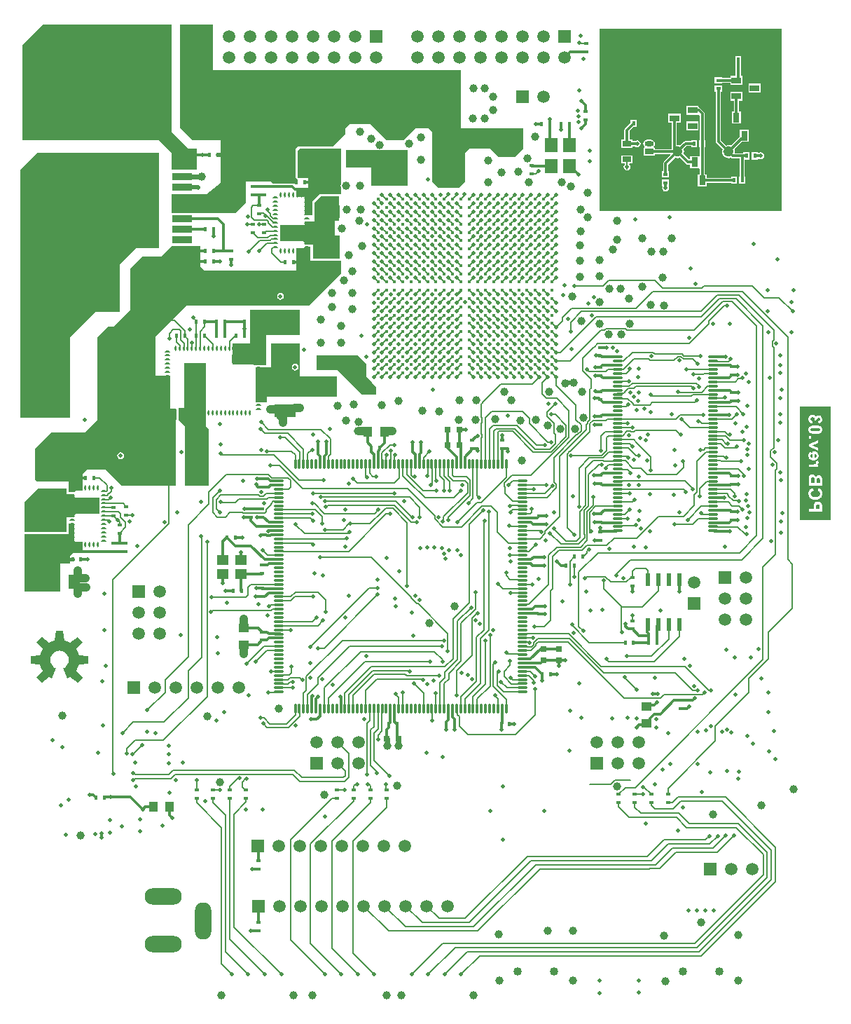
<source format=gbl>
G04 Layer_Physical_Order=8*
G04 Layer_Color=16711680*
%FSLAX44Y44*%
%MOMM*%
G71*
G01*
G75*
%ADD11R,1.2000X0.8000*%
%ADD12R,0.8000X1.2000*%
%ADD13C,1.0000*%
%ADD16R,0.4500X0.6000*%
%ADD17R,0.6000X0.4500*%
%ADD18R,1.0000X1.2000*%
%ADD19R,1.2000X1.0000*%
%ADD20R,2.6000X1.6000*%
%ADD21R,1.6000X2.6000*%
%ADD22R,2.4000X2.6000*%
%ADD24R,1.3970X1.1938*%
%ADD27O,1.2000X0.3000*%
%ADD42C,0.3000*%
%ADD43C,0.1500*%
%ADD44C,0.5000*%
%ADD45C,1.0000*%
%ADD46C,0.2000*%
%ADD47C,0.1640*%
%ADD48C,0.6000*%
%ADD49C,1.5000*%
%ADD50R,1.5000X1.5000*%
%ADD51R,1.5000X1.5000*%
%ADD52C,1.0160*%
%ADD53O,2.0000X4.5000*%
%ADD54O,4.5000X2.0000*%
%ADD55C,0.5000*%
%ADD56C,0.6000*%
%ADD66C,0.2500*%
%ADD67C,0.2540*%
%ADD68C,0.4500*%
%ADD69O,0.3000X1.2000*%
G04:AMPARAMS|DCode=70|XSize=1.27mm|YSize=1.27mm|CornerRadius=0.635mm|HoleSize=0mm|Usage=FLASHONLY|Rotation=0.000|XOffset=0mm|YOffset=0mm|HoleType=Round|Shape=RoundedRectangle|*
%AMROUNDEDRECTD70*
21,1,1.2700,0.0000,0,0,0.0*
21,1,0.0000,1.2700,0,0,0.0*
1,1,1.2700,0.0000,0.0000*
1,1,1.2700,0.0000,0.0000*
1,1,1.2700,0.0000,0.0000*
1,1,1.2700,0.0000,0.0000*
%
%ADD70ROUNDEDRECTD70*%
%ADD71R,0.8000X0.8000*%
%ADD72R,0.8000X0.8000*%
%ADD73R,1.8000X1.4000*%
%ADD74R,1.4000X1.8000*%
G04:AMPARAMS|DCode=75|XSize=0.6096mm|YSize=0.254mm|CornerRadius=0.1143mm|HoleSize=0mm|Usage=FLASHONLY|Rotation=270.000|XOffset=0mm|YOffset=0mm|HoleType=Round|Shape=RoundedRectangle|*
%AMROUNDEDRECTD75*
21,1,0.6096,0.0254,0,0,270.0*
21,1,0.3810,0.2540,0,0,270.0*
1,1,0.2286,-0.0127,-0.1905*
1,1,0.2286,-0.0127,0.1905*
1,1,0.2286,0.0127,0.1905*
1,1,0.2286,0.0127,-0.1905*
%
%ADD75ROUNDEDRECTD75*%
G04:AMPARAMS|DCode=76|XSize=0.6096mm|YSize=0.254mm|CornerRadius=0.1143mm|HoleSize=0mm|Usage=FLASHONLY|Rotation=0.000|XOffset=0mm|YOffset=0mm|HoleType=Round|Shape=RoundedRectangle|*
%AMROUNDEDRECTD76*
21,1,0.6096,0.0254,0,0,0.0*
21,1,0.3810,0.2540,0,0,0.0*
1,1,0.2286,0.1905,-0.0127*
1,1,0.2286,-0.1905,-0.0127*
1,1,0.2286,-0.1905,0.0127*
1,1,0.2286,0.1905,0.0127*
%
%ADD76ROUNDEDRECTD76*%
G04:AMPARAMS|DCode=77|XSize=2.6mm|YSize=1.94mm|CornerRadius=0.097mm|HoleSize=0mm|Usage=FLASHONLY|Rotation=0.000|XOffset=0mm|YOffset=0mm|HoleType=Round|Shape=RoundedRectangle|*
%AMROUNDEDRECTD77*
21,1,2.6000,1.7460,0,0,0.0*
21,1,2.4060,1.9400,0,0,0.0*
1,1,0.1940,1.2030,-0.8730*
1,1,0.1940,-1.2030,-0.8730*
1,1,0.1940,-1.2030,0.8730*
1,1,0.1940,1.2030,0.8730*
%
%ADD77ROUNDEDRECTD77*%
%ADD78R,2.4130X0.8636*%
%ADD79R,13.3858X9.1440*%
G04:AMPARAMS|DCode=80|XSize=5.35mm|YSize=2.35mm|CornerRadius=0.235mm|HoleSize=0mm|Usage=FLASHONLY|Rotation=90.000|XOffset=0mm|YOffset=0mm|HoleType=Round|Shape=RoundedRectangle|*
%AMROUNDEDRECTD80*
21,1,5.3500,1.8800,0,0,90.0*
21,1,4.8800,2.3500,0,0,90.0*
1,1,0.4700,0.9400,2.4400*
1,1,0.4700,0.9400,-2.4400*
1,1,0.4700,-0.9400,-2.4400*
1,1,0.4700,-0.9400,2.4400*
%
%ADD80ROUNDEDRECTD80*%
G04:AMPARAMS|DCode=81|XSize=2.5mm|YSize=1.3mm|CornerRadius=0.13mm|HoleSize=0mm|Usage=FLASHONLY|Rotation=180.000|XOffset=0mm|YOffset=0mm|HoleType=Round|Shape=RoundedRectangle|*
%AMROUNDEDRECTD81*
21,1,2.5000,1.0400,0,0,180.0*
21,1,2.2400,1.3000,0,0,180.0*
1,1,0.2600,-1.1200,0.5200*
1,1,0.2600,1.1200,0.5200*
1,1,0.2600,1.1200,-0.5200*
1,1,0.2600,-1.1200,-0.5200*
%
%ADD81ROUNDEDRECTD81*%
%ADD82R,1.4986X1.7018*%
%ADD83R,1.1000X0.6500*%
%ADD84O,1.1000X0.6500*%
%ADD85R,0.6000X1.5500*%
%ADD86R,1.0160X3.3020*%
%ADD87R,3.3020X1.0160*%
%ADD88R,2.6162X1.0160*%
%ADD89R,1.0160X2.6162*%
%ADD90C,0.4000*%
G36*
X260000Y950000D02*
X560000D01*
Y880000D01*
X635000D01*
Y855000D01*
X625000Y845000D01*
X605000D01*
X595000Y855000D01*
X570000D01*
X565000Y850000D01*
X565000Y815000D01*
X557500Y807500D01*
X532500D01*
X525000Y815000D01*
X525000Y875000D01*
X520000Y880000D01*
X505000D01*
X500000Y875000D01*
X497500Y872500D01*
X495000Y870000D01*
X490000Y865000D01*
X470000Y865000D01*
X460000Y875000D01*
X450000Y885000D01*
X425000D01*
X420000Y880000D01*
Y872500D01*
X405000Y857500D01*
X362500Y857500D01*
X360000Y855000D01*
Y820000D01*
X362500Y817500D01*
Y812500D01*
X332500Y812500D01*
X330000Y815000D01*
X300000D01*
Y790000D01*
X287500Y777500D01*
X210000D01*
Y800000D01*
X252500Y800000D01*
X269265Y813412D01*
Y865000D01*
X235000D01*
X220000Y880000D01*
Y1005000D01*
X260000D01*
Y950000D01*
D02*
G37*
G36*
X210000Y1005000D02*
Y875000D01*
X225000Y860000D01*
X230000Y855000D01*
X240000D01*
Y830000D01*
X210000D01*
Y850000D01*
X195000Y865000D01*
X30000Y865000D01*
Y940689D01*
X30000Y980000D01*
X55000Y1005000D01*
X210000Y1005000D01*
D02*
G37*
G36*
X460824Y853000D02*
X461250Y852944D01*
X461676Y853000D01*
X495000D01*
X495000Y810000D01*
X451250Y810000D01*
Y832250D01*
X420750D01*
X420750Y853000D01*
X460824Y853000D01*
D02*
G37*
G36*
X415000Y812853D02*
X414417Y811447D01*
X414194Y809750D01*
X414417Y808053D01*
X415000Y806647D01*
Y800000D01*
X389000Y800000D01*
X383000Y794000D01*
X379750Y790750D01*
X379750Y774250D01*
X370500Y774250D01*
X370500Y796500D01*
X360750Y796500D01*
X360750Y806602D01*
X361648Y807500D01*
X374848D01*
Y819860D01*
X362500D01*
Y852500D01*
X365000Y855000D01*
X415000D01*
Y812853D01*
D02*
G37*
G36*
X947500Y780000D02*
X727500D01*
Y1000000D01*
X947500D01*
Y780000D01*
D02*
G37*
G36*
X412500Y767500D02*
X407500D01*
Y752500D01*
Y750000D01*
X413000D01*
Y721984D01*
X381000D01*
X381000Y739000D01*
X370458Y739000D01*
Y741556D01*
X369982Y742704D01*
X368834Y743180D01*
X341000D01*
X341000Y761500D01*
Y762682D01*
X368834D01*
X369601Y763000D01*
X370500D01*
X370500Y766750D01*
X382500Y766750D01*
X382500Y790000D01*
X390000Y797500D01*
X412500D01*
Y767500D01*
D02*
G37*
G36*
X245000Y712500D02*
X250000Y707500D01*
X360750Y707500D01*
Y734500D01*
X370500Y734500D01*
X370500Y735606D01*
X371398Y736503D01*
X377499Y736498D01*
X377498Y719250D01*
X415000D01*
X415000Y704250D01*
X375750Y665000D01*
X228000Y665000D01*
X190500Y627500D01*
X190500Y581000D01*
X208250D01*
X208250Y541000D01*
X215102Y541000D01*
X216000Y540102D01*
X216000Y528250D01*
X215000Y527250D01*
Y447500D01*
X150000D01*
X130000Y467500D01*
X107500D01*
X102250Y462250D01*
Y442000D01*
X93750D01*
Y441656D01*
X93060Y441370D01*
X92584Y440222D01*
Y440000D01*
X85500D01*
Y452500D01*
X47500D01*
X45000Y455000D01*
Y485000D01*
Y492500D01*
X65000Y512500D01*
X105000D01*
X120000Y527500D01*
Y627500D01*
X132500Y640000D01*
X140000Y640000D01*
X160000Y660000D01*
X160000Y710000D01*
X175000Y725000D01*
X197500D01*
X210000Y737500D01*
X245000D01*
Y712500D01*
D02*
G37*
G36*
X365000Y630000D02*
X324000D01*
Y593500D01*
X309000D01*
Y594000D01*
X283250Y594000D01*
X283250Y620000D01*
X305000Y620000D01*
X305000Y660000D01*
X365000D01*
Y630000D01*
D02*
G37*
G36*
X445000Y595000D02*
X445000Y580000D01*
X452500Y572500D01*
X457500Y567500D01*
X457500Y557500D01*
X440000D01*
X410000Y587500D01*
X385000D01*
Y605000D01*
X435000D01*
X445000Y595000D01*
D02*
G37*
G36*
X365000Y580000D02*
X410000D01*
Y555000D01*
X325000D01*
Y548500D01*
X311500D01*
Y591250D01*
X330000D01*
Y620000D01*
X365000D01*
Y580000D01*
D02*
G37*
G36*
X195000Y735000D02*
X167500D01*
X147500Y715000D01*
Y657500D01*
X117500D01*
X87500Y627500D01*
Y530000D01*
X27000D01*
Y830000D01*
X48000Y850000D01*
X195000D01*
Y735000D01*
D02*
G37*
G36*
X251250Y520000D02*
X255000Y516250D01*
Y447500D01*
X226250D01*
Y520000D01*
X218500Y527750D01*
X218500Y541500D01*
X225000Y541500D01*
Y596250D01*
X251250D01*
Y520000D01*
D02*
G37*
G36*
X1006564Y406290D02*
X969695D01*
Y543624D01*
X1006564D01*
Y406290D01*
D02*
G37*
G36*
X83000Y444000D02*
Y437250D01*
X92584D01*
Y434972D01*
X93060Y433824D01*
X94208Y433348D01*
X122708D01*
X122750Y433320D01*
Y413874D01*
X122708Y413846D01*
X94208D01*
X93060Y413370D01*
X92584Y412222D01*
Y409750D01*
X83000D01*
Y392000D01*
X32000D01*
X32000Y428000D01*
X48000Y444000D01*
X83000Y444000D01*
D02*
G37*
G36*
X92500Y401352D02*
X92500Y380000D01*
X102250D01*
X102250Y366750D01*
X90500D01*
X86966Y363216D01*
Y354000D01*
X75000Y354000D01*
Y320000D01*
X32000D01*
Y389481D01*
X85663D01*
Y402250D01*
X91602D01*
X92500Y401352D01*
D02*
G37*
G36*
X79979Y261086D02*
X83785Y259932D01*
X87335Y258034D01*
X87305Y257986D01*
X96102Y265098D01*
X102134Y259002D01*
X95006Y250394D01*
X96882Y246885D01*
X98056Y243013D01*
X98000Y243000D01*
X109293Y241730D01*
Y233147D01*
X98054Y231987D01*
X96892Y228158D01*
X95008Y224632D01*
X94961Y224661D01*
X102134Y215864D01*
X96102Y209832D01*
X87334Y216958D01*
X83809Y215074D01*
X83807Y215074D01*
X83763Y215181D01*
X78740Y227307D01*
X80071Y227858D01*
X82355Y229611D01*
X84108Y231896D01*
X85211Y234557D01*
X85586Y237412D01*
X85586Y237412D01*
X85581Y237412D01*
X85587Y237456D01*
X85209Y240329D01*
X84100Y243006D01*
X82336Y245304D01*
X80038Y247068D01*
X77361Y248177D01*
X74488Y248555D01*
X71616Y248177D01*
X68939Y247068D01*
X66640Y245304D01*
X64876Y243006D01*
X63768Y240329D01*
X63389Y237456D01*
X63768Y234583D01*
X64876Y231907D01*
X66640Y229608D01*
X68939Y227844D01*
X70236Y227307D01*
X65113Y215077D01*
X65074Y215088D01*
X61572Y216960D01*
X61600Y217005D01*
X52964Y209832D01*
X46868Y215864D01*
X53932Y224631D01*
X52034Y228181D01*
X50880Y231987D01*
X50932Y231999D01*
X39756Y233147D01*
Y241730D01*
X50877Y243013D01*
X52045Y246862D01*
X53934Y250395D01*
X53980Y250366D01*
X46868Y259002D01*
X52964Y265098D01*
X61571Y258032D01*
X65104Y259921D01*
X68953Y261089D01*
X68966Y261034D01*
X70236Y272210D01*
X78819D01*
X79979Y261086D01*
D02*
G37*
G36*
X70236Y227307D02*
X70236D01*
X70236Y227307D01*
X70236Y227307D01*
D02*
G37*
%LPC*%
G36*
X898672Y966652D02*
X891172D01*
Y957652D01*
X891863D01*
Y942862D01*
X885232D01*
Y940493D01*
X875466D01*
Y941184D01*
X866466D01*
Y933684D01*
X875466D01*
Y934375D01*
X885232D01*
Y931862D01*
X900232D01*
Y942862D01*
X897981D01*
Y957652D01*
X898672D01*
Y966652D01*
D02*
G37*
G36*
X922232Y933362D02*
X907232D01*
Y922362D01*
X922232D01*
Y933362D01*
D02*
G37*
G36*
X900232Y923862D02*
X885232D01*
Y912862D01*
X889649D01*
Y900134D01*
X887208D01*
Y885134D01*
X898208D01*
Y900134D01*
X895767D01*
Y912862D01*
X900232D01*
Y923862D01*
D02*
G37*
G36*
X847048Y887794D02*
X832048D01*
Y876794D01*
X847048D01*
Y887794D01*
D02*
G37*
G36*
X772180Y889944D02*
X764680D01*
Y886020D01*
X758021Y879361D01*
X757358Y878369D01*
X757125Y877198D01*
X757125Y877198D01*
Y865658D01*
X753184D01*
Y856158D01*
X767184D01*
Y857849D01*
X770286D01*
X771347Y857140D01*
X772908Y856830D01*
X774469Y857140D01*
X775792Y858024D01*
X776676Y859347D01*
X776986Y860908D01*
X776676Y862469D01*
X775792Y863792D01*
X774469Y864676D01*
X772908Y864986D01*
X771347Y864676D01*
X770286Y863967D01*
X767184D01*
Y865658D01*
X763243D01*
Y875931D01*
X768256Y880944D01*
X772180D01*
Y889944D01*
D02*
G37*
G36*
X847048Y906794D02*
X832048D01*
Y895794D01*
X847048D01*
Y895794D01*
X847272Y895887D01*
X848523Y895030D01*
Y865560D01*
X847832D01*
Y856560D01*
X848523D01*
Y846652D01*
X847510Y846032D01*
X847253Y846032D01*
X836510D01*
Y842409D01*
X835240Y841930D01*
X828711Y848459D01*
X829084Y849359D01*
X829354Y851408D01*
X829084Y853457D01*
X828711Y854357D01*
X832355Y858001D01*
X837832D01*
Y856560D01*
X845332D01*
Y865560D01*
X837832D01*
Y864119D01*
X831088D01*
X829918Y863886D01*
X828925Y863223D01*
X824385Y858683D01*
X823485Y859056D01*
X821436Y859326D01*
X820607Y860053D01*
Y886294D01*
X825048D01*
Y897294D01*
X810048D01*
Y886294D01*
X814489D01*
Y855296D01*
X814489Y855296D01*
X813586Y854467D01*
X794184D01*
Y856158D01*
X793161D01*
X792776Y857428D01*
X792859Y857484D01*
X793908Y859055D01*
X794277Y860908D01*
X793908Y862761D01*
X792859Y864333D01*
X791287Y865382D01*
X789434Y865751D01*
X784934D01*
X783081Y865382D01*
X781509Y864333D01*
X780460Y862761D01*
X780091Y860908D01*
X780460Y859055D01*
X781509Y857484D01*
X781592Y857428D01*
X781207Y856158D01*
X780184D01*
Y846658D01*
X794184D01*
Y848349D01*
X812392D01*
X812878Y847176D01*
X804795Y839093D01*
X804132Y838101D01*
X803899Y836930D01*
X803899Y836930D01*
Y827646D01*
X802458D01*
Y820146D01*
X811458D01*
Y827646D01*
X810017D01*
Y835663D01*
X818487Y844133D01*
X819387Y843760D01*
X821436Y843490D01*
X823485Y843760D01*
X824385Y844133D01*
X832149Y836369D01*
X833141Y835706D01*
X834312Y835473D01*
X834312Y835473D01*
X836510D01*
Y831032D01*
X847253D01*
X847510Y831032D01*
X848523Y830412D01*
Y824032D01*
X846010D01*
Y809032D01*
X857010D01*
Y813473D01*
X886092D01*
Y812364D01*
X893592D01*
Y821364D01*
X886092D01*
Y819591D01*
X857010D01*
Y824032D01*
X854641D01*
Y856560D01*
X855332D01*
Y865560D01*
X854641D01*
Y897107D01*
X854641Y897107D01*
X854408Y898278D01*
X853745Y899270D01*
X853745Y899270D01*
X849558Y903457D01*
X848566Y904120D01*
X847395Y904353D01*
X847048Y905532D01*
Y906794D01*
D02*
G37*
G36*
X918578Y850828D02*
X911078D01*
Y841828D01*
X918578D01*
Y842471D01*
X919848Y843007D01*
X920517Y842560D01*
X922078Y842250D01*
X923639Y842560D01*
X924962Y843444D01*
X925846Y844767D01*
X926156Y846328D01*
X925846Y847889D01*
X924962Y849212D01*
X923639Y850096D01*
X922078Y850406D01*
X920517Y850096D01*
X919848Y849649D01*
X918578Y850185D01*
Y850828D01*
D02*
G37*
G36*
X767184Y846658D02*
X753184D01*
Y837158D01*
X757890D01*
Y835817D01*
X757616Y835634D01*
X756732Y834311D01*
X756422Y832750D01*
X756732Y831189D01*
X757616Y829866D01*
X758513Y829267D01*
X758562Y829194D01*
X758628Y829128D01*
X759372Y828631D01*
X760250Y828456D01*
X761128Y828631D01*
X761482Y828867D01*
X762061Y828982D01*
X763384Y829866D01*
X764268Y831189D01*
X764578Y832750D01*
X764268Y834311D01*
X763384Y835634D01*
X763003Y835888D01*
X763389Y837158D01*
X767184D01*
Y846658D01*
D02*
G37*
G36*
X875466Y931184D02*
X866466D01*
Y923684D01*
X867907D01*
Y863600D01*
X867907Y863600D01*
X868140Y862430D01*
X868803Y861437D01*
X875883Y854357D01*
X875510Y853457D01*
X875240Y851408D01*
X875510Y849359D01*
X876301Y847449D01*
X877559Y845809D01*
X879199Y844551D01*
X881109Y843760D01*
X883158Y843490D01*
X885207Y843760D01*
X886117Y844137D01*
X887067Y843502D01*
X888238Y843269D01*
X888238Y843269D01*
X896783D01*
Y821364D01*
X896092D01*
Y812364D01*
X903592D01*
Y821364D01*
X902901D01*
Y841828D01*
X908578D01*
Y850828D01*
X901078D01*
Y849387D01*
X899750D01*
X899750Y849387D01*
X899750Y849387D01*
X891773D01*
X890935Y850342D01*
X891076Y851408D01*
X890806Y853457D01*
X890382Y854482D01*
X899034Y863134D01*
X907708D01*
Y878134D01*
X896708D01*
Y869460D01*
X885983Y858735D01*
X885207Y859056D01*
X883158Y859326D01*
X881109Y859056D01*
X880209Y858683D01*
X874025Y864867D01*
Y923684D01*
X875466D01*
Y931184D01*
D02*
G37*
G36*
X811458Y817646D02*
X802458D01*
Y810146D01*
X802555D01*
X803234Y808876D01*
X803190Y808811D01*
X802880Y807250D01*
X803190Y805689D01*
X804074Y804366D01*
X805397Y803482D01*
X806958Y803172D01*
X808519Y803482D01*
X809842Y804366D01*
X810726Y805689D01*
X811036Y807250D01*
X810726Y808811D01*
X810682Y808876D01*
X811361Y810146D01*
X811458D01*
Y817646D01*
D02*
G37*
G36*
X341500Y680578D02*
X339939Y680268D01*
X338616Y679384D01*
X337732Y678061D01*
X337422Y676500D01*
X337732Y674939D01*
X338616Y673616D01*
X339939Y672732D01*
X341500Y672422D01*
X343061Y672732D01*
X344384Y673616D01*
X345268Y674939D01*
X345578Y676500D01*
X345268Y678061D01*
X344384Y679384D01*
X343061Y680268D01*
X341500Y680578D01*
D02*
G37*
G36*
X148336Y488164D02*
X146775Y487854D01*
X145452Y486970D01*
X144568Y485647D01*
X144258Y484086D01*
X144568Y482525D01*
X145452Y481202D01*
X146775Y480318D01*
X148336Y480008D01*
X149897Y480318D01*
X151220Y481202D01*
X152104Y482525D01*
X152414Y484086D01*
X152104Y485647D01*
X151220Y486970D01*
X149897Y487854D01*
X148336Y488164D01*
D02*
G37*
G36*
X359250Y595078D02*
X357689Y594768D01*
X356366Y593884D01*
X355482Y592561D01*
X355172Y591000D01*
X355482Y589439D01*
X356366Y588116D01*
X357689Y587232D01*
X359250Y586922D01*
X360811Y587232D01*
X362134Y588116D01*
X363018Y589439D01*
X363328Y591000D01*
X363018Y592561D01*
X362134Y593884D01*
X360811Y594768D01*
X359250Y595078D01*
D02*
G37*
G36*
X984864Y533624D02*
X984652D01*
X984511Y533601D01*
X984323Y533577D01*
X984112Y533530D01*
X983853Y533483D01*
X983595Y533436D01*
X983031Y533248D01*
X982725Y533107D01*
X982396Y532966D01*
X982091Y532778D01*
X981786Y532567D01*
X981480Y532332D01*
X981198Y532050D01*
X981175Y532026D01*
X981128Y531979D01*
X981057Y531885D01*
X980963Y531768D01*
X980846Y531604D01*
X980728Y531439D01*
X980587Y531204D01*
X980446Y530969D01*
X980305Y530711D01*
X980164Y530405D01*
X980047Y530076D01*
X979930Y529747D01*
X979836Y529371D01*
X979765Y528996D01*
X979718Y528573D01*
X979695Y528150D01*
Y528126D01*
Y528056D01*
Y527938D01*
X979718Y527774D01*
X979742Y527586D01*
X979765Y527374D01*
X979812Y527139D01*
X979859Y526857D01*
X980000Y526294D01*
X980235Y525683D01*
X980376Y525354D01*
X980540Y525072D01*
X980752Y524766D01*
X980963Y524484D01*
X980987Y524461D01*
X981034Y524414D01*
X981104Y524343D01*
X981198Y524249D01*
X981316Y524132D01*
X981480Y524015D01*
X981645Y523874D01*
X981856Y523733D01*
X982091Y523592D01*
X982326Y523427D01*
X982890Y523169D01*
X983548Y522957D01*
X983900Y522863D01*
X984276Y522816D01*
X984652Y525824D01*
X984605D01*
X984464Y525847D01*
X984253Y525894D01*
X983994Y525965D01*
X983712Y526082D01*
X983407Y526200D01*
X983125Y526388D01*
X982866Y526599D01*
X982843Y526623D01*
X982772Y526716D01*
X982678Y526857D01*
X982584Y527022D01*
X982467Y527257D01*
X982373Y527515D01*
X982302Y527797D01*
X982279Y528126D01*
Y528173D01*
X982302Y528291D01*
X982326Y528455D01*
X982373Y528690D01*
X982467Y528949D01*
X982584Y529207D01*
X982772Y529489D01*
X983007Y529747D01*
X983031Y529771D01*
X983148Y529865D01*
X983313Y529959D01*
X983524Y530100D01*
X983806Y530217D01*
X984159Y530335D01*
X984558Y530405D01*
X985004Y530429D01*
X985192D01*
X985404Y530405D01*
X985686Y530358D01*
X985991Y530264D01*
X986297Y530147D01*
X986602Y529982D01*
X986884Y529771D01*
X986908Y529747D01*
X987001Y529653D01*
X987119Y529512D01*
X987236Y529348D01*
X987377Y529113D01*
X987471Y528854D01*
X987565Y528573D01*
X987589Y528244D01*
Y528220D01*
Y528126D01*
Y528009D01*
X987565Y527844D01*
X987542Y527633D01*
X987495Y527374D01*
X987424Y527116D01*
X987354Y526810D01*
X989868Y527139D01*
Y527163D01*
Y527186D01*
Y527257D01*
Y527351D01*
X989891Y527586D01*
X989915Y527868D01*
X989985Y528173D01*
X990079Y528502D01*
X990220Y528808D01*
X990408Y529090D01*
X990432Y529113D01*
X990526Y529207D01*
X990643Y529301D01*
X990831Y529442D01*
X991043Y529559D01*
X991301Y529677D01*
X991607Y529747D01*
X991959Y529771D01*
X992100D01*
X992241Y529747D01*
X992429Y529700D01*
X992640Y529653D01*
X992852Y529559D01*
X993087Y529442D01*
X993275Y529277D01*
X993298Y529254D01*
X993345Y529184D01*
X993439Y529090D01*
X993533Y528925D01*
X993604Y528737D01*
X993698Y528526D01*
X993745Y528244D01*
X993768Y527962D01*
Y527938D01*
Y527821D01*
X993745Y527680D01*
X993698Y527492D01*
X993627Y527280D01*
X993533Y527045D01*
X993392Y526810D01*
X993204Y526599D01*
X993181Y526576D01*
X993110Y526505D01*
X992969Y526411D01*
X992781Y526294D01*
X992570Y526176D01*
X992288Y526082D01*
X991959Y525988D01*
X991583Y525918D01*
X992053Y523051D01*
X992076D01*
X992123Y523075D01*
X992194D01*
X992311Y523098D01*
X992570Y523169D01*
X992922Y523263D01*
X993298Y523404D01*
X993698Y523545D01*
X994073Y523733D01*
X994426Y523944D01*
X994473Y523968D01*
X994567Y524062D01*
X994731Y524202D01*
X994943Y524390D01*
X995154Y524625D01*
X995389Y524907D01*
X995624Y525260D01*
X995836Y525636D01*
Y525659D01*
X995859Y525683D01*
X995906Y525824D01*
X996000Y526059D01*
X996094Y526341D01*
X996188Y526693D01*
X996282Y527116D01*
X996329Y527562D01*
X996352Y528056D01*
Y528079D01*
Y528150D01*
Y528267D01*
X996329Y528432D01*
X996305Y528643D01*
X996282Y528854D01*
X996235Y529113D01*
X996165Y529371D01*
X996000Y529959D01*
X995883Y530264D01*
X995718Y530593D01*
X995554Y530899D01*
X995366Y531180D01*
X995131Y531486D01*
X994872Y531744D01*
X994849Y531768D01*
X994825Y531791D01*
X994755Y531862D01*
X994661Y531932D01*
X994426Y532120D01*
X994097Y532332D01*
X993698Y532543D01*
X993228Y532708D01*
X992711Y532849D01*
X992452Y532872D01*
X992170Y532896D01*
X992076D01*
X991959Y532872D01*
X991818Y532849D01*
X991630Y532825D01*
X991419Y532778D01*
X991184Y532708D01*
X990925Y532614D01*
X990667Y532473D01*
X990385Y532332D01*
X990103Y532144D01*
X989821Y531909D01*
X989539Y531627D01*
X989257Y531321D01*
X988999Y530969D01*
X988740Y530546D01*
Y530570D01*
X988717Y530617D01*
Y530687D01*
X988670Y530781D01*
X988599Y531040D01*
X988458Y531345D01*
X988270Y531697D01*
X988035Y532073D01*
X987730Y532449D01*
X987377Y532778D01*
X987330Y532825D01*
X987189Y532919D01*
X986978Y533037D01*
X986673Y533201D01*
X986320Y533366D01*
X985874Y533483D01*
X985404Y533577D01*
X984864Y533624D01*
D02*
G37*
G36*
X988012Y520843D02*
X987565D01*
X987260Y520819D01*
X986884Y520796D01*
X986438Y520749D01*
X985968Y520702D01*
X985451Y520655D01*
X984911Y520561D01*
X984347Y520443D01*
X983806Y520326D01*
X983266Y520161D01*
X982725Y519997D01*
X982232Y519762D01*
X981762Y519527D01*
X981363Y519245D01*
X981339Y519222D01*
X981292Y519175D01*
X981198Y519104D01*
X981104Y519010D01*
X980987Y518869D01*
X980846Y518705D01*
X980681Y518493D01*
X980540Y518282D01*
X980376Y518023D01*
X980211Y517765D01*
X980070Y517459D01*
X979953Y517131D01*
X979859Y516778D01*
X979765Y516379D01*
X979718Y515979D01*
X979695Y515556D01*
Y515533D01*
Y515462D01*
X979718Y515321D01*
Y515157D01*
X979742Y514969D01*
X979789Y514734D01*
X979836Y514476D01*
X979930Y514194D01*
X980023Y513888D01*
X980141Y513583D01*
X980282Y513254D01*
X980470Y512948D01*
X980658Y512620D01*
X980916Y512314D01*
X981175Y512009D01*
X981504Y511727D01*
X981527Y511703D01*
X981598Y511656D01*
X981715Y511586D01*
X981856Y511515D01*
X982068Y511398D01*
X982326Y511280D01*
X982655Y511139D01*
X983007Y511022D01*
X983430Y510881D01*
X983900Y510740D01*
X984441Y510622D01*
X985028Y510528D01*
X985686Y510434D01*
X986414Y510364D01*
X987189Y510317D01*
X988035Y510294D01*
X988482D01*
X988787Y510317D01*
X989163Y510340D01*
X989610Y510387D01*
X990079Y510434D01*
X990596Y510481D01*
X991137Y510575D01*
X991677Y510669D01*
X992241Y510810D01*
X992781Y510951D01*
X993298Y511139D01*
X993792Y511351D01*
X994261Y511586D01*
X994661Y511868D01*
X994684Y511891D01*
X994731Y511938D01*
X994825Y512009D01*
X994919Y512126D01*
X995060Y512244D01*
X995201Y512408D01*
X995342Y512620D01*
X995507Y512831D01*
X995671Y513089D01*
X995812Y513348D01*
X995953Y513653D01*
X996094Y513982D01*
X996188Y514335D01*
X996282Y514734D01*
X996329Y515134D01*
X996352Y515556D01*
Y515580D01*
Y515650D01*
Y515791D01*
X996329Y515956D01*
X996305Y516144D01*
X996258Y516379D01*
X996211Y516614D01*
X996141Y516896D01*
X996047Y517201D01*
X995930Y517483D01*
X995812Y517788D01*
X995648Y518094D01*
X995436Y518399D01*
X995225Y518705D01*
X994966Y518987D01*
X994661Y519245D01*
X994637Y519269D01*
X994567Y519316D01*
X994449Y519386D01*
X994285Y519504D01*
X994050Y519621D01*
X993768Y519762D01*
X993463Y519903D01*
X993063Y520044D01*
X992640Y520185D01*
X992147Y520349D01*
X991607Y520467D01*
X990996Y520584D01*
X990338Y520702D01*
X989633Y520772D01*
X988858Y520819D01*
X988012Y520843D01*
D02*
G37*
G36*
X983125Y507756D02*
X980000D01*
Y504631D01*
X983125D01*
Y507756D01*
D02*
G37*
G36*
X991795Y502705D02*
X980000Y498029D01*
Y495210D01*
X991795Y490464D01*
Y493730D01*
X985756Y495961D01*
X983759Y496596D01*
X983783Y496619D01*
X983877Y496643D01*
X984018Y496690D01*
X984159Y496737D01*
X984511Y496854D01*
X984652Y496901D01*
X984770Y496925D01*
X984793D01*
X984864Y496948D01*
X984957Y496972D01*
X985075Y497019D01*
X985404Y497113D01*
X985756Y497254D01*
X991795Y499509D01*
Y502705D01*
D02*
G37*
G36*
X985639Y489453D02*
X984981D01*
Y481653D01*
X984840D01*
X984746Y481677D01*
X984511Y481700D01*
X984182Y481747D01*
X983853Y481841D01*
X983477Y481982D01*
X983125Y482146D01*
X982819Y482381D01*
X982796Y482405D01*
X982702Y482522D01*
X982584Y482663D01*
X982443Y482875D01*
X982302Y483133D01*
X982185Y483462D01*
X982091Y483815D01*
X982068Y484190D01*
Y484214D01*
Y484308D01*
X982091Y484449D01*
X982114Y484613D01*
X982161Y484801D01*
X982232Y485013D01*
X982326Y485224D01*
X982467Y485412D01*
X982490Y485436D01*
X982538Y485506D01*
X982631Y485600D01*
X982772Y485694D01*
X982960Y485835D01*
X983172Y485953D01*
X983454Y486070D01*
X983759Y486188D01*
X983242Y489289D01*
X983219D01*
X983172Y489266D01*
X983078Y489218D01*
X982960Y489171D01*
X982819Y489101D01*
X982655Y489030D01*
X982279Y488819D01*
X981856Y488561D01*
X981410Y488232D01*
X981010Y487832D01*
X980634Y487386D01*
Y487362D01*
X980587Y487339D01*
X980564Y487245D01*
X980493Y487151D01*
X980423Y487033D01*
X980352Y486869D01*
X980282Y486704D01*
X980188Y486493D01*
X980023Y486023D01*
X979883Y485483D01*
X979789Y484848D01*
X979742Y484167D01*
Y484144D01*
Y484026D01*
X979765Y483885D01*
Y483674D01*
X979812Y483415D01*
X979859Y483110D01*
X979906Y482781D01*
X980000Y482452D01*
X980094Y482076D01*
X980235Y481700D01*
X980399Y481324D01*
X980587Y480948D01*
X980822Y480572D01*
X981081Y480220D01*
X981386Y479915D01*
X981739Y479609D01*
X981762Y479585D01*
X981809Y479562D01*
X981903Y479515D01*
X982021Y479421D01*
X982185Y479351D01*
X982373Y479257D01*
X982584Y479139D01*
X982843Y479045D01*
X983125Y478928D01*
X983430Y478834D01*
X983759Y478716D01*
X984135Y478646D01*
X984511Y478575D01*
X984911Y478505D01*
X985357Y478481D01*
X985803Y478458D01*
X986085D01*
X986297Y478481D01*
X986532Y478505D01*
X986814Y478528D01*
X987119Y478575D01*
X987471Y478646D01*
X988200Y478834D01*
X988576Y478951D01*
X988975Y479092D01*
X989351Y479280D01*
X989703Y479492D01*
X990056Y479726D01*
X990385Y479985D01*
X990408Y480008D01*
X990455Y480055D01*
X990549Y480149D01*
X990643Y480267D01*
X990761Y480408D01*
X990902Y480596D01*
X991066Y480807D01*
X991231Y481042D01*
X991372Y481301D01*
X991536Y481606D01*
X991677Y481912D01*
X991795Y482264D01*
X991889Y482616D01*
X991982Y483016D01*
X992029Y483415D01*
X992053Y483838D01*
Y483862D01*
Y483956D01*
Y484097D01*
X992029Y484285D01*
X992006Y484496D01*
X991959Y484754D01*
X991912Y485036D01*
X991842Y485342D01*
X991748Y485671D01*
X991630Y486000D01*
X991489Y486352D01*
X991301Y486704D01*
X991113Y487033D01*
X990878Y487362D01*
X990596Y487691D01*
X990291Y487973D01*
X990267Y487997D01*
X990220Y488044D01*
X990103Y488114D01*
X989962Y488208D01*
X989774Y488326D01*
X989563Y488443D01*
X989280Y488584D01*
X988975Y488725D01*
X988623Y488866D01*
X988223Y489007D01*
X987800Y489124D01*
X987307Y489242D01*
X986790Y489336D01*
X986226Y489406D01*
X985639Y489453D01*
D02*
G37*
G36*
X991442Y478011D02*
X988740Y477025D01*
X988764Y477001D01*
X988811Y476884D01*
X988905Y476743D01*
X988999Y476555D01*
X989093Y476320D01*
X989186Y476085D01*
X989233Y475826D01*
X989257Y475568D01*
Y475544D01*
Y475474D01*
X989233Y475333D01*
X989210Y475192D01*
X989163Y475028D01*
X989093Y474840D01*
X988999Y474652D01*
X988881Y474464D01*
X988858Y474440D01*
X988811Y474393D01*
X988717Y474299D01*
X988576Y474205D01*
X988411Y474088D01*
X988176Y473970D01*
X987894Y473853D01*
X987565Y473759D01*
X987518D01*
X987448Y473735D01*
X987377Y473712D01*
X987260D01*
X987119Y473688D01*
X986931Y473665D01*
X986720Y473641D01*
X986485Y473618D01*
X986179Y473594D01*
X985874Y473571D01*
X985498D01*
X985098Y473547D01*
X984652Y473524D01*
X980000D01*
Y470399D01*
X991795D01*
Y473289D01*
X990126D01*
X990150Y473312D01*
X990291Y473406D01*
X990502Y473547D01*
X990761Y473735D01*
X991019Y473923D01*
X991278Y474158D01*
X991513Y474370D01*
X991677Y474605D01*
X991701Y474628D01*
X991748Y474699D01*
X991795Y474840D01*
X991865Y475004D01*
X991936Y475192D01*
X992006Y475427D01*
X992029Y475662D01*
X992053Y475944D01*
Y475967D01*
Y475991D01*
Y476132D01*
X992029Y476343D01*
X991982Y476602D01*
X991912Y476931D01*
X991795Y477283D01*
X991654Y477635D01*
X991442Y478011D01*
D02*
G37*
G36*
X984699Y461447D02*
X984511D01*
X984300Y461424D01*
X984018Y461377D01*
X983689Y461330D01*
X983313Y461236D01*
X982937Y461095D01*
X982538Y460930D01*
X982490Y460907D01*
X982373Y460836D01*
X982185Y460719D01*
X981950Y460555D01*
X981668Y460367D01*
X981410Y460108D01*
X981128Y459850D01*
X980869Y459521D01*
X980846Y459474D01*
X980775Y459356D01*
X980658Y459168D01*
X980540Y458910D01*
X980399Y458581D01*
X980282Y458205D01*
X980164Y457782D01*
X980094Y457312D01*
Y457265D01*
Y457218D01*
X980070Y457124D01*
Y457030D01*
Y456889D01*
X980047Y456725D01*
Y456513D01*
Y456278D01*
X980023Y455997D01*
Y455668D01*
Y455292D01*
X980000Y454892D01*
Y454422D01*
Y453929D01*
Y453365D01*
Y447844D01*
X996258D01*
Y454328D01*
Y454352D01*
Y454422D01*
Y454516D01*
Y454634D01*
Y454798D01*
Y454986D01*
X996235Y455409D01*
X996211Y455879D01*
X996188Y456349D01*
X996141Y456795D01*
X996094Y457195D01*
Y457242D01*
X996071Y457359D01*
X996024Y457524D01*
X995953Y457759D01*
X995859Y458017D01*
X995742Y458299D01*
X995601Y458605D01*
X995413Y458886D01*
X995389Y458910D01*
X995319Y459004D01*
X995201Y459145D01*
X995060Y459333D01*
X994849Y459521D01*
X994614Y459732D01*
X994355Y459944D01*
X994050Y460132D01*
X994003Y460155D01*
X993909Y460202D01*
X993721Y460296D01*
X993486Y460390D01*
X993204Y460484D01*
X992899Y460578D01*
X992523Y460625D01*
X992147Y460649D01*
X991959D01*
X991748Y460625D01*
X991466Y460578D01*
X991137Y460484D01*
X990784Y460390D01*
X990432Y460226D01*
X990056Y460014D01*
X990009Y459991D01*
X989891Y459897D01*
X989727Y459756D01*
X989516Y459591D01*
X989304Y459356D01*
X989046Y459074D01*
X988834Y458745D01*
X988623Y458369D01*
Y458393D01*
X988599Y458440D01*
X988576Y458511D01*
X988552Y458605D01*
X988435Y458886D01*
X988270Y459215D01*
X988082Y459568D01*
X987824Y459967D01*
X987518Y460320D01*
X987142Y460649D01*
X987095Y460672D01*
X986954Y460766D01*
X986743Y460907D01*
X986461Y461048D01*
X986085Y461189D01*
X985686Y461330D01*
X985216Y461424D01*
X984699Y461447D01*
D02*
G37*
G36*
X984981Y445001D02*
X984957D01*
X984864Y444977D01*
X984723Y444930D01*
X984535Y444860D01*
X984323Y444766D01*
X984065Y444672D01*
X983783Y444554D01*
X983477Y444413D01*
X982843Y444085D01*
X982185Y443662D01*
X981551Y443145D01*
X981269Y442863D01*
X981010Y442557D01*
X980987Y442534D01*
X980963Y442487D01*
X980893Y442393D01*
X980799Y442252D01*
X980705Y442088D01*
X980611Y441876D01*
X980493Y441641D01*
X980376Y441383D01*
X980235Y441077D01*
X980117Y440748D01*
X980023Y440396D01*
X979930Y440020D01*
X979836Y439621D01*
X979765Y439174D01*
X979742Y438728D01*
X979718Y438234D01*
Y438187D01*
Y438093D01*
X979742Y437929D01*
X979765Y437694D01*
X979789Y437435D01*
X979836Y437107D01*
X979906Y436754D01*
X980000Y436355D01*
X980117Y435955D01*
X980258Y435532D01*
X980446Y435086D01*
X980658Y434640D01*
X980893Y434193D01*
X981198Y433747D01*
X981527Y433324D01*
X981927Y432924D01*
X981950Y432901D01*
X982021Y432831D01*
X982161Y432737D01*
X982326Y432595D01*
X982561Y432455D01*
X982819Y432267D01*
X983148Y432079D01*
X983524Y431891D01*
X983924Y431703D01*
X984370Y431515D01*
X984887Y431327D01*
X985427Y431186D01*
X985991Y431045D01*
X986626Y430951D01*
X987283Y430880D01*
X987988Y430857D01*
X988176D01*
X988388Y430880D01*
X988670D01*
X988999Y430927D01*
X989398Y430974D01*
X989821Y431021D01*
X990314Y431115D01*
X990808Y431233D01*
X991325Y431374D01*
X991842Y431538D01*
X992382Y431750D01*
X992899Y431985D01*
X993392Y432267D01*
X993862Y432572D01*
X994308Y432948D01*
X994332Y432971D01*
X994402Y433042D01*
X994520Y433159D01*
X994661Y433324D01*
X994825Y433535D01*
X995013Y433794D01*
X995225Y434076D01*
X995436Y434428D01*
X995648Y434804D01*
X995859Y435204D01*
X996047Y435673D01*
X996211Y436143D01*
X996352Y436684D01*
X996470Y437224D01*
X996541Y437835D01*
X996564Y438446D01*
Y438469D01*
Y438587D01*
Y438728D01*
X996541Y438939D01*
X996517Y439198D01*
X996470Y439480D01*
X996423Y439809D01*
X996352Y440161D01*
X996258Y440537D01*
X996141Y440936D01*
X996000Y441336D01*
X995812Y441759D01*
X995624Y442158D01*
X995389Y442534D01*
X995107Y442933D01*
X994802Y443286D01*
Y443309D01*
X994755Y443333D01*
X994684Y443403D01*
X994614Y443474D01*
X994496Y443568D01*
X994355Y443662D01*
X994026Y443920D01*
X993604Y444179D01*
X993087Y444460D01*
X992499Y444719D01*
X991818Y444954D01*
X991043Y441712D01*
X991066D01*
X991090Y441688D01*
X991160D01*
X991254Y441641D01*
X991466Y441571D01*
X991748Y441453D01*
X992076Y441289D01*
X992405Y441077D01*
X992734Y440795D01*
X993016Y440490D01*
X993040Y440443D01*
X993134Y440325D01*
X993251Y440137D01*
X993392Y439879D01*
X993533Y439550D01*
X993651Y439174D01*
X993745Y438751D01*
X993768Y438281D01*
Y438258D01*
Y438211D01*
Y438117D01*
X993745Y437976D01*
X993721Y437835D01*
X993698Y437647D01*
X993604Y437248D01*
X993439Y436778D01*
X993204Y436284D01*
X993063Y436026D01*
X992899Y435791D01*
X992687Y435556D01*
X992452Y435344D01*
X992429D01*
X992382Y435298D01*
X992311Y435251D01*
X992194Y435180D01*
X992053Y435086D01*
X991889Y434992D01*
X991677Y434898D01*
X991442Y434804D01*
X991160Y434687D01*
X990855Y434593D01*
X990502Y434499D01*
X990126Y434405D01*
X989703Y434334D01*
X989257Y434287D01*
X988764Y434264D01*
X988223Y434240D01*
X987918D01*
X987730Y434264D01*
X987471D01*
X987166Y434311D01*
X986861Y434334D01*
X986508Y434381D01*
X985780Y434522D01*
X985051Y434710D01*
X984699Y434828D01*
X984370Y434992D01*
X984065Y435157D01*
X983806Y435344D01*
X983783Y435368D01*
X983759Y435391D01*
X983689Y435462D01*
X983595Y435556D01*
X983407Y435791D01*
X983172Y436120D01*
X982913Y436519D01*
X982725Y437013D01*
X982561Y437576D01*
X982538Y437882D01*
X982514Y438211D01*
Y438234D01*
Y438258D01*
Y438328D01*
X982538Y438422D01*
X982561Y438681D01*
X982608Y438986D01*
X982725Y439315D01*
X982866Y439691D01*
X983054Y440067D01*
X983336Y440443D01*
X983383Y440490D01*
X983501Y440607D01*
X983689Y440772D01*
X983971Y440960D01*
X984347Y441195D01*
X984793Y441406D01*
X985333Y441618D01*
X985968Y441806D01*
X984981Y445001D01*
D02*
G37*
G36*
X991254Y428742D02*
X990996D01*
X990878Y428719D01*
X990714D01*
X990385Y428672D01*
X989985Y428601D01*
X989539Y428507D01*
X989116Y428366D01*
X988717Y428178D01*
X988670Y428155D01*
X988552Y428084D01*
X988364Y427967D01*
X988129Y427803D01*
X987894Y427615D01*
X987612Y427356D01*
X987354Y427098D01*
X987119Y426792D01*
X987095Y426745D01*
X987025Y426651D01*
X986931Y426487D01*
X986814Y426275D01*
X986673Y426017D01*
X986555Y425735D01*
X986438Y425430D01*
X986344Y425101D01*
Y425077D01*
Y425054D01*
X986320Y424983D01*
Y424889D01*
X986297Y424772D01*
X986273Y424607D01*
X986250Y424443D01*
Y424231D01*
X986226Y424020D01*
X986203Y423761D01*
X986179Y423479D01*
X986156Y423174D01*
Y422845D01*
X986132Y422493D01*
Y422117D01*
Y421717D01*
Y419579D01*
X980000D01*
Y416290D01*
X996258D01*
Y421553D01*
Y421576D01*
Y421694D01*
Y421835D01*
Y422023D01*
Y422281D01*
X996235Y422540D01*
Y422845D01*
Y423150D01*
X996188Y423808D01*
X996141Y424466D01*
X996118Y424748D01*
X996094Y425030D01*
X996047Y425265D01*
X996000Y425453D01*
Y425476D01*
X995977Y425523D01*
X995953Y425594D01*
X995930Y425688D01*
X995812Y425946D01*
X995671Y426275D01*
X995460Y426628D01*
X995178Y427027D01*
X994825Y427403D01*
X994402Y427779D01*
X994379D01*
X994355Y427826D01*
X994285Y427873D01*
X994191Y427920D01*
X994050Y428014D01*
X993909Y428084D01*
X993745Y428178D01*
X993557Y428272D01*
X993087Y428437D01*
X992570Y428601D01*
X991936Y428695D01*
X991254Y428742D01*
D02*
G37*
%LPD*%
G36*
X988975Y517530D02*
X989280D01*
X989586Y517506D01*
X990244Y517483D01*
X990878Y517436D01*
X991184Y517389D01*
X991489Y517342D01*
X991748Y517295D01*
X991959Y517248D01*
X991982D01*
X992006Y517225D01*
X992123Y517201D01*
X992311Y517131D01*
X992546Y517060D01*
X992781Y516943D01*
X993016Y516825D01*
X993228Y516684D01*
X993392Y516543D01*
X993416Y516520D01*
X993463Y516473D01*
X993510Y516379D01*
X993580Y516261D01*
X993651Y516120D01*
X993721Y515956D01*
X993745Y515768D01*
X993768Y515556D01*
Y515533D01*
Y515462D01*
X993745Y515345D01*
X993721Y515227D01*
X993674Y515063D01*
X993604Y514898D01*
X993510Y514711D01*
X993392Y514546D01*
X993369Y514523D01*
X993322Y514476D01*
X993228Y514405D01*
X993110Y514311D01*
X992922Y514194D01*
X992711Y514100D01*
X992429Y513982D01*
X992100Y513888D01*
X992076D01*
X992053Y513865D01*
X991959D01*
X991865Y513841D01*
X991724Y513818D01*
X991560Y513794D01*
X991372Y513771D01*
X991137Y513747D01*
X990855Y513700D01*
X990573Y513677D01*
X990220Y513653D01*
X989868Y513630D01*
X989445Y513606D01*
X989022D01*
X988529Y513583D01*
X987307D01*
X987048Y513606D01*
X986743D01*
X986438Y513630D01*
X985780Y513653D01*
X985122Y513700D01*
X984817Y513724D01*
X984535Y513771D01*
X984276Y513818D01*
X984041Y513865D01*
X983994Y513888D01*
X983877Y513912D01*
X983689Y513982D01*
X983477Y514053D01*
X983242Y514170D01*
X983007Y514288D01*
X982796Y514429D01*
X982631Y514570D01*
X982608Y514593D01*
X982584Y514640D01*
X982514Y514734D01*
X982467Y514851D01*
X982396Y514992D01*
X982326Y515157D01*
X982302Y515345D01*
X982279Y515556D01*
Y515580D01*
Y515650D01*
X982302Y515768D01*
X982326Y515885D01*
X982373Y516050D01*
X982420Y516214D01*
X982514Y516379D01*
X982631Y516543D01*
X982655Y516567D01*
X982702Y516614D01*
X982796Y516708D01*
X982937Y516802D01*
X983101Y516896D01*
X983336Y517013D01*
X983595Y517131D01*
X983924Y517225D01*
X983947D01*
X983971Y517248D01*
X984065D01*
X984159Y517271D01*
X984300Y517295D01*
X984464Y517318D01*
X984652Y517365D01*
X984887Y517389D01*
X985145Y517412D01*
X985451Y517459D01*
X985780Y517483D01*
X986156Y517506D01*
X986555Y517530D01*
X987001D01*
X987495Y517553D01*
X988717D01*
X988975Y517530D01*
D02*
G37*
G36*
X987095Y486329D02*
X987354Y486305D01*
X987636Y486258D01*
X987965Y486164D01*
X988317Y486047D01*
X988646Y485859D01*
X988928Y485647D01*
X988952Y485624D01*
X989046Y485530D01*
X989163Y485389D01*
X989304Y485201D01*
X989421Y484966D01*
X989539Y484684D01*
X989633Y484379D01*
X989656Y484026D01*
Y483979D01*
Y483862D01*
X989610Y483674D01*
X989563Y483439D01*
X989469Y483180D01*
X989351Y482898D01*
X989163Y482616D01*
X988905Y482358D01*
X988881Y482334D01*
X988764Y482264D01*
X988599Y482146D01*
X988364Y482029D01*
X988082Y481888D01*
X987730Y481794D01*
X987330Y481724D01*
X986884Y481700D01*
Y486352D01*
X987001D01*
X987095Y486329D01*
D02*
G37*
G36*
X991959Y457430D02*
X992147Y457406D01*
X992335Y457359D01*
X992523Y457265D01*
X992734Y457171D01*
X992922Y457030D01*
X992946Y457007D01*
X992993Y456960D01*
X993087Y456842D01*
X993181Y456725D01*
X993275Y456537D01*
X993369Y456325D01*
X993439Y456067D01*
X993486Y455785D01*
Y455762D01*
X993510Y455668D01*
Y455503D01*
Y455409D01*
X993533Y455268D01*
Y455104D01*
Y454892D01*
Y454657D01*
X993557Y454399D01*
Y454117D01*
Y453788D01*
Y453412D01*
Y452989D01*
Y451133D01*
X989797D01*
Y453271D01*
Y453295D01*
Y453365D01*
Y453459D01*
Y453577D01*
Y453717D01*
Y453905D01*
Y454281D01*
X989821Y454681D01*
Y455080D01*
Y455245D01*
Y455409D01*
X989844Y455550D01*
Y455644D01*
Y455691D01*
X989868Y455785D01*
X989891Y455926D01*
X989962Y456138D01*
X990032Y456349D01*
X990126Y456560D01*
X990244Y456772D01*
X990408Y456960D01*
X990432Y456983D01*
X990502Y457030D01*
X990596Y457124D01*
X990761Y457218D01*
X990949Y457289D01*
X991160Y457383D01*
X991419Y457430D01*
X991701Y457453D01*
X991818D01*
X991959Y457430D01*
D02*
G37*
G36*
X985122Y458041D02*
X985286Y458017D01*
X985498Y457970D01*
X985686Y457900D01*
X985897Y457806D01*
X986109Y457688D01*
X986132Y457665D01*
X986203Y457618D01*
X986297Y457547D01*
X986391Y457430D01*
X986532Y457289D01*
X986649Y457101D01*
X986767Y456889D01*
X986861Y456654D01*
Y456631D01*
X986908Y456513D01*
X986931Y456325D01*
X986954Y456208D01*
X986978Y456044D01*
X987001Y455879D01*
X987025Y455668D01*
X987048Y455433D01*
Y455151D01*
X987072Y454869D01*
X987095Y454540D01*
Y454164D01*
Y453764D01*
Y451133D01*
X982749D01*
Y454164D01*
Y454187D01*
Y454234D01*
Y454328D01*
Y454446D01*
Y454751D01*
X982772Y455104D01*
Y455480D01*
X982796Y455856D01*
X982819Y456161D01*
Y456302D01*
X982843Y456396D01*
Y456419D01*
X982866Y456513D01*
X982913Y456654D01*
X982960Y456819D01*
X983054Y457007D01*
X983172Y457218D01*
X983313Y457406D01*
X983477Y457594D01*
X983501Y457618D01*
X983571Y457665D01*
X983689Y457735D01*
X983853Y457829D01*
X984041Y457923D01*
X984276Y457994D01*
X984558Y458041D01*
X984864Y458064D01*
X984981D01*
X985122Y458041D01*
D02*
G37*
G36*
X991489Y425336D02*
X991701Y425289D01*
X991936Y425218D01*
X992194Y425124D01*
X992429Y425007D01*
X992664Y424819D01*
X992687Y424795D01*
X992758Y424725D01*
X992852Y424607D01*
X992969Y424466D01*
X993110Y424278D01*
X993228Y424043D01*
X993322Y423785D01*
X993392Y423503D01*
Y423479D01*
X993416Y423386D01*
X993439Y423221D01*
X993463Y422986D01*
Y422681D01*
X993486Y422469D01*
Y422258D01*
X993510Y422023D01*
Y421764D01*
Y421482D01*
Y421153D01*
Y419579D01*
X988881D01*
Y421365D01*
Y421388D01*
Y421459D01*
Y421553D01*
Y421670D01*
Y421835D01*
X988905Y421999D01*
Y422422D01*
X988928Y422845D01*
X988975Y423268D01*
X989046Y423644D01*
X989069Y423808D01*
X989116Y423949D01*
X989140Y423973D01*
X989163Y424067D01*
X989233Y424184D01*
X989304Y424325D01*
X989421Y424490D01*
X989563Y424654D01*
X989727Y424842D01*
X989915Y424983D01*
X989938Y425007D01*
X990009Y425054D01*
X990126Y425101D01*
X990291Y425171D01*
X990479Y425242D01*
X990690Y425312D01*
X990925Y425336D01*
X991184Y425359D01*
X991325D01*
X991489Y425336D01*
D02*
G37*
D11*
X892732Y918362D02*
D03*
Y937362D02*
D03*
X914732Y927862D02*
D03*
X817548Y891794D02*
D03*
X839548Y882294D02*
D03*
Y901294D02*
D03*
D12*
X851510Y816532D02*
D03*
X832510D02*
D03*
X842010Y838532D02*
D03*
X902208Y870634D02*
D03*
X911708Y892634D02*
D03*
X892708D02*
D03*
D13*
X961437Y80938D02*
D03*
X79015Y672721D02*
D03*
X99917Y25185D02*
D03*
X430393Y545578D02*
D03*
X713212Y801678D02*
D03*
X632848Y478500D02*
D03*
X339500Y178905D02*
D03*
X606600Y-149636D02*
D03*
X805000Y-95364D02*
D03*
X895000Y-150000D02*
D03*
X894874Y-95000D02*
D03*
X806600Y-150678D02*
D03*
X694884Y-150000D02*
D03*
Y-90000D02*
D03*
X605000Y-94136D02*
D03*
X850000Y-80000D02*
D03*
X665000Y-90000D02*
D03*
X357500Y-167500D02*
D03*
X575000Y-168000D02*
D03*
X487500Y-167500D02*
D03*
X470000D02*
D03*
X379820D02*
D03*
X270000Y-168000D02*
D03*
X80000Y885146D02*
D03*
X95000Y884946D02*
D03*
Y870000D02*
D03*
X80000Y870200D02*
D03*
Y914396D02*
D03*
X95000Y914196D02*
D03*
Y899250D02*
D03*
X80000Y899450D02*
D03*
Y944396D02*
D03*
X95000Y944196D02*
D03*
Y929250D02*
D03*
X80000Y929450D02*
D03*
Y959450D02*
D03*
X95000Y959250D02*
D03*
Y974196D02*
D03*
X80000Y974396D02*
D03*
X435938Y524921D02*
D03*
X461250Y859500D02*
D03*
X437500Y875250D02*
D03*
X409500Y875000D02*
D03*
X451250Y867001D02*
D03*
X471750Y873500D02*
D03*
X487000Y873250D02*
D03*
X552250Y301750D02*
D03*
X620750Y550750D02*
D03*
X578028Y551027D02*
D03*
X72500Y820000D02*
D03*
X82500D02*
D03*
X92500D02*
D03*
X102500D02*
D03*
X112500D02*
D03*
X122500D02*
D03*
X132500D02*
D03*
X142500D02*
D03*
X152500D02*
D03*
X162500D02*
D03*
X172500D02*
D03*
X182500D02*
D03*
Y807500D02*
D03*
X172500D02*
D03*
X162500D02*
D03*
X152500D02*
D03*
X142500D02*
D03*
X132500D02*
D03*
X122500D02*
D03*
X112500D02*
D03*
X102500D02*
D03*
X92500D02*
D03*
X82500D02*
D03*
X72500D02*
D03*
X182500Y795000D02*
D03*
X172500D02*
D03*
X162500D02*
D03*
X152500D02*
D03*
X142500D02*
D03*
X132500D02*
D03*
X122500D02*
D03*
X112500D02*
D03*
X102500D02*
D03*
X92500D02*
D03*
X82500D02*
D03*
X72500D02*
D03*
X182500Y782500D02*
D03*
X172500D02*
D03*
X162500D02*
D03*
X152500D02*
D03*
X142500D02*
D03*
X132500D02*
D03*
X122500D02*
D03*
X112500D02*
D03*
X102500D02*
D03*
X92500D02*
D03*
X82500D02*
D03*
X72500D02*
D03*
X182500Y770000D02*
D03*
X172500D02*
D03*
X162500D02*
D03*
X152500D02*
D03*
X142500D02*
D03*
X132500D02*
D03*
X122500D02*
D03*
X112500D02*
D03*
X102500D02*
D03*
X92500D02*
D03*
X82500D02*
D03*
X72500D02*
D03*
X182500Y757500D02*
D03*
X172500D02*
D03*
X162500D02*
D03*
X152500D02*
D03*
X142500D02*
D03*
X132500D02*
D03*
X122500D02*
D03*
X112500D02*
D03*
X102500D02*
D03*
X92500D02*
D03*
X82500D02*
D03*
X72500D02*
D03*
X182500Y745000D02*
D03*
X172500D02*
D03*
X162500D02*
D03*
X152500D02*
D03*
X142500D02*
D03*
X132500D02*
D03*
X122500D02*
D03*
X112500D02*
D03*
X102500D02*
D03*
X92500D02*
D03*
X82500D02*
D03*
X72500D02*
D03*
X472500Y816250D02*
D03*
X486500D02*
D03*
X460750Y831500D02*
D03*
X440000Y737250D02*
D03*
X418250Y696000D02*
D03*
X403500Y681000D02*
D03*
X428000D02*
D03*
X415000Y640750D02*
D03*
X390250Y620750D02*
D03*
X414750Y620250D02*
D03*
X436000Y589250D02*
D03*
X446750Y566000D02*
D03*
X410500Y544500D02*
D03*
X513000Y538000D02*
D03*
X533000Y537250D02*
D03*
X577500Y527250D02*
D03*
X557000Y527000D02*
D03*
X557750Y550750D02*
D03*
X679500Y516500D02*
D03*
X697500D02*
D03*
X685500Y571750D02*
D03*
X666000Y561000D02*
D03*
X612250Y561250D02*
D03*
X705000Y646750D02*
D03*
X727500Y643000D02*
D03*
X763250Y643000D02*
D03*
X738250Y630500D02*
D03*
X753250D02*
D03*
X752500Y685500D02*
D03*
X738750D02*
D03*
X762750Y673750D02*
D03*
X694250Y676750D02*
D03*
X779000Y688250D02*
D03*
X789000Y666000D02*
D03*
X805000Y665750D02*
D03*
X803500Y699000D02*
D03*
X703750Y699750D02*
D03*
Y719500D02*
D03*
X727500Y720250D02*
D03*
X804000Y730500D02*
D03*
X789750Y730250D02*
D03*
X779250Y747000D02*
D03*
X814500Y746250D02*
D03*
X703500Y738250D02*
D03*
X748250Y745250D02*
D03*
X712750Y772250D02*
D03*
X748750Y768000D02*
D03*
X692750Y809250D02*
D03*
X681250Y814500D02*
D03*
X641750Y814750D02*
D03*
X628750Y826750D02*
D03*
X609000Y826500D02*
D03*
X593000Y814500D02*
D03*
X553500Y815250D02*
D03*
X592750Y840250D02*
D03*
X553250Y840000D02*
D03*
X622000Y868500D02*
D03*
X610000Y855750D02*
D03*
X649500Y869250D02*
D03*
X511000Y841250D02*
D03*
Y868250D02*
D03*
X540250Y857500D02*
D03*
Y830500D02*
D03*
X497250Y860750D02*
D03*
X523000Y892000D02*
D03*
X509250Y891750D02*
D03*
X509250Y928000D02*
D03*
X523000Y927750D02*
D03*
X499250Y917250D02*
D03*
X499500Y902750D02*
D03*
X574750Y928250D02*
D03*
X588000D02*
D03*
X598250Y917750D02*
D03*
X598500Y902000D02*
D03*
X574250Y891750D02*
D03*
X588500Y891500D02*
D03*
X640250Y843250D02*
D03*
X395250Y864500D02*
D03*
X438000Y809750D02*
D03*
X420750D02*
D03*
X438250Y781750D02*
D03*
X422000D02*
D03*
X416000Y758250D02*
D03*
X424500Y726750D02*
D03*
X428750Y661000D02*
D03*
X403500Y663750D02*
D03*
X387750Y766000D02*
D03*
X399000D02*
D03*
X403750Y792000D02*
D03*
X387750Y728250D02*
D03*
X398250Y728000D02*
D03*
X387500Y754250D02*
D03*
X398750Y753750D02*
D03*
X460250Y816500D02*
D03*
X242750Y998500D02*
D03*
Y983500D02*
D03*
Y948500D02*
D03*
Y933500D02*
D03*
Y898500D02*
D03*
Y882500D02*
D03*
X51500Y537250D02*
D03*
X51000Y549000D02*
D03*
X64000Y567000D02*
D03*
X77000D02*
D03*
X78000Y589000D02*
D03*
X65000D02*
D03*
X51000Y616000D02*
D03*
Y603000D02*
D03*
X121000Y679000D02*
D03*
Y665000D02*
D03*
X138000Y696000D02*
D03*
X329000Y540000D02*
D03*
X365000Y542000D02*
D03*
X248000Y514000D02*
D03*
Y499000D02*
D03*
Y470000D02*
D03*
Y455000D02*
D03*
X72000Y401500D02*
D03*
Y421000D02*
D03*
X41500Y401500D02*
D03*
X41000Y421000D02*
D03*
X96250Y345750D02*
D03*
X105750Y336000D02*
D03*
X106250Y325250D02*
D03*
X96500Y317250D02*
D03*
X297250Y287000D02*
D03*
X297500Y244500D02*
D03*
X923000Y62000D02*
D03*
X864250Y50750D02*
D03*
X748500Y84750D02*
D03*
X482750Y85000D02*
D03*
X268500Y89750D02*
D03*
X77500Y170500D02*
D03*
X252750Y169000D02*
D03*
X476500Y513500D02*
D03*
X435500Y513500D02*
D03*
X704000Y755000D02*
D03*
X743000Y733000D02*
D03*
X470500Y133500D02*
D03*
X484500D02*
D03*
X706000Y561250D02*
D03*
X696250Y572500D02*
D03*
X464250Y545500D02*
D03*
X632000Y526500D02*
D03*
X601000Y528000D02*
D03*
X664782Y520275D02*
D03*
X650532Y527026D02*
D03*
X255250Y790000D02*
D03*
X315250Y825000D02*
D03*
X320000Y940000D02*
D03*
X370000D02*
D03*
X442500D02*
D03*
X727250Y669500D02*
D03*
X420500Y589250D02*
D03*
X390000Y648250D02*
D03*
X484500Y550000D02*
D03*
X727535Y700784D02*
D03*
X428750Y706750D02*
D03*
X354000Y652000D02*
D03*
X315000D02*
D03*
X341000D02*
D03*
X315500Y634750D02*
D03*
X708000Y530250D02*
D03*
X344250Y524000D02*
D03*
X421000Y526750D02*
D03*
X521250Y281500D02*
D03*
X437250Y768000D02*
D03*
X246178Y820928D02*
D03*
X704500Y781750D02*
D03*
X394250Y74024D02*
D03*
D16*
X264240Y628904D02*
D03*
X274240D02*
D03*
X249856D02*
D03*
X239856D02*
D03*
X667004Y884428D02*
D03*
X657004D02*
D03*
X128720Y70660D02*
D03*
X118720D02*
D03*
X461438Y493522D02*
D03*
X451438D02*
D03*
X397176D02*
D03*
X387176D02*
D03*
X657940Y219710D02*
D03*
X667940D02*
D03*
X551862Y159512D02*
D03*
X541862D02*
D03*
X472266D02*
D03*
X482266D02*
D03*
X618410D02*
D03*
X608410D02*
D03*
X511476Y493522D02*
D03*
X501476D02*
D03*
X276750Y385500D02*
D03*
X286750D02*
D03*
X284250Y320500D02*
D03*
X294250D02*
D03*
X768430Y885444D02*
D03*
X778430D02*
D03*
X899842Y816864D02*
D03*
X889842D02*
D03*
X894922Y962152D02*
D03*
X904922D02*
D03*
X250778Y718312D02*
D03*
X260778D02*
D03*
X260500Y757250D02*
D03*
X250500D02*
D03*
X256000Y847000D02*
D03*
X266000D02*
D03*
X707056Y362298D02*
D03*
X697056D02*
D03*
X696750Y351500D02*
D03*
X686750D02*
D03*
X768270Y258412D02*
D03*
X758270D02*
D03*
X308022Y645668D02*
D03*
X298022D02*
D03*
X249856D02*
D03*
X239856D02*
D03*
X264240D02*
D03*
X274240D02*
D03*
X298116Y628904D02*
D03*
X288116D02*
D03*
X215726D02*
D03*
X225726D02*
D03*
X90250Y358648D02*
D03*
X100250D02*
D03*
X361000Y814750D02*
D03*
X371000D02*
D03*
X115918Y457200D02*
D03*
X105918D02*
D03*
X347298Y718058D02*
D03*
X357298D02*
D03*
X680800Y884428D02*
D03*
X690800D02*
D03*
X796464Y258412D02*
D03*
X786464D02*
D03*
X851582Y861060D02*
D03*
X841582D02*
D03*
X904828Y846328D02*
D03*
X914828D02*
D03*
X260778Y731774D02*
D03*
X250778D02*
D03*
D17*
X315000Y-80000D02*
D03*
Y-90000D02*
D03*
X710750Y972000D02*
D03*
Y982000D02*
D03*
X139750Y378500D02*
D03*
Y368500D02*
D03*
X321818Y808910D02*
D03*
Y798910D02*
D03*
X139500Y411250D02*
D03*
Y421250D02*
D03*
X321818Y753444D02*
D03*
Y763444D02*
D03*
X314842Y-15000D02*
D03*
Y-5000D02*
D03*
X766826Y274748D02*
D03*
Y284748D02*
D03*
X825084Y178349D02*
D03*
Y188349D02*
D03*
X728472Y561514D02*
D03*
Y551514D02*
D03*
X887222Y459874D02*
D03*
Y449874D02*
D03*
X728472Y460422D02*
D03*
Y450422D02*
D03*
X887222Y560458D02*
D03*
Y550458D02*
D03*
X728472Y590978D02*
D03*
Y580978D02*
D03*
X887222Y406480D02*
D03*
Y416480D02*
D03*
X728472Y531288D02*
D03*
Y521288D02*
D03*
X887222Y591660D02*
D03*
Y581660D02*
D03*
X728472Y604568D02*
D03*
Y614568D02*
D03*
Y381826D02*
D03*
Y391826D02*
D03*
X728222Y403924D02*
D03*
Y413924D02*
D03*
X319278Y323770D02*
D03*
Y313770D02*
D03*
X654304Y411146D02*
D03*
Y401146D02*
D03*
X319278Y419782D02*
D03*
Y409782D02*
D03*
Y456358D02*
D03*
Y446358D02*
D03*
X654304Y292434D02*
D03*
Y302434D02*
D03*
X609346Y492840D02*
D03*
Y502840D02*
D03*
X305308Y419782D02*
D03*
Y409782D02*
D03*
X319278Y271192D02*
D03*
Y261192D02*
D03*
X573532Y492840D02*
D03*
Y502840D02*
D03*
X654304Y351616D02*
D03*
Y361616D02*
D03*
X750000Y75000D02*
D03*
Y65000D02*
D03*
X770000D02*
D03*
Y75000D02*
D03*
X790000D02*
D03*
Y65000D02*
D03*
X260000Y70000D02*
D03*
Y80000D02*
D03*
X240000D02*
D03*
Y70000D02*
D03*
X300000D02*
D03*
Y80000D02*
D03*
X430000D02*
D03*
Y70000D02*
D03*
X410000D02*
D03*
Y80000D02*
D03*
X470000D02*
D03*
Y70000D02*
D03*
X810000Y65000D02*
D03*
Y75000D02*
D03*
X147320Y390478D02*
D03*
Y400478D02*
D03*
X153670Y378380D02*
D03*
Y368380D02*
D03*
X315468Y786050D02*
D03*
Y776050D02*
D03*
X308102Y798910D02*
D03*
Y808910D02*
D03*
X155194Y422322D02*
D03*
Y412322D02*
D03*
X308102Y753444D02*
D03*
Y763444D02*
D03*
X766750Y337000D02*
D03*
Y327000D02*
D03*
X280000Y80000D02*
D03*
Y70000D02*
D03*
X450000D02*
D03*
Y80000D02*
D03*
X319278Y351710D02*
D03*
Y341710D02*
D03*
X806958Y813896D02*
D03*
Y823896D02*
D03*
X870966Y927434D02*
D03*
Y937434D02*
D03*
X281940Y731186D02*
D03*
Y721186D02*
D03*
X710000Y900000D02*
D03*
Y890000D02*
D03*
X644906Y824310D02*
D03*
Y834310D02*
D03*
D18*
X207759Y59614D02*
D03*
X187759D02*
D03*
X466946Y513334D02*
D03*
X446946D02*
D03*
D19*
X784038Y180709D02*
D03*
Y160709D02*
D03*
X297180Y255684D02*
D03*
Y275684D02*
D03*
D20*
X347472Y639078D02*
D03*
Y609078D02*
D03*
X346964Y568466D02*
D03*
Y538466D02*
D03*
X64008Y370826D02*
D03*
Y400826D02*
D03*
X400558Y779004D02*
D03*
Y809004D02*
D03*
X64008Y464326D02*
D03*
Y434326D02*
D03*
X400558Y741186D02*
D03*
Y711186D02*
D03*
D21*
X235472Y462788D02*
D03*
X205472D02*
D03*
Y506476D02*
D03*
X235472D02*
D03*
X167908Y673354D02*
D03*
X137908D02*
D03*
X229630Y890524D02*
D03*
X199630D02*
D03*
Y940689D02*
D03*
X229630D02*
D03*
Y990854D02*
D03*
X199630D02*
D03*
D22*
X72148Y610616D02*
D03*
X137148D02*
D03*
Y545846D02*
D03*
X72148D02*
D03*
D24*
X294176Y358386D02*
D03*
X272078D02*
D03*
Y341368D02*
D03*
X294176D02*
D03*
D27*
X634418Y198636D02*
D03*
Y203636D02*
D03*
Y208636D02*
D03*
Y213636D02*
D03*
Y218636D02*
D03*
Y223636D02*
D03*
Y228636D02*
D03*
Y233636D02*
D03*
Y238636D02*
D03*
Y243636D02*
D03*
Y248636D02*
D03*
Y253636D02*
D03*
Y258636D02*
D03*
Y263636D02*
D03*
Y268636D02*
D03*
Y273636D02*
D03*
Y278636D02*
D03*
Y283636D02*
D03*
Y288636D02*
D03*
Y293636D02*
D03*
Y298636D02*
D03*
Y303636D02*
D03*
Y308636D02*
D03*
Y313636D02*
D03*
Y318636D02*
D03*
Y323636D02*
D03*
Y328636D02*
D03*
Y333636D02*
D03*
Y338636D02*
D03*
Y343636D02*
D03*
Y348636D02*
D03*
Y353636D02*
D03*
Y358636D02*
D03*
Y363636D02*
D03*
Y368636D02*
D03*
Y373636D02*
D03*
Y378636D02*
D03*
Y383636D02*
D03*
Y388636D02*
D03*
Y393636D02*
D03*
Y398636D02*
D03*
Y403636D02*
D03*
Y408636D02*
D03*
Y413636D02*
D03*
Y418636D02*
D03*
Y423636D02*
D03*
Y428636D02*
D03*
Y433636D02*
D03*
Y438636D02*
D03*
Y443636D02*
D03*
Y448636D02*
D03*
Y453636D02*
D03*
X339418D02*
D03*
Y448636D02*
D03*
Y443636D02*
D03*
Y438636D02*
D03*
Y433636D02*
D03*
Y428636D02*
D03*
Y423636D02*
D03*
Y418636D02*
D03*
Y413636D02*
D03*
Y408636D02*
D03*
Y403636D02*
D03*
Y398636D02*
D03*
Y393636D02*
D03*
Y388636D02*
D03*
Y383636D02*
D03*
Y378636D02*
D03*
Y373636D02*
D03*
Y368636D02*
D03*
Y363636D02*
D03*
Y358636D02*
D03*
Y353636D02*
D03*
Y348636D02*
D03*
Y343636D02*
D03*
Y338636D02*
D03*
Y333636D02*
D03*
Y328636D02*
D03*
Y323636D02*
D03*
Y318636D02*
D03*
Y313636D02*
D03*
Y308636D02*
D03*
Y303636D02*
D03*
Y298636D02*
D03*
Y293636D02*
D03*
Y288636D02*
D03*
Y283636D02*
D03*
Y278636D02*
D03*
Y273636D02*
D03*
Y268636D02*
D03*
Y263636D02*
D03*
Y258636D02*
D03*
Y253636D02*
D03*
Y248636D02*
D03*
Y243636D02*
D03*
Y238636D02*
D03*
Y233636D02*
D03*
Y228636D02*
D03*
Y223636D02*
D03*
Y218636D02*
D03*
Y213636D02*
D03*
Y208636D02*
D03*
Y203636D02*
D03*
Y198636D02*
D03*
X749204Y393264D02*
D03*
Y398264D02*
D03*
Y403264D02*
D03*
Y408264D02*
D03*
Y413264D02*
D03*
Y418264D02*
D03*
Y423264D02*
D03*
Y428264D02*
D03*
Y433264D02*
D03*
Y438264D02*
D03*
Y443264D02*
D03*
Y448264D02*
D03*
Y453264D02*
D03*
Y458264D02*
D03*
Y463264D02*
D03*
Y468264D02*
D03*
Y473264D02*
D03*
Y478264D02*
D03*
Y483264D02*
D03*
Y488264D02*
D03*
Y493264D02*
D03*
Y498264D02*
D03*
Y503264D02*
D03*
Y508264D02*
D03*
Y513264D02*
D03*
Y518264D02*
D03*
Y523264D02*
D03*
Y528264D02*
D03*
Y533264D02*
D03*
Y538264D02*
D03*
Y543264D02*
D03*
Y548264D02*
D03*
Y553264D02*
D03*
Y558264D02*
D03*
Y563264D02*
D03*
Y568264D02*
D03*
Y573264D02*
D03*
Y578264D02*
D03*
Y583264D02*
D03*
Y588264D02*
D03*
Y593264D02*
D03*
Y598264D02*
D03*
Y603264D02*
D03*
X864204Y393264D02*
D03*
Y398264D02*
D03*
Y403264D02*
D03*
Y408264D02*
D03*
Y413264D02*
D03*
Y418264D02*
D03*
Y423264D02*
D03*
Y428264D02*
D03*
Y433264D02*
D03*
Y438264D02*
D03*
Y443264D02*
D03*
Y448264D02*
D03*
Y453264D02*
D03*
Y458264D02*
D03*
Y463264D02*
D03*
Y468264D02*
D03*
Y473264D02*
D03*
Y478264D02*
D03*
Y483264D02*
D03*
Y488264D02*
D03*
Y493264D02*
D03*
Y498264D02*
D03*
Y503264D02*
D03*
Y508264D02*
D03*
Y513264D02*
D03*
Y518264D02*
D03*
Y523264D02*
D03*
Y528264D02*
D03*
Y533264D02*
D03*
Y538264D02*
D03*
Y543264D02*
D03*
Y548264D02*
D03*
Y553264D02*
D03*
Y558264D02*
D03*
Y563264D02*
D03*
Y568264D02*
D03*
Y573264D02*
D03*
Y578264D02*
D03*
Y583264D02*
D03*
Y588264D02*
D03*
Y593264D02*
D03*
Y598264D02*
D03*
Y603264D02*
D03*
D42*
X305308Y-90000D02*
X315000D01*
Y-80000D02*
Y-60000D01*
X314100Y13000D02*
X314842Y12258D01*
Y-5000D02*
Y12258D01*
X307500Y-15000D02*
X314842D01*
X160250Y71750D02*
X175125Y56875D01*
X136000Y71750D02*
X160250D01*
X761752Y274748D02*
X766826D01*
X758500Y278000D02*
X761752Y274748D01*
X758500Y278000D02*
Y280750D01*
X722022Y580978D02*
X728472D01*
X649050Y228600D02*
X657940Y219710D01*
X632714Y228600D02*
X649050D01*
X461438Y491438D02*
Y493522D01*
X459486Y489486D02*
X461438Y491438D01*
X459486Y471932D02*
Y489486D01*
X728472Y614568D02*
X735568D01*
X730758Y593264D02*
X747404D01*
X728472Y590978D02*
X730758Y593264D01*
X722022Y590978D02*
X728472D01*
X729776Y603264D02*
X747404D01*
X728472Y604568D02*
X729776Y603264D01*
X723000Y605000D02*
X728040D01*
X728472Y604568D01*
X731186Y578264D02*
X747404D01*
X728472Y580978D02*
X731186Y578264D01*
X730222Y563264D02*
X747404D01*
X728472Y561514D02*
X730222Y563264D01*
X722000Y561000D02*
X727958D01*
X728472Y561514D01*
X731722Y548264D02*
X747404D01*
X728472Y551514D02*
X731722Y548264D01*
X730448Y533264D02*
X747404D01*
X728472Y531288D02*
X730448Y533264D01*
X721288Y531288D02*
X728472D01*
X721288Y521288D02*
X728472D01*
X731262Y463212D02*
X747404D01*
X728472Y460422D02*
X731262Y463212D01*
X729754Y393108D02*
X747404D01*
X728472Y391826D02*
X729754Y393108D01*
X609346Y471932D02*
Y492840D01*
Y502840D02*
Y508654D01*
X564388Y471932D02*
Y482388D01*
X573532Y491532D01*
Y492840D01*
X559308Y471932D02*
Y495188D01*
X557672Y496824D02*
X559308Y495188D01*
X557672Y496824D02*
Y515112D01*
X554482Y471932D02*
Y482518D01*
X543672Y493328D02*
X554482Y482518D01*
X543672Y493328D02*
Y496824D01*
Y515112D01*
X509524Y471932D02*
Y485524D01*
X511476Y487476D01*
Y493522D01*
X504444Y471932D02*
Y485556D01*
X501476Y488524D02*
X504444Y485556D01*
X501476Y488524D02*
Y493522D01*
X461438D02*
X466946Y499030D01*
Y513334D01*
X446946Y500054D02*
Y513334D01*
Y500054D02*
X451438Y495562D01*
Y493522D02*
Y495562D01*
Y488562D02*
Y493522D01*
Y488562D02*
X454406Y485594D01*
Y471932D02*
Y485594D01*
X557672Y515112D02*
X565888D01*
X511476Y493522D02*
Y500524D01*
X501476Y493522D02*
Y500524D01*
X394462Y471932D02*
Y483462D01*
X397176Y486176D01*
Y493522D01*
X389382Y471932D02*
Y483618D01*
X387176Y485824D02*
X389382Y483618D01*
X387176Y485824D02*
Y493522D01*
X397176D02*
Y500824D01*
X329356Y453644D02*
X341122D01*
X326642Y456358D02*
X329356Y453644D01*
X319278Y456358D02*
X326642D01*
X329564Y448564D02*
X341122D01*
X327358Y446358D02*
X329564Y448564D01*
X319278Y446358D02*
X327358D01*
X313358Y456358D02*
X319278D01*
X312358Y448358D02*
X314358Y446358D01*
X319278D01*
Y409782D02*
X321218D01*
X327394Y403606D01*
X341122D01*
X312474Y398526D02*
X341122D01*
X305308Y405692D02*
X312474Y398526D01*
X305308Y405692D02*
Y409782D01*
X314218D02*
X319278D01*
X297218D02*
X305308D01*
X298218Y419782D02*
X305308D01*
X294176Y320574D02*
Y341368D01*
Y320574D02*
X294250Y320500D01*
X272078Y330078D02*
Y341368D01*
X275500Y320500D02*
X284250D01*
X286750Y385500D02*
X295500D01*
X294176Y358386D02*
Y367176D01*
X306000Y375000D02*
X322352Y358648D01*
X341122D01*
X272078Y358386D02*
Y380828D01*
X276750Y385500D01*
X294176Y341368D02*
X318936D01*
X319278Y341710D01*
Y351710D02*
X325710D01*
X327568Y353568D01*
X341122D01*
X319452Y323596D02*
X341122D01*
X319278Y323770D02*
X319452Y323596D01*
X312230Y323770D02*
X319278D01*
X311230Y313770D02*
X319278D01*
X327652Y263652D02*
X341122D01*
X325192Y261192D02*
X327652Y263652D01*
X319278Y261192D02*
X325192D01*
X314086Y256000D02*
X319278Y261192D01*
X297496Y256000D02*
X314086D01*
X297180Y255684D02*
X297496Y256000D01*
X297180Y275684D02*
X314786D01*
X319278Y271192D01*
X379476Y180340D02*
Y193476D01*
X380000Y194000D01*
X327556Y393700D02*
X341122D01*
X327000Y393144D02*
X327556Y393700D01*
X384302Y180340D02*
Y190302D01*
X387000Y193000D01*
X414528Y180340D02*
Y192472D01*
X414000Y193000D02*
X414528Y192472D01*
X474472Y161718D02*
Y180340D01*
X472266Y159512D02*
X474472Y161718D01*
X472266Y155266D02*
Y159512D01*
X470266Y153266D02*
X472266Y155266D01*
X470266Y142494D02*
Y153266D01*
X479298Y162480D02*
Y180340D01*
Y162480D02*
X482266Y159512D01*
Y144494D02*
Y159512D01*
Y144494D02*
X484266Y142494D01*
X544322Y165322D02*
Y180340D01*
X541862Y162862D02*
X544322Y165322D01*
X541862Y159512D02*
Y162862D01*
X549402Y168598D02*
Y180340D01*
Y168598D02*
X551862Y166138D01*
Y159512D02*
Y166138D01*
X541862Y152862D02*
Y159512D01*
X551862Y152138D02*
Y159512D01*
X609346Y160448D02*
Y180340D01*
X608410Y159512D02*
X609346Y160448D01*
X608410Y153410D02*
Y159512D01*
X618410D02*
X624000D01*
X667940Y219710D02*
X675290D01*
X632714Y238760D02*
X643760D01*
X655840Y250840D01*
X659638D01*
X677926D01*
X632714Y233680D02*
X656478D01*
X659638Y236840D01*
X677926D01*
X685840D01*
X677926Y230074D02*
Y236840D01*
X632714Y293624D02*
X653114D01*
X654304Y292434D01*
X661566D01*
X632714Y298704D02*
X645704D01*
X649434Y302434D01*
X654304D01*
X661566D01*
X632714Y358648D02*
X644648D01*
X647616Y361616D01*
X654304D01*
X660616D01*
X632714Y353568D02*
X644432D01*
X646384Y351616D01*
X654304D01*
X660384D01*
X632714Y403606D02*
X644394D01*
X646854Y401146D01*
X654304D01*
X632714Y408686D02*
X651844D01*
X654304Y411146D01*
X662854D01*
X654304Y401146D02*
X662854D01*
X691006Y859614D02*
Y884222D01*
X690800Y884428D02*
X691006Y884222D01*
X680800Y878200D02*
Y884428D01*
X667004Y861392D02*
Y884428D01*
Y861392D02*
X668782Y859614D01*
X667004Y884428D02*
Y890996D01*
X650428Y884428D02*
X657004D01*
X645080Y834136D02*
X668782D01*
X644906Y834310D02*
X645080Y834136D01*
X866140Y603264D02*
X879236D01*
X866140Y593264D02*
X885618D01*
X887222Y591660D01*
X894160D01*
X866140Y578264D02*
X883826D01*
X887222Y581660D01*
X894160D01*
X866140Y548264D02*
X885028D01*
X887222Y550458D01*
X894542D01*
X866140Y563264D02*
X884416D01*
X887222Y560458D01*
X894542D01*
X866140Y533264D02*
X884236D01*
X866140Y448226D02*
X885574D01*
X887222Y449874D01*
X866140Y463212D02*
X883884D01*
X887222Y459874D01*
Y449874D02*
X894874D01*
X887222Y459874D02*
X894874D01*
X866140Y418254D02*
X885448D01*
X887222Y416480D01*
X866140Y403014D02*
X883756D01*
X887222Y406480D01*
X893980D01*
X866140Y393108D02*
X884392D01*
X319278Y313770D02*
X322770D01*
X327516Y318516D01*
X341122D01*
X319278Y271192D02*
X324808D01*
X327268Y268732D01*
X341122D01*
X726236Y553750D02*
X728472Y551514D01*
X721500Y553750D02*
X726236D01*
X578942Y508250D02*
X580000D01*
X573532Y502840D02*
X578942Y508250D01*
X387176Y493522D02*
Y500824D01*
X732802Y418254D02*
X747404D01*
X720076Y413924D02*
X728472D01*
X732802Y418254D01*
X721076Y403924D02*
X728472D01*
X729382Y403014D01*
X747404D01*
X728250Y395020D02*
X728472Y394798D01*
X728250Y395020D02*
Y397000D01*
X728472Y391826D02*
Y394798D01*
X866140Y433240D02*
X878000D01*
X887222Y416480D02*
X887432Y416270D01*
X893794D01*
X728472Y450422D02*
X730668Y448226D01*
X747404D01*
X720422Y460422D02*
X728472D01*
X721578Y450422D02*
X728472D01*
X721174Y381826D02*
X728472D01*
X760184Y860908D02*
Y877198D01*
X768430Y885444D01*
X817548Y855296D02*
Y891794D01*
Y855296D02*
X821436Y851408D01*
X787184D02*
X821436D01*
X806958Y823896D02*
Y836930D01*
X821436Y851408D01*
X834312Y838532D02*
X842010D01*
X821436Y851408D02*
X834312Y838532D01*
X831088Y861060D02*
X841582D01*
X821436Y851408D02*
X831088Y861060D01*
X851510Y816532D02*
X889510D01*
X889842Y816864D01*
X851582Y816604D02*
Y861060D01*
X851510Y816532D02*
X851582Y816604D01*
X883158Y851584D02*
X902208Y870634D01*
X883158Y851408D02*
Y851584D01*
X914828Y846328D02*
X922078D01*
X922250Y846500D01*
X892708Y892634D02*
Y918338D01*
X892732Y918362D01*
X870966Y937434D02*
X892660D01*
X870966Y863600D02*
Y927434D01*
Y863600D02*
X883158Y851408D01*
X888238Y846328D01*
X894922Y939696D02*
Y962152D01*
X892660Y937434D02*
X894922Y939696D01*
X705000Y912500D02*
Y912500D01*
Y912500D02*
X710000Y907500D01*
Y900000D02*
Y907500D01*
Y885000D02*
Y890000D01*
X705000Y880000D02*
X710000Y885000D01*
X247000Y847000D02*
X256000D01*
X223430D02*
X247000D01*
X222758Y846328D02*
X223430Y847000D01*
X222758Y770128D02*
X265872D01*
X272250Y763750D01*
Y732500D02*
Y763750D01*
X260778Y731774D02*
X281352D01*
X281940Y731186D01*
X223012Y731774D02*
X250778D01*
X222758Y732028D02*
X223012Y731774D01*
X223774Y718312D02*
X250778D01*
X222758Y719328D02*
X223774Y718312D01*
X260778D02*
X268312D01*
X281940Y714310D02*
Y721186D01*
X222758Y757428D02*
X250322D01*
X250500Y757250D01*
X260500Y749000D02*
Y757250D01*
X321818Y798910D02*
X321818Y798910D01*
X308102Y808910D02*
X321818D01*
X321818Y808910D01*
X355597D01*
X358903Y805604D01*
X315468Y786050D02*
Y798378D01*
X316000Y798910D01*
X308102D02*
X316000D01*
X321818D01*
X249856Y645668D02*
X264240D01*
X264240Y628904D02*
Y645668D01*
X274240Y628904D02*
Y645668D01*
X274240Y645668D02*
X298022D01*
X147320Y378820D02*
Y390478D01*
X139750Y378500D02*
X147000D01*
X153550D01*
X139870Y368380D02*
X153670D01*
X79250Y368500D02*
X139750D01*
X298022Y628998D02*
Y637250D01*
Y645668D01*
X786464Y258412D02*
Y267786D01*
X768270Y258412D02*
X786464D01*
X784500Y279388D02*
X785368Y280256D01*
X796464Y258412D02*
Y278652D01*
X798068Y280256D01*
X766750Y319750D02*
Y327000D01*
X766826Y274748D02*
X774824Y266750D01*
X785428D01*
X305308Y419782D02*
X319278D01*
X330398Y388620D02*
X341122D01*
X329278Y387500D02*
X330398Y388620D01*
X324722Y387500D02*
X329278D01*
X323972Y388250D02*
X324722Y387500D01*
X317250Y387534D02*
Y388250D01*
Y387534D02*
X317265Y387519D01*
X317250Y388250D02*
X323972D01*
X691784Y972000D02*
X710750D01*
X684730Y964946D02*
X691784Y972000D01*
X823468Y320032D02*
Y334358D01*
X358903Y805604D02*
X361396D01*
X362084Y804916D01*
X657940Y212810D02*
Y219710D01*
Y212810D02*
X658000Y212750D01*
X691006Y834136D02*
X691614D01*
X702250Y823500D01*
X680750Y351500D02*
X686750D01*
X675500Y356750D02*
X680750Y351500D01*
X389382Y169632D02*
Y180340D01*
X385500Y165750D02*
X389382Y169632D01*
X378750Y165750D02*
X385500D01*
X100250Y358648D02*
X108398D01*
X108500Y358750D01*
X760184Y860908D02*
X772908D01*
X773250Y861250D01*
X573532Y492840D02*
X579750D01*
Y490250D02*
Y492840D01*
X609346D02*
X616171D01*
X616750Y492261D01*
Y489500D02*
Y492261D01*
X276750Y385500D02*
X287250Y375000D01*
X306000D01*
X785428Y266750D02*
X786464Y267786D01*
Y269242D01*
X784500Y271206D02*
X786464Y269242D01*
X784500Y271206D02*
Y279388D01*
X806958Y806458D02*
Y807250D01*
Y813896D01*
X94857Y457200D02*
X105918D01*
X357298Y718058D02*
X370692D01*
X371250Y717500D01*
X371000Y814750D02*
X379750D01*
X839548Y901294D02*
X847395D01*
X851582Y897107D01*
Y861060D02*
Y897107D01*
X899842Y816864D02*
Y846236D01*
X899750Y846328D02*
X899842Y846236D01*
X888238Y846328D02*
X899750D01*
X904828D01*
X111250Y74000D02*
X115380D01*
X118720Y70660D01*
X129810Y71750D02*
X136000D01*
X207759Y49754D02*
X210760Y46752D01*
X207759Y49754D02*
Y59614D01*
X177864D02*
X187759D01*
X175125Y56875D02*
X177864Y59614D01*
X825084Y188349D02*
X839796D01*
X842297Y190849D01*
X784038Y180709D02*
X785950Y182621D01*
X792980D01*
X796554Y186196D01*
X771731Y156058D02*
X774480Y158808D01*
X782136D01*
X784038Y160709D01*
X825084Y178349D02*
X832777D01*
X835464Y181036D01*
X817367Y188349D02*
X825084D01*
X784038Y160709D02*
X787912Y164583D01*
Y166963D01*
X792988Y172039D01*
X801058D01*
X817367Y188349D01*
X791716Y196229D02*
X797217D01*
X125162Y22533D02*
Y27838D01*
X125000Y28000D02*
X125162Y27838D01*
D43*
X275000Y-114950D02*
Y50000D01*
X269842Y-129842D02*
Y34840D01*
X240000Y64682D02*
X269842Y34840D01*
X240000Y64682D02*
Y70000D01*
X269842Y-129842D02*
X282500Y-142500D01*
X260000Y65000D02*
X275000Y50000D01*
X285250Y51074D02*
X300000Y65824D01*
X285250Y-85250D02*
Y51074D01*
Y-85250D02*
X342500Y-142500D01*
X280000Y-100000D02*
Y70000D01*
X940000Y-30211D02*
Y11307D01*
X850211Y-120000D02*
X940000Y-30211D01*
X582500Y-120000D02*
X850211D01*
X560000Y-142500D02*
X582500Y-120000D01*
X935000Y-27711D02*
Y7500D01*
X847711Y-115000D02*
X935000Y-27711D01*
X567500Y-115000D02*
X847711D01*
X540000Y-142500D02*
X567500Y-115000D01*
X930000Y-25211D02*
Y5000D01*
X845211Y-110000D02*
X930000Y-25211D01*
X552500Y-110000D02*
X845211D01*
X520000Y-142500D02*
X552500Y-110000D01*
X500000Y-142500D02*
X537500Y-105000D01*
X842500D01*
X925000Y-22500D01*
X793830Y57500D02*
X816250D01*
X790000Y61330D02*
X793830Y57500D01*
X790000Y61330D02*
Y65000D01*
X816250Y57500D02*
X825503Y66753D01*
X879557Y71750D02*
X940000Y11307D01*
X821834Y71750D02*
X879557D01*
X815084Y65000D02*
X821834Y71750D01*
X875747Y66753D02*
X935000Y7500D01*
X825503Y66753D02*
X875747D01*
X810000Y65000D02*
X815084D01*
X911000Y24000D02*
X930000Y5000D01*
X832584Y35000D02*
X892750D01*
X820084Y47500D02*
X832584Y35000D01*
X762500Y47500D02*
X820084D01*
X835283Y40000D02*
X895000D01*
X822783Y52500D02*
X835283Y40000D01*
X777000Y52500D02*
X822783D01*
X892750Y35000D02*
X925000Y2750D01*
X895000Y40000D02*
X911000Y24000D01*
X925000Y-22500D02*
Y2750D01*
X770000Y59500D02*
X777000Y52500D01*
X750000Y60000D02*
X762500Y47500D01*
X750000Y60000D02*
Y65000D01*
X770000Y59500D02*
Y65000D01*
X745497Y92000D02*
X764250D01*
X740997Y87500D02*
X745497Y92000D01*
X715000Y87500D02*
X740997D01*
X429514Y-117014D02*
X455000Y-142500D01*
X429514Y-117014D02*
Y18490D01*
X403490Y-110990D02*
X435000Y-142500D01*
X403490Y-110990D02*
Y18490D01*
X378000Y-105500D02*
X415000Y-142500D01*
X378000Y-105500D02*
Y15074D01*
X353750Y-101250D02*
X395000Y-142500D01*
X353750Y-101250D02*
Y20000D01*
X353700D02*
X403700Y70000D01*
X353700Y20000D02*
X353750D01*
X403700Y70000D02*
X410000D01*
X430000Y67074D02*
Y70000D01*
X378000Y15074D02*
X430000Y67074D01*
X450000Y65000D02*
Y70000D01*
X403490Y18490D02*
X450000Y65000D01*
X470000Y58976D02*
Y70000D01*
X429514Y18490D02*
X470000Y58976D01*
X300000Y65824D02*
Y70000D01*
X280000Y-100000D02*
X322500Y-142500D01*
X275000Y-114950D02*
X302550Y-142500D01*
X260000Y65000D02*
Y70000D01*
X260000Y70000D01*
X943866Y675000D02*
X960522Y658344D01*
X926500Y675000D02*
X943866D01*
X912918Y688582D02*
X926500Y675000D01*
X912918Y688582D02*
Y688772D01*
X640000Y0D02*
X785068D01*
X565000Y-75000D02*
X640000Y0D01*
X533200Y-75000D02*
X565000D01*
X644534Y-5000D02*
X790000D01*
X569534Y-80000D02*
X644534Y-5000D01*
X512800Y-80000D02*
X569534D01*
X442000Y-60000D02*
X472000Y-90000D01*
X580000D01*
X655000Y-15000D01*
X787184D01*
X787684Y-14500D01*
X800000D01*
X819500Y5000D01*
X869660D01*
X889934Y25274D01*
X855226Y20000D02*
X860000Y24774D01*
X805068Y20000D02*
X855226D01*
X785068Y0D02*
X805068Y20000D01*
X518200Y-60000D02*
X533200Y-75000D01*
X467400Y-60000D02*
X492400Y-85000D01*
X575030D01*
X650030Y-10000D01*
X795000D01*
X815000Y10000D01*
X864703D01*
X879977Y25274D01*
X492800Y-60000D02*
X512800Y-80000D01*
X790000Y-5000D02*
X810000Y15000D01*
X860211D01*
X869985Y24774D01*
X314842Y-15000D02*
X314842Y-15000D01*
X855184Y493184D02*
X866140D01*
X849250Y491250D02*
X853250D01*
X855184Y493184D01*
X539496Y460004D02*
X546277Y453223D01*
Y442272D02*
Y453223D01*
X423807Y368554D02*
X469273Y414020D01*
X474273D01*
X534416Y459584D02*
X539500Y454500D01*
Y442000D02*
Y454500D01*
X596250Y423250D02*
X604000Y415500D01*
X585294Y423250D02*
X596250D01*
X560294Y398250D02*
X585294Y423250D01*
X569750Y400989D02*
X587000Y418239D01*
X569750Y306250D02*
Y400989D01*
X537533Y398250D02*
X560294D01*
X867250Y157250D02*
X907750Y197750D01*
X867250Y139229D02*
Y157250D01*
X907750Y215250D02*
X931500Y239000D01*
X907750Y197750D02*
Y215250D01*
X770250Y83250D02*
X924430Y237430D01*
X163250Y123250D02*
X174250Y134250D01*
X162750Y123250D02*
X163250D01*
X200125Y140375D02*
X252750Y193000D01*
X165875Y140375D02*
X200125D01*
X155500Y130000D02*
X165875Y140375D01*
X155500Y124500D02*
Y130000D01*
X504463Y778891D02*
X509416Y773938D01*
X757500Y215500D02*
Y216750D01*
Y215500D02*
X772000Y201000D01*
X489000Y198000D02*
X489458Y197542D01*
X499525Y312008D02*
X506283Y305250D01*
X499525Y312008D02*
Y313479D01*
X451253Y361750D02*
X499525Y313479D01*
X506283Y305250D02*
X507753D01*
X543750Y269253D01*
X740717Y331500D02*
X759750D01*
X765250Y337000D01*
X766750D01*
Y344500D02*
X770250Y348000D01*
X785368Y334358D02*
Y345382D01*
X782750Y348000D02*
X785368Y345382D01*
X770250Y348000D02*
X782750D01*
X766750Y337000D02*
Y344500D01*
X709250Y336250D02*
X711000Y338000D01*
X734218D01*
X740717Y331500D01*
X280000Y84617D02*
X291133Y95750D01*
X378000Y253250D02*
X448500Y323750D01*
X459000D01*
X295250Y90000D02*
X300000Y94750D01*
X386500Y251500D02*
X394250D01*
X459250Y316500D01*
X300265Y94255D02*
Y94485D01*
X300000Y94750D02*
X300265Y94485D01*
X295250Y83500D02*
Y90000D01*
Y83500D02*
X298750Y80000D01*
X300000D01*
X280000D02*
Y84617D01*
X291133Y95750D02*
X292383Y94500D01*
X579047Y293500D02*
X579750D01*
X573028Y287481D02*
X579047Y293500D01*
X573028Y243028D02*
Y287481D01*
X554527Y224527D02*
X573028Y243028D01*
X554527Y194259D02*
Y224527D01*
X559500Y235750D02*
Y281500D01*
X539496Y208996D02*
X545000Y214500D01*
Y221250D02*
X559500Y235750D01*
X545000Y214500D02*
Y221250D01*
X555250Y237500D02*
Y284000D01*
X534416Y210166D02*
X540125Y215875D01*
Y222375D02*
X555250Y237500D01*
X540125Y215875D02*
Y222375D01*
X389750Y361750D02*
X451253D01*
X514369Y778891D02*
X519322Y773938D01*
X494557Y789051D02*
X499510Y784098D01*
X524529Y789051D02*
X529482Y784098D01*
X524529Y798957D02*
X529482Y794004D01*
X514369Y789051D02*
X519322Y784098D01*
X524529Y778891D02*
X529482Y773938D01*
X534435Y778891D02*
X539388Y773938D01*
X514369Y798957D02*
X519322Y794004D01*
X504463Y798957D02*
X509416Y794004D01*
X494557Y798957D02*
X499510Y794004D01*
X544341Y758825D02*
X549294Y753872D01*
X534435Y758825D02*
X539388Y753872D01*
X554501Y758825D02*
X559454Y753872D01*
X569534D02*
X574487Y758825D01*
X534435Y748919D02*
X539388Y743966D01*
X534416Y459584D02*
Y471932D01*
Y474250D01*
X369316Y180340D02*
X370622Y181646D01*
X824573Y533276D02*
X852542D01*
X852792Y533026D01*
X846250Y525750D02*
X848250D01*
X850736Y523264D01*
X819561Y528264D02*
X824573Y533276D01*
X747404Y528264D02*
X819561D01*
X632714Y433578D02*
X663750D01*
X632714Y438658D02*
X661408D01*
X719500Y526500D02*
X734750D01*
X736514Y528264D01*
X747404D01*
X736000Y490183D02*
Y506000D01*
X738000Y508000D01*
X598750Y205500D02*
X614426Y189824D01*
X598750Y205500D02*
Y231750D01*
X601250Y234250D01*
X866140Y468038D02*
X894712D01*
X901374Y461376D01*
Y459874D02*
Y461376D01*
X747404Y468038D02*
X747942Y467500D01*
X760750D01*
X768875Y565625D02*
X771000Y567750D01*
X764835Y565625D02*
X768875D01*
X764474Y565264D02*
X764835Y565625D01*
X762014Y565264D02*
X764474D01*
X757655Y560905D02*
X762014Y565264D01*
X757655Y560808D02*
Y560905D01*
X756337Y559490D02*
X757655Y560808D01*
X748630Y559490D02*
X756337D01*
X747404Y558264D02*
X748630Y559490D01*
X300500Y232750D02*
X321496Y253746D01*
X341122D01*
X325166Y248666D02*
X341122D01*
X311750Y235250D02*
X325166Y248666D01*
X866140Y573264D02*
X891514D01*
X895160Y576910D01*
X898840D01*
X900000Y578070D01*
X614426Y180340D02*
Y189824D01*
X611622Y198628D02*
X632714D01*
X603500Y206750D02*
X611622Y198628D01*
X603500Y206750D02*
Y221500D01*
X605000Y223000D01*
X611750Y217283D02*
Y223750D01*
X853514Y583264D02*
X866140D01*
X852250Y582000D02*
X853514Y583264D01*
X764000Y587500D02*
Y589250D01*
X759764Y583264D02*
X764000Y587500D01*
X788033Y599250D02*
X817282D01*
X825717Y603750D02*
X828717Y600750D01*
X840000D01*
X828931Y604780D02*
X848791D01*
X826960Y606750D02*
X828931Y604780D01*
X793968Y606750D02*
X826960D01*
X786533Y600750D02*
X788033Y599250D01*
X768750Y600750D02*
X786533D01*
X840000D02*
X845750Y595000D01*
X756264Y588264D02*
X768750Y600750D01*
X766750Y608750D02*
X791967D01*
X756264Y598264D02*
X766750Y608750D01*
X747404Y598264D02*
X756264D01*
X865654Y588750D02*
X866140Y588264D01*
X832250Y588750D02*
X865654D01*
X608250Y210750D02*
X615292Y203708D01*
X632714D01*
X866140Y598264D02*
X866404Y598000D01*
X883250D01*
X886000Y600750D01*
X611750Y217283D02*
X620499Y208534D01*
X632714D01*
X622136Y213614D02*
X632714D01*
Y218694D02*
X641556D01*
X644250Y216000D01*
Y215729D02*
Y216000D01*
Y215729D02*
X647750Y212229D01*
Y209750D02*
Y212229D01*
X643177Y223520D02*
X649000Y217697D01*
X632714Y223520D02*
X643177D01*
X586028Y548278D02*
X608064Y570313D01*
X586028Y548024D02*
Y548278D01*
X584500Y546496D02*
X586028Y548024D01*
X584500Y530503D02*
Y546496D01*
X747404Y583264D02*
X759764D01*
X747404Y573264D02*
X747824Y573685D01*
X623750Y578750D02*
X624632D01*
X629534Y583848D02*
X633999Y579383D01*
X747404Y568264D02*
X763232D01*
X747404D02*
X748390Y569250D01*
X604096Y512096D02*
X605750Y513750D01*
X604096Y472356D02*
Y512096D01*
Y472356D02*
X604520Y471932D01*
X599440D02*
Y513940D01*
X602250Y516750D01*
X624500D01*
X649476Y491774D01*
X594360Y516360D02*
X598750Y520750D01*
X594360Y471932D02*
Y516360D01*
X584500Y530503D02*
X584750Y530253D01*
Y524247D02*
Y530253D01*
X584500Y523997D02*
X584750Y524247D01*
X584500Y510467D02*
Y523997D01*
Y510467D02*
X584750Y510218D01*
Y506283D02*
Y510218D01*
X584500Y506032D02*
X584750Y506283D01*
X584500Y471978D02*
Y506032D01*
X608064Y570313D02*
X646000D01*
X657936Y558500D02*
Y572250D01*
X737264Y588264D02*
X756264D01*
X735000Y586000D02*
X737264Y588264D01*
X714250Y586000D02*
X735000D01*
X711750Y588500D02*
X714250Y586000D01*
X657936Y572250D02*
X664534Y578848D01*
X763736Y498264D02*
X767000Y495000D01*
X729000Y508000D02*
X734264Y513264D01*
X489458Y459292D02*
Y471932D01*
X564388Y180340D02*
X564500Y180228D01*
X747404Y413174D02*
X757924D01*
X484378Y471932D02*
X485000Y471310D01*
X747140Y508000D02*
X747404Y508264D01*
X738000Y508000D02*
X747140D01*
X734264Y513264D02*
X747404D01*
X479298Y484298D02*
X480000Y485000D01*
X479298Y471932D02*
Y484298D01*
X474820Y472280D02*
Y489820D01*
X474472Y471932D02*
X474820Y472280D01*
Y489820D02*
X474999Y489999D01*
X464312Y487312D02*
X474000Y497000D01*
X479000D01*
X878736Y513264D02*
X883000Y509000D01*
X850736Y523264D02*
X866140D01*
Y503264D02*
X875038D01*
X469392Y471932D02*
Y484392D01*
X470000Y485000D01*
X464312Y471932D02*
Y487312D01*
X866140Y513264D02*
X878736D01*
X483925Y699381D02*
X488878Y694428D01*
X474425Y698881D02*
X479378Y693928D01*
X463925Y699131D02*
X468878Y694178D01*
X554414Y698968D02*
X559454Y693928D01*
X569534D02*
X574534Y698928D01*
X569534Y683848D02*
X574534Y678848D01*
X554454Y668848D02*
X559454Y673848D01*
X579534Y693928D02*
X584534Y698928D01*
X569534Y673848D02*
X574534Y668848D01*
X579534Y683848D02*
X584534Y678848D01*
X554501Y709041D02*
X559454Y704088D01*
X544341Y678895D02*
X549294Y683848D01*
X569534Y704088D02*
X574487Y709041D01*
X579534Y673848D02*
X584534Y668848D01*
X544341Y668895D02*
X549294Y673848D01*
X579534Y704088D02*
X584487Y709041D01*
X534435Y698881D02*
X539388Y693928D01*
X554501Y718947D02*
X559454Y713994D01*
X554454Y658848D02*
X559454Y663848D01*
X589534Y693928D02*
X594534Y698928D01*
X534435Y678895D02*
X539388Y683848D01*
X569534Y713994D02*
X574487Y718947D01*
X569534Y663848D02*
X574534Y658848D01*
X589534Y683848D02*
X594534Y678848D01*
X534435Y668895D02*
X539388Y673848D01*
X579534Y713994D02*
X584487Y718947D01*
X579534Y663848D02*
X584534Y658848D01*
X589534Y673848D02*
X594534Y668848D01*
X534435Y709041D02*
X539388Y704088D01*
X544341Y718947D02*
X549294Y713994D01*
X544341Y658895D02*
X549294Y663848D01*
X589534Y704088D02*
X594487Y709041D01*
X524529Y698881D02*
X529482Y693928D01*
X554501Y728853D02*
X559454Y723900D01*
X569534D02*
X574487Y728853D01*
X554454Y648848D02*
X559454Y653848D01*
X599534Y693928D02*
X604534Y698928D01*
X569534Y653848D02*
X574534Y648848D01*
X599534Y683848D02*
X604534Y678848D01*
X534435Y718947D02*
X539388Y713994D01*
X534435Y658895D02*
X539388Y663848D01*
X589534Y713994D02*
X594487Y718947D01*
X589534Y663848D02*
X594534Y658848D01*
X524529Y668895D02*
X529482Y673848D01*
X579534Y723900D02*
X584487Y728853D01*
X524529Y709041D02*
X529482Y704088D01*
X544341Y728853D02*
X549294Y723900D01*
X579534Y653848D02*
X584534Y648848D01*
X599534Y673848D02*
X604534Y668848D01*
X544341Y648895D02*
X549294Y653848D01*
X599534Y704088D02*
X604487Y709041D01*
X524529Y718947D02*
X529482Y713994D01*
X534435Y728853D02*
X539388Y723900D01*
X524529Y658895D02*
X529482Y663848D01*
X589534Y723900D02*
X594487Y728853D01*
X534435Y648895D02*
X539388Y653848D01*
X599534Y713994D02*
X604487Y718947D01*
X589534Y653848D02*
X594534Y648848D01*
X599534Y663848D02*
X604534Y658848D01*
X554454Y638848D02*
X559454Y643848D01*
X609534Y693928D02*
X614534Y698928D01*
X569534Y643848D02*
X574534Y638848D01*
X609534Y683848D02*
X614534Y678848D01*
X514369Y698881D02*
X519322Y693928D01*
X554501Y739013D02*
X559454Y734060D01*
X514369Y678895D02*
X519322Y683848D01*
X569534Y734060D02*
X574487Y739013D01*
X579534Y643848D02*
X584534Y638848D01*
X609534Y673848D02*
X614534Y668848D01*
X544341Y638895D02*
X549294Y643848D01*
X609534Y704088D02*
X614487Y709041D01*
X514369Y668895D02*
X519322Y673848D01*
X579534Y734060D02*
X584487Y739013D01*
X514369Y709041D02*
X519322Y704088D01*
X544341Y739013D02*
X549294Y734060D01*
X524529Y728853D02*
X529482Y723900D01*
X524529Y648895D02*
X529482Y653848D01*
X599534Y723900D02*
X604487Y728853D01*
X599534Y653848D02*
X604534Y648848D01*
X534435Y638895D02*
X539388Y643848D01*
X609534Y713994D02*
X614487Y718947D01*
X589534Y643848D02*
X594534Y638848D01*
X609534Y663848D02*
X614534Y658848D01*
X534435Y739013D02*
X539388Y734060D01*
X514369Y658895D02*
X519322Y663848D01*
X589534Y734060D02*
X594487Y739013D01*
X504463Y698881D02*
X509416Y693928D01*
X554501Y748919D02*
X559454Y743966D01*
X504463Y678895D02*
X509416Y683848D01*
X569534Y743966D02*
X574487Y748919D01*
X554454Y628848D02*
X559454Y633848D01*
X619534Y693928D02*
X624534Y698928D01*
X569534Y633848D02*
X574534Y628848D01*
X619534Y683848D02*
X624534Y678848D01*
X524529Y638895D02*
X529482Y643848D01*
X609534Y723900D02*
X614487Y728853D01*
X504463Y668895D02*
X509416Y673848D01*
X579534Y743966D02*
X584487Y748919D01*
X504463Y709041D02*
X509416Y704088D01*
X544341Y748919D02*
X549294Y743966D01*
X514369Y728853D02*
X519322Y723900D01*
X524529Y739013D02*
X529482Y734060D01*
X579534Y633848D02*
X584534Y628848D01*
X619534Y673848D02*
X624534Y668848D01*
X599534Y643848D02*
X604534Y638848D01*
X609534Y653848D02*
X614534Y648848D01*
X544341Y628895D02*
X549294Y633848D01*
X619534Y704088D02*
X624487Y709041D01*
X514369Y648895D02*
X519322Y653848D01*
X599534Y734060D02*
X604487Y739013D01*
X504463Y718947D02*
X509416Y713994D01*
X504463Y658895D02*
X509416Y663848D01*
X589534Y743966D02*
X594487Y748919D01*
X534435Y628895D02*
X539388Y633848D01*
X619534Y713994D02*
X624487Y718947D01*
X589534Y633848D02*
X594534Y628848D01*
X619534Y663848D02*
X624534Y658848D01*
X609534Y643848D02*
X614534Y638848D01*
X514369Y638895D02*
X519322Y643848D01*
X609534Y734060D02*
X614487Y739013D01*
X514369D02*
X519322Y734060D01*
X494557Y678895D02*
X499510Y683848D01*
X504463Y728853D02*
X509416Y723900D01*
X524529Y628895D02*
X529482Y633848D01*
X619534Y723900D02*
X624487Y728853D01*
X504463Y648895D02*
X509416Y653848D01*
X599534Y743966D02*
X604487Y748919D01*
X554454Y618848D02*
X559454Y623848D01*
X629534Y693928D02*
X634534Y698928D01*
X569534Y623848D02*
X574534Y618848D01*
X599534Y633848D02*
X604534Y628848D01*
X619534Y653848D02*
X624534Y648848D01*
X579534Y753872D02*
X584487Y758825D01*
X494557Y709041D02*
X499510Y704088D01*
X579534Y623848D02*
X584534Y618848D01*
X629534Y673848D02*
X634534Y668848D01*
X544341Y618895D02*
X549294Y623848D01*
X629534Y704088D02*
X634487Y709041D01*
X494557Y718947D02*
X499510Y713994D01*
X494557Y658895D02*
X499510Y663848D01*
X589534Y753872D02*
X594487Y758825D01*
X534435Y618895D02*
X539388Y623848D01*
X629534Y713994D02*
X634487Y718947D01*
X629534Y663848D02*
X634534Y658848D01*
X504463Y638895D02*
X509416Y643848D01*
X609534Y743966D02*
X614487Y748919D01*
X609534Y633848D02*
X614534Y628848D01*
X619534Y643848D02*
X624534Y638848D01*
X504463Y739013D02*
X509416Y734060D01*
X514369Y748919D02*
X519322Y743966D01*
X514369Y628895D02*
X519322Y633848D01*
X619534Y734060D02*
X624487Y739013D01*
X494557Y728853D02*
X499510Y723900D01*
X524529Y758825D02*
X529482Y753872D01*
X494557Y648895D02*
X499510Y653848D01*
X599534Y753872D02*
X604487Y758825D01*
X524529Y618895D02*
X529482Y623848D01*
X629534Y723900D02*
X634487Y728853D01*
X629534Y653848D02*
X634534Y648848D01*
X554454Y608848D02*
X559454Y613848D01*
X639534Y693928D02*
X644534Y698928D01*
X569534Y613848D02*
X574534Y608848D01*
X639534Y683848D02*
X644534Y678848D01*
X554501Y768985D02*
X559454Y764032D01*
X484397Y678895D02*
X489350Y683848D01*
X569534Y764032D02*
X574487Y768985D01*
X579534Y613848D02*
X584534Y608848D01*
X639534Y673848D02*
X644534Y668848D01*
X639534Y704088D02*
X644487Y709041D01*
X484397Y668895D02*
X489350Y673848D01*
X579534Y764032D02*
X584487Y768985D01*
X484397Y709041D02*
X489350Y704088D01*
X544341Y768985D02*
X549294Y764032D01*
X504463Y748919D02*
X509416Y743966D01*
X504463Y628895D02*
X509416Y633848D01*
X619534Y743966D02*
X624487Y748919D01*
X619534Y633848D02*
X624534Y628848D01*
X494557Y638895D02*
X499510Y643848D01*
X609534Y753872D02*
X614487Y758825D01*
X494557Y739013D02*
X499510Y734060D01*
X514369Y758825D02*
X519322Y753872D01*
X639534Y713994D02*
X644487Y718947D01*
X589534Y613848D02*
X594534Y608848D01*
X639534Y663848D02*
X644534Y658848D01*
X629534Y643848D02*
X634534Y638848D01*
X484397Y718947D02*
X489350Y713994D01*
X534435Y768985D02*
X539388Y764032D01*
X484397Y658895D02*
X489350Y663848D01*
X589534Y764032D02*
X594487Y768985D01*
X514369Y618895D02*
X519322Y623848D01*
X629534Y734060D02*
X634487Y739013D01*
X524529Y608895D02*
X529482Y613848D01*
X639534Y723900D02*
X644487Y728853D01*
X484397D02*
X489350Y723900D01*
X599534Y613848D02*
X604534Y608848D01*
X639534Y653848D02*
X644534Y648848D01*
X484397Y648895D02*
X489350Y653848D01*
X599534Y764032D02*
X604487Y768985D01*
X494557Y748919D02*
X499510Y743966D01*
X504463Y758825D02*
X509416Y753872D01*
X494557Y628895D02*
X499510Y633848D01*
X619534Y753872D02*
X624487Y758825D01*
X554501Y778891D02*
X559454Y773938D01*
X569534D02*
X574487Y778891D01*
X649534Y693928D02*
X654534Y698928D01*
X569534Y603848D02*
X574534Y598848D01*
X649534Y683848D02*
X654534Y678848D01*
X629534Y743966D02*
X634487Y748919D01*
X619534Y623848D02*
X624534Y618848D01*
X474491Y668895D02*
X479444Y673848D01*
X579534Y773938D02*
X584487Y778891D01*
X474491Y709041D02*
X479444Y704088D01*
X544341Y778891D02*
X549294Y773938D01*
X579534Y603848D02*
X584534Y598848D01*
X649534Y673848D02*
X654534Y668848D01*
X649534Y704088D02*
X654487Y709041D01*
X609534Y613848D02*
X614534Y608848D01*
X639534Y643848D02*
X644534Y638848D01*
X484397Y638895D02*
X489350Y643848D01*
X609534Y764032D02*
X614487Y768985D01*
X514369Y608895D02*
X519322Y613848D01*
X639534Y734060D02*
X644487Y739013D01*
X484397D02*
X489350Y734060D01*
X474491Y718947D02*
X479444Y713994D01*
X474491Y658895D02*
X479444Y663848D01*
X589534Y773938D02*
X594487Y778891D01*
X534435Y598895D02*
X539388Y603848D01*
X649534Y713994D02*
X654487Y718947D01*
X589534Y603848D02*
X594534Y598848D01*
X649534Y663848D02*
X654534Y658848D01*
X494557Y758825D02*
X499510Y753872D01*
X474491Y728853D02*
X479444Y723900D01*
X494557Y618895D02*
X499510Y623848D01*
X629534Y753872D02*
X634487Y758825D01*
X474491Y648895D02*
X479444Y653848D01*
X599534Y773938D02*
X604487Y778891D01*
X524529Y598895D02*
X529482Y603848D01*
X649534Y723900D02*
X654487Y728853D01*
X599534Y603848D02*
X604534Y598848D01*
X649534Y653848D02*
X654534Y648848D01*
X629534Y623848D02*
X634534Y618848D01*
X504463Y608895D02*
X509416Y613848D01*
X639534Y743966D02*
X644487Y748919D01*
X619534Y613848D02*
X624534Y608848D01*
X639534Y633848D02*
X644534Y628848D01*
X484397Y748919D02*
X489350Y743966D01*
X504463Y768985D02*
X509416Y764032D01*
X484397Y628895D02*
X489350Y633848D01*
X619534Y764032D02*
X624487Y768985D01*
X554454Y588848D02*
X559454Y593848D01*
X659534Y693928D02*
X664534Y698928D01*
X659534Y683848D02*
X664534Y678848D01*
X554501Y789051D02*
X559454Y784098D01*
X464331Y678895D02*
X469284Y683848D01*
X569534Y784098D02*
X574487Y789051D01*
X474491Y638895D02*
X479444Y643848D01*
X609534Y773938D02*
X614487Y778891D01*
X474491Y739013D02*
X479444Y734060D01*
X579534Y593848D02*
X584534Y588848D01*
X659534Y673848D02*
X664534Y668848D01*
X544341Y588895D02*
X549294Y593848D01*
X659534Y704088D02*
X664487Y709041D01*
X609534Y603848D02*
X614534Y598848D01*
X649534Y643848D02*
X654534Y638848D01*
X514369Y598895D02*
X519322Y603848D01*
X649534Y734060D02*
X654487Y739013D01*
X464331Y668895D02*
X469284Y673848D01*
X579534Y784098D02*
X584487Y789051D01*
X464331Y709041D02*
X469284Y704088D01*
X544341Y789051D02*
X549294Y784098D01*
X534435Y588895D02*
X539388Y593848D01*
X659534Y713994D02*
X664487Y718947D01*
X589534Y593848D02*
X594534Y588848D01*
X659534Y663848D02*
X664534Y658848D01*
X464331Y718947D02*
X469284Y713994D01*
X534435Y789051D02*
X539388Y784098D01*
X464331Y658895D02*
X469284Y663848D01*
X589534Y784098D02*
X594487Y789051D01*
X494557Y608895D02*
X499510Y613848D01*
X639534Y753872D02*
X644487Y758825D01*
X484397D02*
X489350Y753872D01*
X494557Y768985D02*
X499510Y764032D01*
X629534Y613848D02*
X634534Y608848D01*
X639534Y623848D02*
X644534Y618848D01*
X629534Y764032D02*
X634487Y768985D01*
X474491Y748919D02*
X479444Y743966D01*
X474491Y628895D02*
X479444Y633848D01*
X619534Y773938D02*
X624487Y778891D01*
X524529Y588895D02*
X529482Y593848D01*
X659534Y723900D02*
X664487Y728853D01*
X504463Y598895D02*
X509416Y603848D01*
X649534Y743966D02*
X654487Y748919D01*
X599534Y593848D02*
X604534Y588848D01*
X659534Y653848D02*
X664534Y648848D01*
X619534Y603848D02*
X624534Y598848D01*
X649534Y633848D02*
X654534Y628848D01*
X464331Y728853D02*
X469284Y723900D01*
X464331Y648895D02*
X469284Y653848D01*
X599534Y784098D02*
X604487Y789051D01*
X554454Y578848D02*
X559454Y583848D01*
X454425Y698881D02*
X459378Y693928D01*
X669534D02*
X674534Y698928D01*
X569534Y583848D02*
X574534Y578848D01*
X454425Y678895D02*
X459378Y683848D01*
X569534Y794004D02*
X574487Y798957D01*
X609534Y593848D02*
X614534Y588848D01*
X659534Y643848D02*
X664534Y638848D01*
X659534Y734060D02*
X664487Y739013D01*
X464331Y638895D02*
X469284Y643848D01*
X609534Y784098D02*
X614487Y789051D01*
X464331Y739013D02*
X469284Y734060D01*
X579534Y583848D02*
X584534Y578848D01*
X669534Y673848D02*
X674534Y668848D01*
X579534Y794004D02*
X584487Y798957D01*
X544341Y578895D02*
X549294Y583848D01*
X454425Y709041D02*
X459378Y704088D01*
X669534D02*
X674487Y709041D01*
X639534Y613848D02*
X644534Y608848D01*
X484397Y608895D02*
X489350Y613848D01*
X639534Y764032D02*
X644487Y768985D01*
X474491Y758825D02*
X479444Y753872D01*
X494557Y778891D02*
X499510Y773938D01*
X494557Y598895D02*
X499510Y603848D01*
X649534Y753872D02*
X654487Y758825D01*
X474491Y618895D02*
X479444Y623848D01*
X629534Y773938D02*
X634487Y778891D01*
X629534Y603848D02*
X634534Y598848D01*
X649534Y623848D02*
X654534Y618848D01*
X534435Y578895D02*
X539388Y583848D01*
X454425Y718947D02*
X459378Y713994D01*
X669534D02*
X674487Y718947D01*
X589534Y583848D02*
X594534Y578848D01*
X454425Y658895D02*
X459378Y663848D01*
X669534D02*
X674534Y658848D01*
X589534Y794004D02*
X594487Y798957D01*
X504463Y588895D02*
X509416Y593848D01*
X659534Y743966D02*
X664487Y748919D01*
X619534Y593848D02*
X624534Y588848D01*
X659534Y633848D02*
X664534Y628848D01*
X464331Y748919D02*
X469284Y743966D01*
X504463Y789051D02*
X509416Y784098D01*
X464331Y628895D02*
X469284Y633848D01*
X619534Y784098D02*
X624487Y789051D01*
X524529Y578895D02*
X529482Y583848D01*
X454425Y728853D02*
X459378Y723900D01*
X669534D02*
X674487Y728853D01*
X599534Y583848D02*
X604534Y578848D01*
X454425Y648895D02*
X459378Y653848D01*
X599534Y794004D02*
X604487Y798957D01*
X474491Y608895D02*
X479444Y613848D01*
X639534Y773938D02*
X644487Y778891D01*
X474491Y768985D02*
X479444Y764032D01*
X484397Y778891D02*
X489350Y773938D01*
X639534Y603848D02*
X644534Y598848D01*
X649534Y613848D02*
X654534Y608848D01*
X649534Y764032D02*
X654487Y768985D01*
X609534Y583848D02*
X614534Y578848D01*
X454425Y638895D02*
X459378Y643848D01*
X669534D02*
X674534Y638848D01*
X609534Y794004D02*
X614487Y798957D01*
X514369Y578895D02*
X519322Y583848D01*
X454425Y739013D02*
X459378Y734060D01*
X669534D02*
X674487Y739013D01*
X659534Y753872D02*
X664487Y758825D01*
X659534Y623848D02*
X664534Y618848D01*
X464331Y758825D02*
X469284Y753872D01*
X464331Y618895D02*
X469284Y623848D01*
X629534Y784098D02*
X634487Y789051D01*
X504463Y578895D02*
X509416Y583848D01*
X454425Y748919D02*
X459378Y743966D01*
X669534D02*
X674487Y748919D01*
X454425Y628895D02*
X459378Y633848D01*
X669534D02*
X674534Y628848D01*
X619534Y794004D02*
X624487Y798957D01*
X474491Y778891D02*
X479444Y773938D01*
X474491Y598895D02*
X479444Y603848D01*
X649534Y773938D02*
X654487Y778891D01*
X649534Y603848D02*
X654534Y598848D01*
X639534Y593848D02*
X644534Y588848D01*
X659534Y613848D02*
X664534Y608848D01*
X484397Y588895D02*
X489350Y593848D01*
X659534Y764032D02*
X664487Y768985D01*
X464331Y608895D02*
X469284Y613848D01*
X639534Y784098D02*
X644487Y789051D01*
X464331Y768985D02*
X469284Y764032D01*
X484397Y789051D02*
X489350Y784098D01*
X494557Y578895D02*
X499510Y583848D01*
X454425Y758825D02*
X459378Y753872D01*
X669534D02*
X674487Y758825D01*
X454425Y618895D02*
X459378Y623848D01*
X669534D02*
X674534Y618848D01*
X629534Y794004D02*
X634487Y798957D01*
X474491Y588895D02*
X479444Y593848D01*
X659534Y773938D02*
X664487Y778891D01*
X649534Y593848D02*
X654534Y588848D01*
X659534Y603848D02*
X664534Y598848D01*
X464331Y778891D02*
X469284Y773938D01*
X474491Y789051D02*
X479444Y784098D01*
X464331Y598895D02*
X469284Y603848D01*
X649534Y784098D02*
X654487Y789051D01*
X639534Y583848D02*
X644534Y578848D01*
X454425Y608895D02*
X459378Y613848D01*
X669534D02*
X674534Y608848D01*
X639534Y794004D02*
X644487Y798957D01*
X454425Y768985D02*
X459378Y764032D01*
X669534D02*
X674487Y768985D01*
X484397Y798957D02*
X489350Y794004D01*
X659534Y593848D02*
X664534Y588848D01*
X464331Y588895D02*
X469284Y593848D01*
X659534Y784098D02*
X664487Y789051D01*
X454425Y778891D02*
X459378Y773938D01*
X669534D02*
X674487Y778891D01*
X474491Y798957D02*
X479444Y794004D01*
X649534Y583848D02*
X654534Y578848D01*
X454425Y598895D02*
X459378Y603848D01*
X669534D02*
X674534Y598848D01*
X649534Y794004D02*
X654487Y798957D01*
X659534Y583848D02*
X664534Y578848D01*
X454425Y588895D02*
X459378Y593848D01*
X669534D02*
X674534Y588848D01*
X659534Y794004D02*
X664487Y798957D01*
X464331Y578895D02*
X469284Y583848D01*
X454425Y789051D02*
X459378Y784098D01*
X669534D02*
X674487Y789051D01*
X464331Y798957D02*
X469284Y794004D01*
X454425Y578895D02*
X459378Y583848D01*
X669534D02*
X674534Y578848D01*
X669534Y794004D02*
X674487Y798957D01*
X464284Y789098D02*
X464312D01*
X459378Y794004D02*
X464284Y789098D01*
X559454Y794004D02*
X564134Y798684D01*
Y799592D01*
X554482Y799192D02*
Y799592D01*
X539388Y794004D02*
X544576Y799192D01*
Y799592D01*
X514369Y588895D02*
X519322Y593848D01*
X747668Y523000D02*
X761000D01*
X747404Y523264D02*
X747668Y523000D01*
X629534Y593848D02*
X634534Y588848D01*
X747668Y518000D02*
X767000D01*
X747404Y518264D02*
X747668Y518000D01*
X341122Y308610D02*
X353610D01*
X485000Y457000D02*
Y471310D01*
X745000Y498264D02*
X763736D01*
X610404Y323596D02*
X635000D01*
X866140Y478198D02*
X866338Y478000D01*
X747404Y503264D02*
X768736D01*
X619672Y423672D02*
X632714D01*
X622592Y418592D02*
X632714D01*
Y413512D02*
X643512D01*
X353610Y308610D02*
X359000Y314000D01*
X341122Y313690D02*
X354249D01*
X359379Y318820D01*
X341414Y204000D02*
X356000D01*
X341122Y203708D02*
X341414Y204000D01*
X353000Y211000D02*
X356000D01*
X350534Y208534D02*
X353000Y211000D01*
X341122Y208534D02*
X350534D01*
X359379Y318820D02*
X387180D01*
X359000Y314000D02*
X381000D01*
X365000Y216000D02*
X368000Y213000D01*
X353000Y216000D02*
X365000D01*
X350614Y213614D02*
X353000Y216000D01*
X341122Y213614D02*
X350614D01*
X396000Y295000D02*
Y310000D01*
X387180Y318820D02*
X396000Y310000D01*
X341680Y273000D02*
X354000D01*
X341122Y273558D02*
X341680Y273000D01*
X355000Y222000D02*
Y229000D01*
X352140Y219140D02*
X355000Y222000D01*
X341568Y219140D02*
X352140D01*
X341122Y218694D02*
X341568Y219140D01*
X327000Y198000D02*
X340494D01*
X341122Y198628D01*
X449326Y462674D02*
Y471932D01*
Y462674D02*
X453000Y459000D01*
X457000D01*
X489458Y180340D02*
Y197542D01*
X484397Y578895D02*
X489350Y583848D01*
X474491Y578895D02*
X479444Y583848D01*
X484378Y180340D02*
Y192122D01*
X544341Y608895D02*
X549294Y613848D01*
X554454Y598848D02*
X559454Y603848D01*
X544341Y598895D02*
X549294Y603848D01*
X619474Y398526D02*
X632714D01*
X618250Y399750D02*
X619474Y398526D01*
X747404Y398188D02*
X747842Y397750D01*
X632714Y393700D02*
X655050D01*
X656750Y392000D01*
X729000Y490000D02*
Y508000D01*
X569468Y593782D02*
X569468D01*
X569534Y593848D01*
X489458Y459292D02*
X495000Y453750D01*
X495467D01*
X494538Y460962D02*
Y471932D01*
X763750Y419000D02*
X764000D01*
X757924Y413174D02*
X763750Y419000D01*
X632714Y328676D02*
X645574D01*
X646250Y328000D01*
X499364Y460886D02*
X502250Y458000D01*
X499364Y460886D02*
Y471932D01*
X429250Y456000D02*
X434000Y451250D01*
X479250D01*
X485000Y457000D01*
X826250Y528250D02*
X826264D01*
X826540Y528526D01*
X836236Y518264D02*
X866140D01*
X747404Y453052D02*
X747816Y453464D01*
X521500Y487701D02*
Y489000D01*
X866088Y453000D02*
X866140Y453052D01*
X839500Y443250D02*
Y444379D01*
X866140Y443146D02*
X866494Y443500D01*
X494538Y460962D02*
X514000Y441500D01*
X529750D02*
X530250Y442000D01*
X514000Y441500D02*
X529750D01*
X529336Y454414D02*
Y471932D01*
Y454414D02*
X529750Y454000D01*
X523000Y449000D02*
X524510Y450510D01*
Y471932D01*
X518750Y459500D02*
X519430Y460180D01*
Y471932D01*
X747404Y508264D02*
X755340D01*
X760541Y513466D01*
X764718D01*
X765004Y513180D01*
X768997D01*
X866494Y443500D02*
X885750D01*
X890544Y438707D01*
Y434750D02*
Y438707D01*
X866140Y438066D02*
X880934D01*
X495467Y453750D02*
X516217Y433000D01*
X866140Y428160D02*
X882899D01*
X887559Y423500D01*
X896000D01*
X900250Y419250D01*
X883217Y435260D02*
Y435783D01*
X888547Y429930D02*
X895070D01*
X896000Y429000D01*
X880934Y438066D02*
X883217Y435783D01*
Y435260D02*
X888547Y429930D01*
X539496Y460004D02*
Y471932D01*
X747816Y453464D02*
X830415D01*
X839500Y444379D01*
X747404Y443146D02*
Y443570D01*
X850000Y414500D02*
X851326Y413174D01*
X866140D01*
X850330Y423080D02*
X866140D01*
X839750Y401000D02*
X846844Y408094D01*
X866140D01*
X341122Y283718D02*
X379718D01*
X386638Y278638D02*
X393000Y285000D01*
X341122Y278638D02*
X386638D01*
X632714Y303530D02*
Y304836D01*
X749332Y399240D02*
X769490D01*
X584454Y471932D02*
X584500Y471978D01*
X646000Y570313D02*
X654534Y578848D01*
X747404Y543264D02*
X759014D01*
X747404Y553264D02*
X747668Y553000D01*
X766718Y571750D02*
X844250D01*
X763232Y568264D02*
X766718Y571750D01*
X844250D02*
X847541Y568459D01*
X841000Y582000D02*
X852250D01*
X847541Y567528D02*
Y568459D01*
X771000Y567750D02*
X838500D01*
X840690Y565560D01*
X821750Y561000D02*
X822000Y560750D01*
X850500D01*
X858014Y568264D01*
X866140D01*
X364490Y169490D02*
Y180340D01*
X839500Y557750D02*
X865626D01*
X866140Y558264D01*
X789000Y558000D02*
X790750Y556250D01*
X759014Y543264D02*
X761500Y545750D01*
X762000D01*
X761468Y553000D02*
X766750Y547718D01*
Y547500D02*
Y547718D01*
Y547500D02*
X768756Y545494D01*
X747668Y553000D02*
X761468D01*
X866140Y553264D02*
X878014D01*
X879000Y554250D01*
X787994Y545494D02*
X791000Y548500D01*
X768756Y545494D02*
X779038D01*
X779071Y545526D01*
X783006D01*
X783038Y545494D01*
X787994D01*
X866140Y543264D02*
X892236D01*
X901000Y534500D01*
X866140Y528264D02*
X887014D01*
X893250Y534500D01*
X579374Y180340D02*
Y190124D01*
X594750Y205500D01*
X574294Y180340D02*
Y193294D01*
X589000Y208000D01*
X419354Y180340D02*
Y197104D01*
X416283Y261000D02*
X539000D01*
X372750Y217467D02*
X416283Y261000D01*
X555250Y284000D02*
X572000Y300750D01*
X657936Y558500D02*
X663186Y553250D01*
X675250D01*
X559500Y281500D02*
X577000Y299000D01*
X661408Y438658D02*
X670250Y447500D01*
X672250Y452217D02*
X675000Y449468D01*
Y444828D02*
Y449468D01*
X663750Y433578D02*
X675000Y444828D01*
X664750Y500250D02*
X669000D01*
X840690Y565560D02*
X842791D01*
X577000Y299000D02*
Y319500D01*
X649500Y171250D02*
Y202250D01*
X625250Y147000D02*
X649500Y171250D01*
X567750Y147000D02*
X625250D01*
X557500Y157250D02*
X567750Y147000D01*
X557500Y157250D02*
Y168933D01*
X555534Y170899D02*
X557500Y168933D01*
X555534Y170899D02*
Y179288D01*
X554482Y180340D02*
X555534Y179288D01*
X537250Y235500D02*
Y237750D01*
X438186Y247500D02*
X527500D01*
X537250Y237750D01*
X419354Y197104D02*
X451500Y229250D01*
X540500D01*
X550250Y239000D01*
X369316Y180340D02*
Y197444D01*
X424434Y180340D02*
Y195816D01*
X452618Y224000D01*
X738163Y488104D02*
X747404D01*
X429514Y180340D02*
Y194764D01*
X454750Y220000D01*
X492000D01*
X494000Y218000D01*
X866338Y478000D02*
X873250D01*
X874250Y477000D01*
X898000D01*
X878727Y481773D02*
X880543D01*
X866140Y483024D02*
X877476D01*
X878727Y481773D01*
X866140Y498264D02*
X873767D01*
X848500Y434750D02*
Y444500D01*
X857000Y453000D01*
X866088D01*
X855604Y488104D02*
X866140D01*
X845250Y477750D02*
X855604Y488104D01*
X845250Y440500D02*
Y477750D01*
X841750Y437000D02*
X845250Y440500D01*
X841750Y423750D02*
Y437000D01*
X828500Y410500D02*
X841750Y423750D01*
X833750Y406500D02*
X850330Y423080D01*
X769490Y399240D02*
X771000Y400750D01*
X817500Y401000D02*
X839750D01*
X667750Y285000D02*
Y320750D01*
X660250Y277500D02*
X667750Y285000D01*
X648750Y277500D02*
Y278000D01*
X768736Y503264D02*
X772375Y499625D01*
X789038Y468469D02*
X789250Y468680D01*
X789038Y466773D02*
Y468469D01*
X747842Y397750D02*
X749332Y399240D01*
X747404Y408000D02*
X761500D01*
X619534Y583848D02*
X624632Y578750D01*
X820500Y461500D02*
X828500Y469500D01*
X784750Y461500D02*
X820500D01*
X747404Y477625D02*
Y478198D01*
X701750Y377250D02*
X709326Y384826D01*
X680500Y377250D02*
X701750D01*
X667250Y390500D02*
X680500Y377250D01*
X686750Y381000D02*
X699000D01*
X494000Y218000D02*
X533500D01*
X444500Y180340D02*
Y200250D01*
X458000Y213750D01*
X513750D01*
Y213036D02*
Y213750D01*
Y213036D02*
X513775Y213010D01*
X747404Y428160D02*
X766676D01*
X769538Y431021D01*
X798532Y410500D02*
X828500D01*
X903250Y389000D02*
X905000D01*
X894062Y398188D02*
X903250Y389000D01*
X866140Y398188D02*
X894062D01*
X341122Y378250D02*
Y378714D01*
X619533Y318283D02*
X619750D01*
X631970Y334500D02*
X632714Y333756D01*
X619290Y334500D02*
X631970D01*
X614250Y339540D02*
X619290Y334500D01*
X604500Y329500D02*
X610404Y323596D01*
X534529Y609145D02*
X539482Y614098D01*
X369316Y197444D02*
X372750Y200878D01*
Y217467D01*
X387250Y208250D02*
Y215968D01*
X374396Y180340D02*
Y195396D01*
X387250Y208250D01*
X747404Y478198D02*
X758302D01*
X726262Y473500D02*
X729500D01*
X731468Y478250D02*
X732093Y477625D01*
X731309Y481250D02*
X738163Y488104D01*
X730067Y484250D02*
X736000Y490183D01*
X692750Y484250D02*
X730067D01*
X714250Y481250D02*
X731309D01*
X720000Y478250D02*
X731468D01*
X714000Y461238D02*
X726262Y473500D01*
X710500Y468750D02*
X720000Y478250D01*
X826250Y528250D02*
X836236Y518264D01*
X738118Y473118D02*
X747404D01*
X734500Y469500D02*
X738118Y473118D01*
X734500Y468750D02*
Y469500D01*
X569468Y593782D02*
X574402Y588848D01*
X569402Y593848D02*
X569468Y593782D01*
X425283Y254000D02*
X537000D01*
X387250Y215968D02*
X425283Y254000D01*
X550250Y286750D02*
X569750Y306250D01*
X550250Y239000D02*
Y286750D01*
X648750Y277500D02*
X660250D01*
X777000Y469250D02*
X784750Y461500D01*
X771217Y484000D02*
X774250D01*
X762033Y493184D02*
X771217Y484000D01*
X747404Y493184D02*
X762033D01*
X758302Y478198D02*
X767250Y469250D01*
X777000D01*
X747404Y483024D02*
X761226D01*
X762283Y481750D02*
X762500D01*
X883000Y509000D02*
X883525Y509525D01*
X885043D01*
X824475D02*
X825540D01*
X770091Y514275D02*
X819725D01*
X824475Y509525D01*
X768997Y513180D02*
X770091Y514275D01*
X722514Y423080D02*
X747404D01*
X714000Y423051D02*
Y461238D01*
X444500Y459500D02*
Y471932D01*
Y459500D02*
X446250Y457750D01*
X719500Y424308D02*
Y434250D01*
X620000Y416000D02*
X622592Y418592D01*
X671500Y396250D02*
X686750Y381000D01*
X828500Y469500D02*
Y477500D01*
X732093Y477625D02*
X747404D01*
X761226Y483024D02*
X762500Y481750D01*
X341122Y368554D02*
X423807D01*
X618516Y318516D02*
X632714D01*
X443608Y235500D02*
X522000D01*
X760750Y467500D02*
X765599Y462651D01*
X543500Y248000D02*
X543750Y248250D01*
X379500Y378250D02*
X381250Y376500D01*
X341122Y378250D02*
X379500D01*
X632714Y304836D02*
X642155D01*
X772375Y499625D02*
X772375D01*
X789250Y482750D01*
Y468680D02*
Y482750D01*
X329530Y303530D02*
X341122D01*
X328000Y302000D02*
X329530Y303530D01*
X747404Y438066D02*
X763250D01*
X891250Y493250D02*
X893000Y495000D01*
X873767Y498264D02*
X878781Y493250D01*
X875038Y503264D02*
X880302Y498000D01*
X878781Y493250D02*
X891250D01*
X880302Y498000D02*
X881052Y498750D01*
X882250D01*
X884717Y503000D02*
X902000D01*
X879454Y508264D02*
X884717Y503000D01*
X866140Y508264D02*
X879454D01*
X699000Y381000D02*
X703250Y385250D01*
X702284Y469284D02*
X714250Y481250D01*
X710500Y424019D02*
Y468750D01*
X715326Y415891D02*
X722514Y423080D01*
X715326Y391424D02*
Y415891D01*
X703250Y416769D02*
X710500Y424019D01*
X703250Y385250D02*
Y416769D01*
X702284Y422521D02*
Y469284D01*
X642250Y522750D02*
X664750Y500250D01*
X598750Y520750D02*
X627000D01*
X651226Y496524D01*
X661282D01*
X642250Y522750D02*
Y529250D01*
X634224Y537276D02*
X642250Y529250D01*
X589534Y471932D02*
Y529534D01*
X597276Y537276D01*
X634224D01*
X715750Y522750D02*
X719500Y526500D01*
X698500Y527750D02*
Y545284D01*
X674534Y569250D02*
X698500Y545284D01*
X674534Y569250D02*
Y578848D01*
X675250Y553250D02*
X690250Y538250D01*
X668750Y533750D02*
X674000D01*
X672032Y511217D02*
X673750Y509500D01*
X672032Y511217D02*
Y523467D01*
X663628Y531872D02*
X672032Y523467D01*
X663628Y531872D02*
Y536622D01*
X673533Y546527D01*
X410464Y112522D02*
X419500Y103486D01*
Y97500D02*
Y103486D01*
X410464Y137922D02*
X424000Y124386D01*
Y95636D02*
Y124386D01*
X417250Y95250D02*
X419500Y97500D01*
X419114Y90750D02*
X424000Y95636D01*
X367000Y95250D02*
X417250D01*
X358500Y103750D02*
X367000Y95250D01*
X365136Y90750D02*
X419114D01*
X356636Y99250D02*
X365136Y90750D01*
X213750Y99250D02*
X356636D01*
X211886Y103750D02*
X358500D01*
X208750Y94250D02*
X213750Y99250D01*
X165500Y94250D02*
X208750D01*
X206886Y98750D02*
X211886Y103750D01*
X165500Y98750D02*
X206886D01*
X163750Y92500D02*
X165500Y94250D01*
X163750Y100500D02*
X165500Y98750D01*
X321818Y753444D02*
X323770Y755396D01*
X335534D01*
X308102Y753444D02*
X314296Y747250D01*
X326000D01*
X329066Y750316D01*
X335534D01*
X301694Y763444D02*
X308102D01*
X315806Y763444D02*
X321818D01*
X342192Y718058D02*
X347298D01*
X331000Y729250D02*
X342192Y718058D01*
X331000Y729250D02*
Y734000D01*
X332330Y735330D01*
X335534D01*
X325410Y740410D02*
X335534D01*
X316000Y731000D02*
X325410Y740410D01*
X229616Y613918D02*
Y625014D01*
X225726Y628904D02*
X229616Y625014D01*
X244602Y613918D02*
Y634352D01*
X249856Y639606D01*
Y645668D01*
X259842Y613918D02*
Y618918D01*
X249856Y628904D02*
X259842Y618918D01*
X264240Y645668D02*
X264240Y645668D01*
X298022Y628998D02*
X298116Y628904D01*
X274240Y645668D02*
X274240Y645668D01*
X286654Y628904D02*
X288116D01*
X279842Y613918D02*
Y622092D01*
X286654Y628904D01*
X215726Y621274D02*
Y628904D01*
Y621274D02*
X219710Y617290D01*
Y613918D02*
Y617290D01*
X224790Y613918D02*
Y619960D01*
X220750Y624000D02*
X224790Y619960D01*
X220750Y624000D02*
Y634500D01*
X219000Y636250D02*
X220750Y634500D01*
X212000Y636250D02*
X219000D01*
X207500Y631750D02*
X212000Y636250D01*
X207500Y625750D02*
Y631750D01*
X239856Y645668D02*
Y647144D01*
X236178Y650822D02*
X239856Y647144D01*
X239776Y613918D02*
Y630920D01*
X239856Y631000D01*
Y645668D01*
X225726Y628904D02*
Y635215D01*
X204500Y649000D02*
X206250Y647250D01*
X213691D01*
X225726Y635215D01*
X330490Y745490D02*
X335534D01*
X329000Y744000D02*
X330490Y745490D01*
X316250Y744000D02*
X329000D01*
X303000Y730750D02*
X316250Y744000D01*
X234366Y614248D02*
Y620693D01*
Y614248D02*
X234696Y613918D01*
X127508Y431038D02*
X133538D01*
X136106Y433606D01*
X123050Y457200D02*
X132000Y448250D01*
X115918Y457200D02*
X123050D01*
X127508Y426212D02*
X151304D01*
X155194Y422322D01*
X127508Y421132D02*
X139382D01*
X139500Y421250D01*
X127508Y416052D02*
X145698D01*
X148000Y413750D01*
Y409750D02*
Y413750D01*
X147320Y390478D02*
X154250Y397408D01*
X127508Y410972D02*
X139222D01*
X139500Y411250D01*
X147320Y400478D02*
Y403430D01*
X155194Y412322D02*
X162178D01*
X153550Y378500D02*
X153670Y378380D01*
X147000Y378500D02*
X147320Y378820D01*
X139750Y368500D02*
X139870Y368380D01*
X127508Y405972D02*
X132778D01*
X134250Y404500D01*
X308300Y786050D02*
X315468D01*
X306500Y784250D02*
X308300Y786050D01*
X306500Y775218D02*
Y784250D01*
Y775218D02*
X306750Y774967D01*
Y771750D02*
Y774967D01*
X325750Y780000D02*
Y781000D01*
X331610Y760476D02*
X335534D01*
X327068Y765018D02*
X331610Y760476D01*
X327068Y765018D02*
Y766626D01*
X333248Y765556D02*
X335534D01*
X325054Y773750D02*
X333248Y765556D01*
X323500Y773750D02*
X325054D01*
X306750Y771750D02*
X309500Y769000D01*
X329500Y773546D02*
Y776250D01*
X325750Y780000D02*
X329500Y776250D01*
Y773546D02*
X332490Y770556D01*
X335534D01*
X320500Y776750D02*
X323500Y773750D01*
X316168Y776750D02*
X320500D01*
X315468Y776050D02*
X316168Y776750D01*
X379230Y491230D02*
X380500D01*
X374396Y486396D02*
X379230Y491230D01*
X374396Y471932D02*
Y486396D01*
X760184Y830816D02*
X760250Y830750D01*
X696750Y688890D02*
X731887D01*
X738497Y695500D01*
X851097Y686371D02*
X853498Y688772D01*
X912918D01*
X524619Y768825D02*
X529572Y763872D01*
X514369Y769075D02*
X519322Y764122D01*
X760184Y830816D02*
Y841908D01*
X524500Y163750D02*
X524510Y163760D01*
Y180340D01*
X641934Y368250D02*
X650250Y376566D01*
X633018Y368250D02*
X641934D01*
X632714Y368554D02*
X633018Y368250D01*
X618500Y363750D02*
X632692D01*
X632714Y363728D01*
X529336Y196586D02*
X529500Y196750D01*
X529336Y180340D02*
Y196586D01*
X341122Y443738D02*
X351738D01*
X353750Y445750D01*
Y454231D01*
X350563Y457418D02*
X353750Y454231D01*
X330885Y457418D02*
X350563D01*
X327195Y461108D02*
X330885Y457418D01*
X324408Y438658D02*
X341122D01*
X324922Y431750D02*
X326750Y433578D01*
X291500Y431750D02*
X324922D01*
X287000Y427250D02*
X291500Y431750D01*
X326750Y433578D02*
X341122D01*
X264000Y419533D02*
X268013Y415520D01*
X315033Y436500D02*
X316532Y435000D01*
X320750D01*
X324408Y438658D01*
X264000Y419533D02*
Y431000D01*
X269500Y436500D01*
X315033D01*
X270250Y427250D02*
X287000D01*
X269500Y428000D02*
X270250Y427250D01*
X330363Y425113D02*
Y426128D01*
X324528Y419278D02*
X330363Y425113D01*
X324528Y416600D02*
Y419278D01*
X322960Y415032D02*
X324528Y416600D01*
X296250Y415032D02*
X322960D01*
X295783Y415500D02*
X296250Y415032D01*
X280500Y415500D02*
X295783D01*
X274750Y409750D02*
X280500Y415500D01*
X265250Y409750D02*
X274750D01*
X254875Y440375D02*
X275608Y461108D01*
X327195D01*
X259500Y415500D02*
X265250Y409750D01*
X259500Y415500D02*
Y433500D01*
X268250Y442250D01*
X332987Y428752D02*
X341122D01*
X330363Y426128D02*
X332987Y428752D01*
X326272Y363728D02*
X341122D01*
X320000Y370000D02*
X326272Y363728D01*
X601250Y194000D02*
Y195000D01*
Y194000D02*
X604520Y190730D01*
Y180340D02*
Y190730D01*
X180250Y176500D02*
X202000Y198250D01*
Y213250D01*
X230000Y241250D01*
X632714Y243586D02*
Y244500D01*
X614500Y246000D02*
X616000Y244500D01*
X620030Y215720D02*
X622136Y213614D01*
X620030Y215720D02*
Y215760D01*
X616000Y244500D02*
X632714D01*
X150500Y149000D02*
X163750Y162250D01*
X200750D01*
X230000Y191500D01*
Y224250D01*
X246000Y240250D01*
X341122Y413512D02*
X379012D01*
X380500Y415000D01*
X246000Y240250D02*
Y387000D01*
X341122Y408686D02*
X377814D01*
X381000Y405500D01*
X252750Y193000D02*
Y379750D01*
X715326Y391424D02*
X716652Y392750D01*
X716750D01*
X712000Y390783D02*
X712326Y390457D01*
X709326Y384826D02*
Y389214D01*
X709000Y389540D02*
X709326Y389214D01*
X712326Y381326D02*
Y390457D01*
X709000Y389540D02*
Y418051D01*
X712000Y390783D02*
Y416808D01*
X719500Y424308D01*
X709000Y418051D02*
X714000Y423051D01*
X632714Y383540D02*
X655007D01*
X661500Y390033D01*
Y393000D01*
X679250Y410750D01*
Y483000D01*
X688000Y397250D02*
X697000Y388250D01*
X649476Y491774D02*
X667242D01*
X673750Y498283D01*
Y509500D01*
X668484Y488774D02*
X686750Y507040D01*
X690250Y506297D02*
Y538250D01*
X672250Y452217D02*
Y482000D01*
X699500Y509250D01*
X700503D01*
X715750Y513000D02*
Y522750D01*
X688000Y486217D02*
X690782Y489000D01*
X691750D01*
X715750Y513000D01*
X688000Y397250D02*
Y486217D01*
X679250Y483000D02*
X711500Y515250D01*
X700503Y509250D02*
X705000Y513747D01*
Y521250D01*
X698500Y527750D02*
X705000Y521250D01*
X711500Y515250D02*
Y521750D01*
X712750Y523000D01*
Y524747D01*
X715250Y527247D01*
Y564250D01*
X716750Y565750D01*
Y576782D01*
X707000Y586533D02*
X716750Y576782D01*
X514350Y180340D02*
Y197150D01*
X502500Y209000D02*
X514350Y197150D01*
X381269Y438521D02*
X388054D01*
X388283Y438750D01*
X479002D01*
X479023Y438771D01*
X617536Y378714D02*
X632714D01*
X604000Y392250D02*
X617536Y378714D01*
X364490Y471932D02*
Y488250D01*
X324766Y489524D02*
X354636D01*
X359410Y484750D01*
Y471932D02*
Y484750D01*
X350066Y511250D02*
X369316Y492000D01*
Y471932D02*
Y492000D01*
X329000Y472750D02*
X340000D01*
X269000Y486750D02*
X270976Y484774D01*
X333226D01*
X363750Y454250D01*
X394000D01*
X619000Y423000D02*
X619672Y423672D01*
X779500Y84000D02*
X781000D01*
X790000Y75000D01*
X821783Y603750D02*
X825717D01*
X817282Y599250D02*
X821783Y603750D01*
X674534Y608848D02*
X679815D01*
X703000Y982000D02*
X710750D01*
X702500Y982500D02*
X703000Y982000D01*
X744734Y384484D02*
X772516D01*
X798532Y410500D01*
X674534Y598848D02*
X692102D01*
X729004Y635750D01*
X896250Y366250D02*
X917250Y387250D01*
X747250Y339250D02*
Y340750D01*
X764750Y358250D01*
X702250Y343250D02*
X725250Y366250D01*
X702250Y277750D02*
Y343250D01*
Y277750D02*
X707750Y272250D01*
X725250Y366250D02*
X896250D01*
X707000Y586533D02*
Y602000D01*
X720500Y615500D02*
X720972D01*
X724790Y619318D01*
X707000Y602000D02*
X720500Y615500D01*
X733247Y635750D02*
X735247Y637750D01*
X758247D01*
X760247Y635750D01*
X841750D01*
X876500Y670500D01*
X729004Y635750D02*
X733247D01*
X722968Y652000D02*
X850250D01*
X679815Y608848D02*
X722968Y652000D01*
X692250Y634250D02*
Y645250D01*
X705500Y658500D01*
X849750D01*
X869500Y678250D01*
X758250Y83250D02*
X770250D01*
X750000Y75000D02*
X758250Y83250D01*
X850250Y652000D02*
X872000Y673750D01*
X876500Y670500D02*
X887250D01*
X917250Y640500D01*
Y387250D02*
Y640500D01*
X724790Y619318D02*
X835318D01*
X878282Y665750D02*
X881750D01*
X674534Y638848D02*
X682750Y647064D01*
Y651250D01*
X693750Y662250D01*
X771250D01*
X791250Y682250D01*
X810000Y75000D02*
Y81980D01*
X867250Y139229D01*
X464312Y151062D02*
Y180340D01*
X459750Y146500D02*
X464312Y151062D01*
X459750Y141250D02*
Y146500D01*
X418250Y80000D02*
X419000Y80750D01*
X410000Y80000D02*
X418250D01*
X459486Y153736D02*
Y180340D01*
X455000Y149250D02*
X459486Y153736D01*
X455000Y116000D02*
Y149250D01*
Y116000D02*
X473523Y97477D01*
Y97255D02*
Y97477D01*
X469250Y80750D02*
Y87000D01*
Y80750D02*
X470000Y80000D01*
X454406Y156906D02*
Y180340D01*
X450250Y152750D02*
X454406Y156906D01*
X450250Y110000D02*
Y152750D01*
Y110000D02*
X458250Y102000D01*
Y101250D02*
Y102000D01*
X458000Y101000D02*
X458250Y101250D01*
X447250Y87276D02*
X447272Y87254D01*
X447974Y87276D02*
X450000Y85250D01*
Y80000D02*
Y85250D01*
X447250Y87276D02*
X447974D01*
X449326Y163826D02*
Y180340D01*
X446250Y160750D02*
X449326Y163826D01*
X446250Y98750D02*
Y160750D01*
X604000Y392250D02*
Y415500D01*
X528000Y407783D02*
Y411500D01*
Y407783D02*
X537533Y398250D01*
X549402Y460848D02*
Y471932D01*
X559750Y442000D02*
X559750D01*
X550750Y433000D02*
X559750Y442000D01*
X516217Y433000D02*
X550750D01*
X549402Y460848D02*
X551250Y459000D01*
X566000D01*
X544026Y409277D02*
X570750Y436000D01*
Y454250D01*
X566000Y459000D02*
X570750Y454250D01*
X392250Y402000D02*
Y410250D01*
X373500Y418592D02*
X373658Y418750D01*
X383750D01*
X341122Y418592D02*
X373500D01*
X383750Y418750D02*
X392250Y410250D01*
X396500Y422250D02*
X396750D01*
X398750Y424250D01*
X632714Y448564D02*
X632848Y448430D01*
X622498Y428752D02*
X632714D01*
X423500Y390000D02*
X425000Y391500D01*
X370750Y390000D02*
X423500D01*
X360000Y400750D02*
X370750Y390000D01*
X379820Y426213D02*
X382537D01*
X394750Y414000D01*
X455250D01*
X460000Y418750D01*
X497479Y434021D02*
X509750Y421750D01*
Y410000D02*
Y421750D01*
X390271Y434021D02*
X497479D01*
X395750Y429000D02*
X481250D01*
X500230Y410020D01*
X501525D01*
X398750Y424250D02*
X478875D01*
X499125Y404000D01*
X506500D01*
X612750Y438500D02*
X622498Y428752D01*
X622144Y453644D02*
X632714D01*
X617250Y448750D02*
X622144Y453644D01*
X612750Y438500D02*
Y446533D01*
X612500Y446782D02*
X612750Y446533D01*
X612500Y446782D02*
Y451500D01*
X543750Y248250D02*
Y269253D01*
X420790Y383540D02*
X421500Y384250D01*
X341122Y383540D02*
X420790D01*
X632848Y448430D02*
X663136D01*
X632714Y443738D02*
X646738D01*
X648000Y445000D02*
X648500D01*
X643512Y413512D02*
X645282Y415281D01*
Y420250D01*
X646738Y443738D02*
X648000Y445000D01*
X614250Y339540D02*
X614500Y339790D01*
Y343000D01*
X823468Y265468D02*
Y280256D01*
X810768Y262268D02*
Y280256D01*
X759968Y241750D02*
X790250D01*
X810768Y262268D01*
X735386Y238250D02*
X738136Y235500D01*
X793500D01*
X823468Y265468D01*
X696750Y337750D02*
Y351500D01*
X697056Y362056D02*
Y362298D01*
X707056D02*
X708048D01*
X704500Y373500D02*
X712326Y381326D01*
X712149Y366399D02*
Y368649D01*
X714250Y370750D01*
X708048Y362298D02*
X712149Y366399D01*
X705750Y369750D02*
X711750Y375750D01*
X736000D01*
X744734Y384484D01*
X564388Y180340D02*
Y190138D01*
X583250Y209000D01*
X559308Y180340D02*
Y192558D01*
X578500Y211750D01*
X534416Y180340D02*
Y210166D01*
X539496Y180340D02*
Y208996D01*
X779250Y75000D02*
X779750Y75500D01*
X770000Y75000D02*
X779250D01*
X611750Y223750D02*
X619250Y231250D01*
Y236000D01*
X589000Y208000D02*
Y260500D01*
X594750Y205500D02*
Y267250D01*
X583250Y209000D02*
Y263500D01*
X593500Y273750D01*
Y416250D01*
X578500Y211750D02*
Y264500D01*
X587500Y273500D01*
Y405000D01*
X714871Y258412D02*
X758270D01*
X694250Y279032D02*
X714871Y258412D01*
X694250Y279032D02*
Y280250D01*
X452618Y224000D02*
X497500D01*
X268509Y80000D02*
X268763Y80254D01*
X260000Y80000D02*
X268509D01*
X240000D02*
Y92000D01*
X729000Y229750D02*
X830283D01*
X859283Y200750D01*
X862250D01*
X689000Y259000D02*
X756554Y191446D01*
X690500Y263000D02*
X732000Y221500D01*
X835318Y619318D02*
X859250Y643250D01*
Y646718D01*
X878282Y665750D01*
X872000Y673750D02*
X892000D01*
X924750Y641000D01*
X899000Y358250D02*
X924750Y384000D01*
Y641000D01*
X764750Y358250D02*
X899000D01*
X869500Y678250D02*
X895750D01*
X938250Y623968D02*
Y635750D01*
X936250Y621968D02*
X938250Y623968D01*
X936250Y616032D02*
Y621968D01*
Y616032D02*
X937750Y614533D01*
Y493717D02*
Y614533D01*
X934104Y490071D02*
X937750Y493717D01*
X934104Y482364D02*
Y490071D01*
Y482364D02*
X941500Y474967D01*
Y468250D02*
Y474967D01*
X939750Y466500D02*
X941500Y468250D01*
X939750Y365000D02*
Y466500D01*
X895750Y678250D02*
X938250Y635750D01*
X954750Y358500D02*
X960500Y352750D01*
Y300000D02*
Y352750D01*
X791250Y682250D02*
X899750D01*
X954750Y627250D01*
Y358500D02*
Y627250D01*
X738497Y695500D02*
X794250D01*
X803379Y686371D01*
X851097D01*
X791967Y608750D02*
X793968Y606750D01*
X761935Y573685D02*
X762500Y574250D01*
X747824Y573685D02*
X761935D01*
X838000Y556250D02*
X839500Y557750D01*
X790750Y556250D02*
X838000D01*
X791000Y548500D02*
X842500D01*
X844750Y550750D01*
X831750Y440500D02*
Y440890D01*
X829070Y443570D02*
X831750Y440890D01*
X747404Y443570D02*
X829070D01*
X317500Y516250D02*
X322500Y511250D01*
X350066D01*
X230000Y241250D02*
Y400500D01*
X254875Y425375D01*
Y440375D01*
X931500Y239000D02*
Y271000D01*
X960500Y300000D01*
X924430Y237430D02*
Y349680D01*
X939750Y365000D01*
X481000Y195500D02*
X484378Y192122D01*
X481000Y195500D02*
Y196500D01*
X379718Y283718D02*
X385000Y289000D01*
X544026Y406270D02*
Y409277D01*
X139500Y411250D02*
X147320Y403430D01*
X154250Y397408D02*
Y403500D01*
X148000Y409750D02*
X154250Y403500D01*
X642155Y304836D02*
X665750Y328431D01*
Y363750D01*
X675500Y373500D01*
X704500D01*
X678000Y369750D02*
X705750D01*
X667750Y320750D02*
X670250Y323250D01*
Y362000D01*
X678000Y369750D01*
X340000Y472750D02*
X368250Y444500D01*
X495000D01*
X528000Y411500D01*
X394418Y178636D02*
Y203731D01*
X438186Y247500D01*
X399418Y178636D02*
Y191310D01*
X443608Y235500D01*
X544341Y709041D02*
X549294Y704088D01*
X544341Y698881D02*
X549294Y693928D01*
X686750Y507040D02*
Y521000D01*
X674000Y533750D02*
X686750Y521000D01*
X605750Y513750D02*
X622148D01*
X647124Y488774D01*
X668484D01*
X612500Y451500D02*
X621422Y460422D01*
X644375D01*
X690250Y506297D01*
X320688Y160750D02*
X325482Y155956D01*
X350956D01*
X364490Y169490D01*
X359410Y170713D02*
Y180340D01*
X317288Y167750D02*
X321358D01*
X328864Y160245D01*
X348941D01*
X359410Y170713D01*
X309500Y769000D02*
X324694D01*
X327068Y766626D01*
X514350Y481850D02*
X521500Y489000D01*
X514350Y471932D02*
Y481850D01*
X136984Y441044D02*
Y445516D01*
X127508Y436118D02*
X131901D01*
X134138Y438356D01*
X134296D01*
X136984Y441044D01*
X127508Y441198D02*
X131098D01*
X132000Y442099D01*
Y448250D01*
X430000Y80000D02*
Y85178D01*
X432322Y87500D01*
X434500D01*
X634418Y258636D02*
X642007D01*
X642791Y257852D01*
X690018Y268732D02*
X729000Y229750D01*
X632714Y268732D02*
X690018D01*
X632714Y263652D02*
X632825Y263763D01*
X646532D01*
X634418Y253102D02*
Y253636D01*
Y253102D02*
X644759D01*
X647541Y255884D01*
Y258055D01*
X652486Y263000D01*
X690500D01*
X632714Y248666D02*
X644648D01*
X650541Y254559D01*
Y256812D01*
X652729Y259000D01*
X689000D01*
X732000Y221500D02*
X818811D01*
X756554Y191446D02*
X800799D01*
X818811Y221500D02*
X839810Y200500D01*
X846000D01*
X852000Y195750D02*
X854000Y197750D01*
X800799Y191446D02*
X805103Y195750D01*
X852000D01*
X797217Y196229D02*
X797250Y196196D01*
X691750Y328000D02*
Y356750D01*
X697056Y362056D01*
X549294Y794004D02*
X549336Y794046D01*
X554482Y799192D01*
D44*
X686250Y572500D02*
X696250D01*
X685500Y571750D02*
X686250Y572500D01*
X222758Y808228D02*
X241772D01*
X242500Y807500D01*
X266000Y847000D02*
X272000D01*
D45*
X387750Y766000D02*
Y771500D01*
X398000Y781750D01*
X399000Y766000D02*
Y771500D01*
X403750Y786500D02*
Y792000D01*
X387750Y728250D02*
Y733750D01*
X398250Y728000D02*
Y733500D01*
X387500Y748750D02*
Y754250D01*
X398750Y748250D02*
Y753750D01*
X237250Y998500D02*
X242750D01*
X237250Y983500D02*
X242750D01*
X237250Y948500D02*
X242750D01*
X237250Y933500D02*
X242750D01*
X237250Y898500D02*
X242750D01*
X237250Y882500D02*
X242750D01*
X341000Y644606D02*
Y651000D01*
X329000Y540000D02*
X335394D01*
X358606Y542000D02*
X365000D01*
X241606Y514000D02*
X248000D01*
X241606Y499000D02*
X248000D01*
X241606Y470000D02*
X248000D01*
X241606Y455000D02*
X248000D01*
X96250Y339356D02*
Y345750D01*
X99356Y336000D02*
X105750D01*
X99856Y325250D02*
X106250D01*
X96500Y317250D02*
Y323644D01*
X297250Y280606D02*
Y287000D01*
X297500Y244500D02*
Y250894D01*
X470106Y513500D02*
X476500D01*
X437500Y513500D02*
X443894D01*
X347472Y639078D02*
X354000Y645606D01*
Y652000D01*
X341000Y532394D02*
X344250Y529144D01*
Y524000D02*
Y529144D01*
D46*
X138750Y99500D02*
X139500D01*
X138750Y334429D02*
X206250Y401929D01*
Y462010D01*
X205472Y462788D02*
X206250Y462010D01*
X753500Y272500D02*
X754750Y271250D01*
X753500Y272500D02*
Y300750D01*
X754250Y301500D01*
X650310Y824310D02*
X654000Y828000D01*
X644906Y824310D02*
X650310D01*
X766826Y284748D02*
Y290750D01*
X798068Y320818D02*
Y334358D01*
X754750Y270500D02*
Y271250D01*
X778750Y301500D02*
X798068Y320818D01*
X754250Y301500D02*
X778750D01*
X732250Y323500D02*
Y333250D01*
Y323500D02*
X754250Y301500D01*
X138750Y99500D02*
Y334429D01*
D47*
X583750Y427250D02*
X614426Y457926D01*
X579000Y427250D02*
X583750D01*
X555500Y403750D02*
X579000Y427250D01*
X329750Y223250D02*
X340852D01*
X341122Y223520D01*
X399542Y471932D02*
Y483140D01*
X401996Y485594D01*
Y504254D01*
X340750Y506000D02*
X346740D01*
X364490Y488250D01*
X327125Y515625D02*
X390625D01*
X401996Y504254D01*
X544322Y459520D02*
Y471932D01*
X579374Y435626D02*
Y471932D01*
X568750Y427000D02*
X574294Y432544D01*
Y471932D01*
X549912Y453930D02*
X564320D01*
X544322Y459520D02*
X549912Y453930D01*
X564320D02*
X567680Y450570D01*
Y439680D02*
Y450570D01*
X538500Y410500D02*
X567680Y439680D01*
X537527Y404973D02*
X538500Y404000D01*
Y410500D01*
X331521Y298704D02*
X341122D01*
X329996Y297180D02*
X331521Y298704D01*
X259180Y297180D02*
X329996D01*
X257750Y295750D02*
X259180Y297180D01*
X305926Y328676D02*
X341122D01*
X302500Y325250D02*
X305926Y328676D01*
X302500Y315750D02*
Y325250D01*
X299750Y313000D02*
X302500Y315750D01*
X258000Y313000D02*
X299750D01*
X395250Y394750D02*
X417500D01*
X424500Y401750D01*
X425750D01*
X579374Y435626D02*
X581750Y433250D01*
X614426Y457926D02*
Y471932D01*
X468750Y420750D02*
X477250D01*
X464820Y416754D02*
Y416820D01*
X468750Y420750D01*
X449817Y401750D02*
X464820Y416754D01*
X425750Y401750D02*
X449817D01*
X494750Y326500D02*
Y403250D01*
X477250Y420750D02*
X494750Y403250D01*
X318250Y524500D02*
X327125Y515625D01*
D48*
X470500Y133500D02*
Y142260D01*
X470266Y142494D02*
X470500Y142260D01*
X484500Y133500D02*
Y142260D01*
X484266Y142494D02*
X484500Y142260D01*
X222758Y820928D02*
X246178D01*
D49*
X365800Y-60000D02*
D03*
X543600D02*
D03*
X518200D02*
D03*
X492800D02*
D03*
X467400D02*
D03*
X442000D02*
D03*
X416600D02*
D03*
X391200D02*
D03*
X340400D02*
D03*
X841607Y330700D02*
D03*
X912193Y-15000D02*
D03*
X886793D02*
D03*
X903870Y337058D02*
D03*
X878470Y311658D02*
D03*
X903870D02*
D03*
X878470Y286258D02*
D03*
X903870D02*
D03*
X774446Y137922D02*
D03*
Y112522D02*
D03*
X749046Y137922D02*
D03*
Y112522D02*
D03*
X723646Y137922D02*
D03*
X385064D02*
D03*
X410464Y112522D02*
D03*
Y137922D02*
D03*
X435864Y112522D02*
D03*
Y137922D02*
D03*
X291338Y204216D02*
D03*
X265938D02*
D03*
X240538D02*
D03*
X215138D02*
D03*
X189738D02*
D03*
X491900Y13000D02*
D03*
X339500D02*
D03*
X364900D02*
D03*
X390300D02*
D03*
X415700D02*
D03*
X441100D02*
D03*
X466500D02*
D03*
X659168Y917448D02*
D03*
X456892Y964946D02*
D03*
X431492Y990346D02*
D03*
Y964946D02*
D03*
X406092Y990346D02*
D03*
Y964946D02*
D03*
X380692Y990346D02*
D03*
Y964946D02*
D03*
X355292Y990346D02*
D03*
Y964946D02*
D03*
X329892Y990346D02*
D03*
Y964946D02*
D03*
X304492Y990346D02*
D03*
Y964946D02*
D03*
X279092Y990346D02*
D03*
Y964946D02*
D03*
X506930D02*
D03*
Y990346D02*
D03*
X532330Y964946D02*
D03*
Y990346D02*
D03*
X557730Y964946D02*
D03*
Y990346D02*
D03*
X583130Y964946D02*
D03*
Y990346D02*
D03*
X608530Y964946D02*
D03*
Y990346D02*
D03*
X633930Y964946D02*
D03*
Y990346D02*
D03*
X659330Y964946D02*
D03*
Y990346D02*
D03*
X684730Y964946D02*
D03*
X195200Y320150D02*
D03*
X169800Y294750D02*
D03*
X195200D02*
D03*
X169800Y269350D02*
D03*
X195200D02*
D03*
D50*
X315000Y-60000D02*
D03*
X861393Y-15000D02*
D03*
X723646Y112522D02*
D03*
X385064D02*
D03*
X164338Y204216D02*
D03*
X314100Y13000D02*
D03*
X633768Y917448D02*
D03*
X456892Y990346D02*
D03*
X684730D02*
D03*
D51*
X841607Y305300D02*
D03*
X878470Y337058D02*
D03*
X169800Y320150D02*
D03*
D52*
X828000Y-138840D02*
D03*
X872098D02*
D03*
X672098D02*
D03*
X628000D02*
D03*
D53*
X248000Y-78000D02*
D03*
D54*
X200000Y-106000D02*
D03*
Y-48000D02*
D03*
D55*
X845000Y-65000D02*
D03*
X865000D02*
D03*
X855000D02*
D03*
X835000D02*
D03*
X727250Y-165000D02*
D03*
X774962Y-164695D02*
D03*
Y-149636D02*
D03*
X727500Y-150000D02*
D03*
X660000Y55000D02*
D03*
X395000Y-142500D02*
D03*
X560000D02*
D03*
X540000D02*
D03*
X520000D02*
D03*
X500000D02*
D03*
X455000D02*
D03*
X435000D02*
D03*
X415000D02*
D03*
X342500D02*
D03*
X322500D02*
D03*
X302550D02*
D03*
X282500D02*
D03*
X889934Y25274D02*
D03*
X879977D02*
D03*
X869985Y24774D02*
D03*
X860000D02*
D03*
X305308Y-90000D02*
D03*
X959522Y670018D02*
D03*
Y633522D02*
D03*
X960522Y658344D02*
D03*
X961522Y684018D02*
D03*
X307500Y-15000D02*
D03*
X82500Y26541D02*
D03*
X117722Y26927D02*
D03*
X862292Y157008D02*
D03*
X855750Y152000D02*
D03*
X546277Y442272D02*
D03*
X474273Y414020D02*
D03*
X539500Y442000D02*
D03*
X587000Y418239D02*
D03*
X588279Y405520D02*
D03*
X845541Y151007D02*
D03*
X875500Y150250D02*
D03*
X886793Y150007D02*
D03*
X891250Y195250D02*
D03*
X174250Y134250D02*
D03*
X162750Y123250D02*
D03*
X155500Y124500D02*
D03*
X121006Y125006D02*
D03*
X167000Y84250D02*
D03*
X136000Y71750D02*
D03*
X175125Y56875D02*
D03*
X135500Y44000D02*
D03*
X111250Y74000D02*
D03*
X504463Y778891D02*
D03*
X827977Y59250D02*
D03*
X139500Y99500D02*
D03*
X757500Y216750D02*
D03*
X772000Y201000D02*
D03*
X772500Y167000D02*
D03*
X424000Y315000D02*
D03*
X691750Y328000D02*
D03*
X761250Y167500D02*
D03*
X703000Y208750D02*
D03*
X489000Y198000D02*
D03*
X504275Y314515D02*
D03*
X509250Y310000D02*
D03*
X480023Y311265D02*
D03*
X545277Y369518D02*
D03*
X794500Y215500D02*
D03*
X705250Y167750D02*
D03*
X758500Y280750D02*
D03*
X878470Y373780D02*
D03*
X378000Y253250D02*
D03*
X459000Y323750D02*
D03*
X386500Y251500D02*
D03*
X459250Y316500D02*
D03*
X300265Y94255D02*
D03*
X292383Y94500D02*
D03*
X541250Y359500D02*
D03*
X539250Y366000D02*
D03*
X485000Y344250D02*
D03*
X470250Y360500D02*
D03*
X554527Y194259D02*
D03*
X526750Y212000D02*
D03*
X442500Y165500D02*
D03*
X695750Y270000D02*
D03*
X691134Y127366D02*
D03*
X514369Y778891D02*
D03*
X494557Y789051D02*
D03*
X524529D02*
D03*
Y798957D02*
D03*
X514369Y789051D02*
D03*
X524529Y778891D02*
D03*
X534435D02*
D03*
X514369Y798957D02*
D03*
X504463D02*
D03*
X494557D02*
D03*
X544341Y758825D02*
D03*
X534435D02*
D03*
X554501D02*
D03*
X574487D02*
D03*
X534435Y748919D02*
D03*
X852792Y533026D02*
D03*
X846250Y525750D02*
D03*
X901374Y459874D02*
D03*
X784500Y478500D02*
D03*
X936750Y473000D02*
D03*
X764718Y462651D02*
D03*
X722022Y580978D02*
D03*
X764287Y560277D02*
D03*
X300500Y232750D02*
D03*
X311750Y235250D02*
D03*
X900000Y578070D02*
D03*
X525500Y564000D02*
D03*
X601250Y234250D02*
D03*
X605000Y223000D02*
D03*
X841000Y582000D02*
D03*
X748750Y610500D02*
D03*
X764000Y589250D02*
D03*
X832250Y588750D02*
D03*
X823750Y599000D02*
D03*
X608250Y210750D02*
D03*
X886000Y600750D02*
D03*
X743000Y614250D02*
D03*
X848791Y604780D02*
D03*
X649000Y217697D02*
D03*
X647750Y209750D02*
D03*
X904044Y583279D02*
D03*
X907250Y573250D02*
D03*
X623750Y578750D02*
D03*
X634499Y578749D02*
D03*
X845750Y595000D02*
D03*
X711750Y588500D02*
D03*
X767000Y495000D02*
D03*
X574402Y588848D02*
D03*
X761500Y408000D02*
D03*
X908794Y415270D02*
D03*
X906000Y492000D02*
D03*
X480000Y485000D02*
D03*
X474999Y489999D02*
D03*
X479000Y497000D02*
D03*
X470000Y485000D02*
D03*
X782904Y502904D02*
D03*
X902000Y503000D02*
D03*
X484400Y698881D02*
D03*
X474490D02*
D03*
X464331D02*
D03*
X554414Y698968D02*
D03*
X574534Y698928D02*
D03*
Y678848D02*
D03*
X554454Y668848D02*
D03*
X584534Y698928D02*
D03*
X574534Y668848D02*
D03*
X584534Y678848D02*
D03*
X544341Y698881D02*
D03*
X554501Y709041D02*
D03*
X544341Y678895D02*
D03*
X574487Y709041D02*
D03*
X584534Y668848D02*
D03*
X544341Y668895D02*
D03*
X584487Y709041D02*
D03*
X544341D02*
D03*
X534435Y698881D02*
D03*
X554501Y718947D02*
D03*
X554454Y658848D02*
D03*
X594534Y698928D02*
D03*
X534435Y678895D02*
D03*
X574487Y718947D02*
D03*
X574534Y658848D02*
D03*
X594534Y678848D02*
D03*
X534435Y668895D02*
D03*
X584487Y718947D02*
D03*
X584534Y658848D02*
D03*
X594534Y668848D02*
D03*
X534435Y709041D02*
D03*
X544341Y718947D02*
D03*
Y658895D02*
D03*
X594487Y709041D02*
D03*
X524529Y698881D02*
D03*
X554501Y728853D02*
D03*
X524529Y678895D02*
D03*
X574487Y728853D02*
D03*
X554454Y648848D02*
D03*
X604534Y698928D02*
D03*
X574534Y648848D02*
D03*
X604534Y678848D02*
D03*
X534435Y718947D02*
D03*
Y658895D02*
D03*
X594487Y718947D02*
D03*
X594534Y658848D02*
D03*
X524529Y668895D02*
D03*
X584487Y728853D02*
D03*
X524529Y709041D02*
D03*
X544341Y728853D02*
D03*
X584534Y648848D02*
D03*
X604534Y668848D02*
D03*
X544341Y648895D02*
D03*
X604487Y709041D02*
D03*
X524529Y718947D02*
D03*
X534435Y728853D02*
D03*
X524529Y658895D02*
D03*
X594487Y728853D02*
D03*
X534435Y648895D02*
D03*
X604487Y718947D02*
D03*
X594534Y648848D02*
D03*
X604534Y658848D02*
D03*
X554454Y638848D02*
D03*
X614534Y698928D02*
D03*
X574534Y638848D02*
D03*
X614534Y678848D02*
D03*
X514369Y698881D02*
D03*
X554501Y739013D02*
D03*
X514369Y678895D02*
D03*
X574487Y739013D02*
D03*
X584534Y638848D02*
D03*
X614534Y668848D02*
D03*
X544341Y638895D02*
D03*
X614487Y709041D02*
D03*
X514369Y668895D02*
D03*
X584487Y739013D02*
D03*
X514369Y709041D02*
D03*
X544341Y739013D02*
D03*
X524529Y728853D02*
D03*
Y648895D02*
D03*
X604487Y728853D02*
D03*
X604534Y648848D02*
D03*
X534435Y638895D02*
D03*
X614487Y718947D02*
D03*
X594534Y638848D02*
D03*
X614534Y658848D02*
D03*
X534435Y739013D02*
D03*
X514369Y658895D02*
D03*
X594487Y739013D02*
D03*
X504463Y698881D02*
D03*
X554501Y748919D02*
D03*
X504463Y678895D02*
D03*
X574487Y748919D02*
D03*
X554454Y628848D02*
D03*
X624534Y698928D02*
D03*
X574534Y628848D02*
D03*
X624534Y678848D02*
D03*
X524529Y638895D02*
D03*
X614487Y728853D02*
D03*
X504463Y668895D02*
D03*
X584487Y748919D02*
D03*
X504463Y709041D02*
D03*
X544341Y748919D02*
D03*
X514369Y728853D02*
D03*
X524529Y739013D02*
D03*
X584534Y628848D02*
D03*
X624534Y668848D02*
D03*
X604534Y638848D02*
D03*
X614534Y648848D02*
D03*
X544341Y628895D02*
D03*
X624487Y709041D02*
D03*
X514369Y648895D02*
D03*
X604487Y739013D02*
D03*
X504463Y718947D02*
D03*
Y658895D02*
D03*
X594487Y748919D02*
D03*
X534435Y628895D02*
D03*
X624487Y718947D02*
D03*
X594534Y628848D02*
D03*
X624534Y658848D02*
D03*
X614534Y638848D02*
D03*
X514369Y638895D02*
D03*
X614487Y739013D02*
D03*
X514369D02*
D03*
X494557Y698881D02*
D03*
Y678895D02*
D03*
X504463Y728853D02*
D03*
X524529Y628895D02*
D03*
X624487Y728853D02*
D03*
X504463Y648895D02*
D03*
X604487Y748919D02*
D03*
X554454Y618848D02*
D03*
X634534Y698928D02*
D03*
X574534Y618848D02*
D03*
X634534Y678848D02*
D03*
X604534Y628848D02*
D03*
X624534Y648848D02*
D03*
X494557Y668895D02*
D03*
X584487Y758825D02*
D03*
X494557Y709041D02*
D03*
X584534Y618848D02*
D03*
X634534Y668848D02*
D03*
X544341Y618895D02*
D03*
X634487Y709041D02*
D03*
X494557Y718947D02*
D03*
Y658895D02*
D03*
X594487Y758825D02*
D03*
X534435Y618895D02*
D03*
X634487Y718947D02*
D03*
X594534Y618848D02*
D03*
X634534Y658848D02*
D03*
X504463Y638895D02*
D03*
X614487Y748919D02*
D03*
X614534Y628848D02*
D03*
X624534Y638848D02*
D03*
X504463Y739013D02*
D03*
X514369Y748919D02*
D03*
Y628895D02*
D03*
X624487Y739013D02*
D03*
X494557Y728853D02*
D03*
X524529Y758825D02*
D03*
X494557Y648895D02*
D03*
X604487Y758825D02*
D03*
X524529Y618895D02*
D03*
X634487Y728853D02*
D03*
X604534Y618848D02*
D03*
X634534Y648848D02*
D03*
X554454Y608848D02*
D03*
X644534Y698928D02*
D03*
X574534Y608848D02*
D03*
X644534Y678848D02*
D03*
X554501Y768985D02*
D03*
X484397Y678895D02*
D03*
X574487Y768985D02*
D03*
X584534Y608848D02*
D03*
X644534Y668848D02*
D03*
X644487Y709041D02*
D03*
X484397Y668895D02*
D03*
X584487Y768985D02*
D03*
X484397Y709041D02*
D03*
X544341Y768985D02*
D03*
X504463Y748919D02*
D03*
Y628895D02*
D03*
X624487Y748919D02*
D03*
X624534Y628848D02*
D03*
X494557Y638895D02*
D03*
X614487Y758825D02*
D03*
X494557Y739013D02*
D03*
X514369Y758825D02*
D03*
X644487Y718947D02*
D03*
X594534Y608848D02*
D03*
X644534Y658848D02*
D03*
X614534Y618848D02*
D03*
X634534Y638848D02*
D03*
X484397Y718947D02*
D03*
X534435Y768985D02*
D03*
X484397Y658895D02*
D03*
X594487Y768985D02*
D03*
X514369Y618895D02*
D03*
X634487Y739013D02*
D03*
X524529Y608895D02*
D03*
X644487Y728853D02*
D03*
X484397D02*
D03*
X604534Y608848D02*
D03*
X644534Y648848D02*
D03*
X484397Y648895D02*
D03*
X604487Y768985D02*
D03*
X494557Y748919D02*
D03*
X504463Y758825D02*
D03*
X494557Y628895D02*
D03*
X624487Y758825D02*
D03*
X554501Y778891D02*
D03*
X574487D02*
D03*
X654534Y698928D02*
D03*
X574534Y598848D02*
D03*
X654534Y678848D02*
D03*
X504463Y618895D02*
D03*
X634487Y748919D02*
D03*
X624534Y618848D02*
D03*
X634534Y628848D02*
D03*
X474491Y668895D02*
D03*
X584487Y778891D02*
D03*
X474491Y709041D02*
D03*
X544341Y778891D02*
D03*
X584534Y598848D02*
D03*
X654534Y668848D02*
D03*
X654487Y709041D02*
D03*
X614534Y608848D02*
D03*
X644534Y638848D02*
D03*
X484397Y638895D02*
D03*
X614487Y768985D02*
D03*
X514369Y608895D02*
D03*
X644487Y739013D02*
D03*
X484397D02*
D03*
X474491Y718947D02*
D03*
Y658895D02*
D03*
X594487Y778891D02*
D03*
X534435Y598895D02*
D03*
X654487Y718947D02*
D03*
X594534Y598848D02*
D03*
X654534Y658848D02*
D03*
X494557Y758825D02*
D03*
X474491Y728853D02*
D03*
X494557Y618895D02*
D03*
X634487Y758825D02*
D03*
X474491Y648895D02*
D03*
X604487Y778891D02*
D03*
X524529Y598895D02*
D03*
X654487Y728853D02*
D03*
X604534Y598848D02*
D03*
X654534Y648848D02*
D03*
X634534Y618848D02*
D03*
X504463Y608895D02*
D03*
X644487Y748919D02*
D03*
X624534Y608848D02*
D03*
X644534Y628848D02*
D03*
X484397Y748919D02*
D03*
X504463Y768985D02*
D03*
X484397Y628895D02*
D03*
X624487Y768985D02*
D03*
X554454Y588848D02*
D03*
X664534Y698928D02*
D03*
Y678848D02*
D03*
X554501Y789051D02*
D03*
X464331Y678895D02*
D03*
X574487Y789051D02*
D03*
X474491Y638895D02*
D03*
X614487Y778891D02*
D03*
X474491Y739013D02*
D03*
X584534Y588848D02*
D03*
X664534Y668848D02*
D03*
X544341Y588895D02*
D03*
X664487Y709041D02*
D03*
X614534Y598848D02*
D03*
X654534Y638848D02*
D03*
X514369Y598895D02*
D03*
X654487Y739013D02*
D03*
X464331Y668895D02*
D03*
X584487Y789051D02*
D03*
X464331Y709041D02*
D03*
X544341Y789051D02*
D03*
X534435Y588895D02*
D03*
X664487Y718947D02*
D03*
X594534Y588848D02*
D03*
X664534Y658848D02*
D03*
X464331Y718947D02*
D03*
X534435Y789051D02*
D03*
X464331Y658895D02*
D03*
X594487Y789051D02*
D03*
X494557Y608895D02*
D03*
X644487Y758825D02*
D03*
X484397D02*
D03*
X494557Y768985D02*
D03*
X634534Y608848D02*
D03*
X644534Y618848D02*
D03*
X484397Y618895D02*
D03*
X634487Y768985D02*
D03*
X474491Y748919D02*
D03*
Y628895D02*
D03*
X624487Y778891D02*
D03*
X524529Y588895D02*
D03*
X664487Y728853D02*
D03*
X504463Y598895D02*
D03*
X654487Y748919D02*
D03*
X604534Y588848D02*
D03*
X664534Y648848D02*
D03*
X624534Y598848D02*
D03*
X654534Y628848D02*
D03*
X464331Y728853D02*
D03*
Y648895D02*
D03*
X604487Y789051D02*
D03*
X554454Y578848D02*
D03*
X454425Y698881D02*
D03*
X674534Y698928D02*
D03*
X574534Y578848D02*
D03*
X454425Y678895D02*
D03*
X574487Y798957D02*
D03*
X614534Y588848D02*
D03*
X664534Y638848D02*
D03*
X664487Y739013D02*
D03*
X464331Y638895D02*
D03*
X614487Y789051D02*
D03*
X464331Y739013D02*
D03*
X584534Y578848D02*
D03*
X674534Y668848D02*
D03*
X584487Y798957D02*
D03*
X544341Y578895D02*
D03*
X454425Y709041D02*
D03*
X674487D02*
D03*
X644534Y608848D02*
D03*
X484397Y608895D02*
D03*
X644487Y768985D02*
D03*
X484397D02*
D03*
X474491Y758825D02*
D03*
X494557Y778891D02*
D03*
Y598895D02*
D03*
X654487Y758825D02*
D03*
X474491Y618895D02*
D03*
X634487Y778891D02*
D03*
X634534Y598848D02*
D03*
X654534Y618848D02*
D03*
X534435Y578895D02*
D03*
X454425Y718947D02*
D03*
X674487D02*
D03*
X594534Y578848D02*
D03*
X454425Y658895D02*
D03*
X674534Y658848D02*
D03*
X594487Y798957D02*
D03*
X504463Y588895D02*
D03*
X664487Y748919D02*
D03*
X624534Y588848D02*
D03*
X664534Y628848D02*
D03*
X464331Y748919D02*
D03*
X504463Y789051D02*
D03*
X464331Y628895D02*
D03*
X624487Y789051D02*
D03*
X524529Y578895D02*
D03*
X454425Y728853D02*
D03*
X674487D02*
D03*
X604534Y578848D02*
D03*
X454425Y648895D02*
D03*
X604487Y798957D02*
D03*
X474491Y608895D02*
D03*
X644487Y778891D02*
D03*
X474491Y768985D02*
D03*
X484397Y778891D02*
D03*
X644534Y598848D02*
D03*
X654534Y608848D02*
D03*
X484397Y598895D02*
D03*
X654487Y768985D02*
D03*
X614534Y578848D02*
D03*
X454425Y638895D02*
D03*
X674534Y638848D02*
D03*
X614487Y798957D02*
D03*
X514369Y578895D02*
D03*
X454425Y739013D02*
D03*
X674487D02*
D03*
X494557Y588895D02*
D03*
X664487Y758825D02*
D03*
X664534Y618848D02*
D03*
X464331Y758825D02*
D03*
Y618895D02*
D03*
X634487Y789051D02*
D03*
X504463Y578895D02*
D03*
X454425Y748919D02*
D03*
X674487D02*
D03*
X454425Y628895D02*
D03*
X674534Y628848D02*
D03*
X624487Y798957D02*
D03*
X474491Y778891D02*
D03*
Y598895D02*
D03*
X654487Y778891D02*
D03*
X654534Y598848D02*
D03*
X644534Y588848D02*
D03*
X664534Y608848D02*
D03*
X484397Y588895D02*
D03*
X664487Y768985D02*
D03*
X464331Y608895D02*
D03*
X644487Y789051D02*
D03*
X464331Y768985D02*
D03*
X484397Y789051D02*
D03*
X494557Y578895D02*
D03*
X454425Y758825D02*
D03*
X674487D02*
D03*
X454425Y618895D02*
D03*
X674534Y618848D02*
D03*
X634487Y798957D02*
D03*
X474491Y588895D02*
D03*
X664487Y778891D02*
D03*
X654534Y588848D02*
D03*
X664534Y598848D02*
D03*
X464331Y778891D02*
D03*
X474491Y789051D02*
D03*
X464331Y598895D02*
D03*
X654487Y789051D02*
D03*
X644534Y578848D02*
D03*
X454425Y608895D02*
D03*
X674534Y608848D02*
D03*
X644487Y798957D02*
D03*
X454425Y768985D02*
D03*
X674487D02*
D03*
X484397Y798957D02*
D03*
X664534Y588848D02*
D03*
X464331Y588895D02*
D03*
X664487Y789051D02*
D03*
X454425Y778891D02*
D03*
X674487D02*
D03*
X474491Y798957D02*
D03*
X654534Y578848D02*
D03*
X454425Y598895D02*
D03*
X674534Y598848D02*
D03*
X654487Y798957D02*
D03*
X664534Y578848D02*
D03*
X454425Y588895D02*
D03*
X674534Y588848D02*
D03*
X664487Y798957D02*
D03*
X464331Y578895D02*
D03*
X454425Y789051D02*
D03*
X674487D02*
D03*
X464331Y798957D02*
D03*
X454425Y578895D02*
D03*
X674534Y578848D02*
D03*
X674487Y798957D02*
D03*
X554247Y678895D02*
D03*
X464312Y789098D02*
D03*
X564134Y799592D02*
D03*
X554482D02*
D03*
X544576D02*
D03*
X946000Y605000D02*
D03*
Y593772D02*
D03*
X941000Y620000D02*
D03*
X933000Y578000D02*
D03*
X946000Y584000D02*
D03*
X947000Y564000D02*
D03*
X946000Y554000D02*
D03*
Y534000D02*
D03*
Y524000D02*
D03*
Y464000D02*
D03*
X946768Y454232D02*
D03*
X947956Y414956D02*
D03*
X946956Y404956D02*
D03*
X946920Y391080D02*
D03*
X935000Y381000D02*
D03*
X790000Y604000D02*
D03*
X775054Y588946D02*
D03*
X774054Y578946D02*
D03*
X774244Y560244D02*
D03*
X773756Y550244D02*
D03*
X735568Y614568D02*
D03*
X722022Y590978D02*
D03*
X723000Y605000D02*
D03*
X722000Y562000D02*
D03*
X721288Y531288D02*
D03*
Y521288D02*
D03*
X609346Y508654D02*
D03*
X565888Y515112D02*
D03*
X501476Y500524D02*
D03*
X511476D02*
D03*
X397176Y500824D02*
D03*
X312358Y449358D02*
D03*
X313358Y456358D02*
D03*
X313218Y409782D02*
D03*
X297218D02*
D03*
X298218Y419782D02*
D03*
X295500Y385500D02*
D03*
X294176Y367176D02*
D03*
X272078Y330078D02*
D03*
X275500Y320500D02*
D03*
X312230Y323770D02*
D03*
X311230Y313770D02*
D03*
X380000Y194000D02*
D03*
X327000Y393000D02*
D03*
X387000Y193000D02*
D03*
X392000Y214000D02*
D03*
X378000Y216000D02*
D03*
X414000Y193000D02*
D03*
X404702Y207298D02*
D03*
X541862Y152862D02*
D03*
X551862Y153138D02*
D03*
X608410Y153410D02*
D03*
X624000Y159512D02*
D03*
X675290Y219710D02*
D03*
X685840Y236840D02*
D03*
X677926Y230074D02*
D03*
X661566Y292434D02*
D03*
Y302434D02*
D03*
X660384Y351616D02*
D03*
X660616Y361616D02*
D03*
X662854Y411146D02*
D03*
X662854Y401146D02*
D03*
X680800Y878200D02*
D03*
X667004Y890996D02*
D03*
X650428Y884428D02*
D03*
X654000Y828000D02*
D03*
X879236Y603264D02*
D03*
X894160Y591660D02*
D03*
Y581660D02*
D03*
X894542Y550458D02*
D03*
Y560458D02*
D03*
X884236Y533264D02*
D03*
X894874Y449874D02*
D03*
Y459874D02*
D03*
X893980Y406480D02*
D03*
X884392Y393108D02*
D03*
X900000Y513000D02*
D03*
X905000Y519000D02*
D03*
X514369Y588895D02*
D03*
X767000Y518000D02*
D03*
X761000Y523000D02*
D03*
X634534Y588848D02*
D03*
X776000Y505000D02*
D03*
X893000Y495000D02*
D03*
X907998Y498999D02*
D03*
X898000Y477000D02*
D03*
X943000Y503000D02*
D03*
X356000Y204000D02*
D03*
Y211000D02*
D03*
X381000Y314000D02*
D03*
X368000Y213000D02*
D03*
X396000Y295000D02*
D03*
X393000Y285000D02*
D03*
X385000Y289000D02*
D03*
X354000Y273000D02*
D03*
X355000Y229000D02*
D03*
X327000Y198000D02*
D03*
X457000Y459000D02*
D03*
X484397Y578895D02*
D03*
X474491D02*
D03*
X544341Y608895D02*
D03*
X554454Y598848D02*
D03*
X544341Y598895D02*
D03*
X534435Y608895D02*
D03*
X618250Y399750D02*
D03*
X904250Y397750D02*
D03*
X656750Y392000D02*
D03*
X721500Y553750D02*
D03*
X579750Y490250D02*
D03*
X616750Y489500D02*
D03*
X580000Y508250D02*
D03*
X906250Y408750D02*
D03*
X729000Y490000D02*
D03*
X849250Y491250D02*
D03*
X904250Y430000D02*
D03*
X387176Y500824D02*
D03*
X764000Y419000D02*
D03*
X646250Y328000D02*
D03*
X503775Y458772D02*
D03*
X429250Y456000D02*
D03*
X814500Y533750D02*
D03*
X826540Y528526D02*
D03*
X818250Y490750D02*
D03*
X521500Y489000D02*
D03*
X721076Y403924D02*
D03*
X720076Y413924D02*
D03*
X728250Y397000D02*
D03*
X839500Y443250D02*
D03*
X818500Y472250D02*
D03*
X530250Y442000D02*
D03*
X529750Y454000D02*
D03*
X523000Y449000D02*
D03*
X518750Y459500D02*
D03*
X762538Y508646D02*
D03*
X817114Y436570D02*
D03*
X905250Y437250D02*
D03*
X896000Y429000D02*
D03*
X890544Y434750D02*
D03*
X878000Y433240D02*
D03*
X906750Y423000D02*
D03*
X900250Y419250D02*
D03*
X439000Y628750D02*
D03*
X769538Y431021D02*
D03*
X774538Y448522D02*
D03*
Y458522D02*
D03*
X762500Y448500D02*
D03*
X824000Y416000D02*
D03*
X850000Y414500D02*
D03*
X893794Y416270D02*
D03*
X905750Y544500D02*
D03*
X762500Y574250D02*
D03*
X821750Y561000D02*
D03*
X847500Y577250D02*
D03*
X847541Y567528D02*
D03*
X840750Y565500D02*
D03*
X789000Y558000D02*
D03*
X768750Y555250D02*
D03*
X762000Y545750D02*
D03*
X879000Y554250D02*
D03*
X772288Y539026D02*
D03*
X781038Y540776D02*
D03*
X788750Y536500D02*
D03*
X844750Y550750D02*
D03*
X901000Y534500D02*
D03*
X893250D02*
D03*
X539000Y261000D02*
D03*
X537250Y235500D02*
D03*
X572000Y300750D02*
D03*
X673533Y546527D02*
D03*
X668750Y533750D02*
D03*
X665750Y546750D02*
D03*
X670250Y447500D02*
D03*
X669000Y500250D02*
D03*
X661282Y496524D02*
D03*
X577000Y319500D02*
D03*
X616530Y532526D02*
D03*
X649500Y202250D02*
D03*
X774250Y484000D02*
D03*
X697000Y388250D02*
D03*
X667250Y390500D02*
D03*
X720422Y460422D02*
D03*
X721578Y450422D02*
D03*
X721174Y381826D02*
D03*
X497500Y223750D02*
D03*
X880543Y481773D02*
D03*
X848500Y434750D02*
D03*
X833750Y406500D02*
D03*
X771000Y400750D02*
D03*
X788108Y393108D02*
D03*
X817500Y401000D02*
D03*
X648750Y278000D02*
D03*
X789038Y466773D02*
D03*
X828250Y477000D02*
D03*
X672250Y396500D02*
D03*
X533500Y218000D02*
D03*
X513775Y213010D02*
D03*
X905000Y389000D02*
D03*
X604500Y329500D02*
D03*
X619750Y318283D02*
D03*
X729500Y473500D02*
D03*
X734500Y468750D02*
D03*
X763250Y438750D02*
D03*
X537000Y254000D02*
D03*
X769000Y479500D02*
D03*
X762283Y481750D02*
D03*
X885043Y509525D02*
D03*
X825540D02*
D03*
X786038D02*
D03*
X907750Y467750D02*
D03*
X905750Y485250D02*
D03*
X938854Y488104D02*
D03*
X891500Y523500D02*
D03*
X446250Y457750D02*
D03*
X719500Y434250D02*
D03*
X620000Y416000D02*
D03*
X695250Y434750D02*
D03*
X783000Y373250D02*
D03*
X522000Y235500D02*
D03*
X543500Y248000D02*
D03*
X389750Y361750D02*
D03*
X381250Y376500D02*
D03*
X328000Y302000D02*
D03*
X882250Y498750D02*
D03*
X831750Y440500D02*
D03*
X702284Y422521D02*
D03*
X845994Y111256D02*
D03*
X813000Y111500D02*
D03*
X861314Y101686D02*
D03*
X895250Y94250D02*
D03*
X881000Y103000D02*
D03*
X896000Y102750D02*
D03*
X912918Y136332D02*
D03*
X931634Y198134D02*
D03*
X922500Y215000D02*
D03*
X932180Y127180D02*
D03*
X939680Y117820D02*
D03*
X919680Y250320D02*
D03*
X910320Y240320D02*
D03*
X880320Y249680D02*
D03*
X890320Y240320D02*
D03*
X830060Y238440D02*
D03*
X836354Y230396D02*
D03*
X797250Y196196D02*
D03*
X796554Y186196D02*
D03*
X835464Y181036D02*
D03*
X795780Y165970D02*
D03*
X796000Y155970D02*
D03*
X810500Y149000D02*
D03*
X742250Y167000D02*
D03*
X300000Y56750D02*
D03*
X320000Y56250D02*
D03*
X128750Y273750D02*
D03*
X128500Y317500D02*
D03*
X130000Y230500D02*
D03*
X126250Y211750D02*
D03*
X266000Y245500D02*
D03*
X518160Y125590D02*
D03*
X360000Y158250D02*
D03*
X163750Y92500D02*
D03*
Y100500D02*
D03*
X198892Y36892D02*
D03*
X207500Y76976D02*
D03*
X215000Y92250D02*
D03*
X206250Y112282D02*
D03*
X223250Y113750D02*
D03*
X206864Y123364D02*
D03*
X65716Y140716D02*
D03*
X77734Y131766D02*
D03*
X76210Y62040D02*
D03*
X85640Y68860D02*
D03*
X125000Y28000D02*
D03*
X135750Y28500D02*
D03*
X537250Y119750D02*
D03*
X190692Y149192D02*
D03*
X273512Y174262D02*
D03*
X172250Y45000D02*
D03*
X171700Y30000D02*
D03*
X149408Y35908D02*
D03*
X127172Y157828D02*
D03*
X180096Y150596D02*
D03*
X264500Y164000D02*
D03*
X206386Y133364D02*
D03*
X806958Y807250D02*
D03*
X922078Y846328D02*
D03*
X735000Y952500D02*
D03*
Y900000D02*
D03*
Y880000D02*
D03*
Y827500D02*
D03*
X775000Y787500D02*
D03*
X822500D02*
D03*
X850000D02*
D03*
X900000D02*
D03*
X940000Y827500D02*
D03*
X939546Y926476D02*
D03*
X900000Y992500D02*
D03*
X850000D02*
D03*
X825000D02*
D03*
X775000D02*
D03*
X765000Y962500D02*
D03*
X800000D02*
D03*
X832500D02*
D03*
X765000Y935000D02*
D03*
X800000D02*
D03*
X832500D02*
D03*
X765000Y907500D02*
D03*
X800000D02*
D03*
X765000Y815000D02*
D03*
X870000Y832500D02*
D03*
X920000Y812500D02*
D03*
X922500Y962500D02*
D03*
X940000Y952500D02*
D03*
Y900000D02*
D03*
Y880000D02*
D03*
X870000Y962500D02*
D03*
X705000Y912500D02*
D03*
Y880000D02*
D03*
X702500Y925000D02*
D03*
X702500Y982500D02*
D03*
X707500Y963388D02*
D03*
X715000Y852500D02*
D03*
Y840000D02*
D03*
X242500Y807500D02*
D03*
X247000Y847000D02*
D03*
X272000D02*
D03*
X275000Y781000D02*
D03*
X268312Y718312D02*
D03*
X281940Y714310D02*
D03*
X260500Y749000D02*
D03*
X353750Y816250D02*
D03*
X301694Y763444D02*
D03*
X315806Y763444D02*
D03*
X302000Y773000D02*
D03*
X371250Y717500D02*
D03*
X316000Y731000D02*
D03*
X207500Y625750D02*
D03*
X232250Y636250D02*
D03*
X236178Y650822D02*
D03*
X186750Y636250D02*
D03*
X204500Y649000D02*
D03*
X303000Y730750D02*
D03*
X234366Y620693D02*
D03*
X120900Y501650D02*
D03*
X148336Y484086D02*
D03*
X136106Y433606D02*
D03*
X144750Y406250D02*
D03*
X162178Y412322D02*
D03*
X134250Y404500D02*
D03*
X94250Y454250D02*
D03*
X298022Y637250D02*
D03*
X325750Y781000D02*
D03*
X323500Y773750D02*
D03*
X519709Y817857D02*
D03*
X534670Y799258D02*
D03*
X524510Y748872D02*
D03*
X514604Y718900D02*
D03*
X474552Y678942D02*
D03*
X454486Y668782D02*
D03*
X688750Y649000D02*
D03*
X221500Y488500D02*
D03*
X216800Y415450D02*
D03*
X201250Y404000D02*
D03*
X380750Y509750D02*
D03*
X401250Y516750D02*
D03*
X380500Y491230D02*
D03*
X318230D02*
D03*
X318250Y524500D02*
D03*
X268386Y522114D02*
D03*
X269402Y497348D02*
D03*
X420250Y288250D02*
D03*
X500000Y294750D02*
D03*
X329750Y223250D02*
D03*
X377500Y233750D02*
D03*
X532750Y409750D02*
D03*
X245850Y428150D02*
D03*
X767250Y290750D02*
D03*
X766750Y319750D02*
D03*
X709250Y336250D02*
D03*
X930522Y684022D02*
D03*
Y658272D02*
D03*
X931272Y633272D02*
D03*
X794000Y87000D02*
D03*
X942394Y721106D02*
D03*
X913250Y740000D02*
D03*
X837041Y710535D02*
D03*
X704500Y991250D02*
D03*
X760500Y832750D02*
D03*
X717750Y653500D02*
D03*
X714098Y668098D02*
D03*
X720500Y675750D02*
D03*
X696750Y688890D02*
D03*
X445522Y603779D02*
D03*
X369750Y612250D02*
D03*
X514750Y768750D02*
D03*
X524500Y768750D02*
D03*
X564500Y669250D02*
D03*
X884500Y643750D02*
D03*
X446024Y763524D02*
D03*
X341500Y676500D02*
D03*
X683000Y677750D02*
D03*
X684750Y689750D02*
D03*
X524500Y163750D02*
D03*
X650250Y376566D02*
D03*
X618500Y363750D02*
D03*
X529500Y196750D02*
D03*
X180250Y176500D02*
D03*
X268013Y415520D02*
D03*
X318500Y439750D02*
D03*
X321750Y426750D02*
D03*
X269500Y428000D02*
D03*
X268250Y442250D02*
D03*
X320000Y370000D02*
D03*
X601250Y195000D02*
D03*
X614500Y246000D02*
D03*
X620030Y215760D02*
D03*
X150500Y149000D02*
D03*
X380500Y414000D02*
D03*
X245750Y387000D02*
D03*
X381000Y405500D02*
D03*
X252750Y379750D02*
D03*
X395500Y48000D02*
D03*
X716750Y392750D02*
D03*
X661750Y382000D02*
D03*
X692750Y484250D02*
D03*
X317500Y516250D02*
D03*
X359250Y591000D02*
D03*
X502500Y209000D02*
D03*
X395750Y429000D02*
D03*
X501525Y410020D02*
D03*
X509750Y410000D02*
D03*
X390250Y434000D02*
D03*
X381269Y438521D02*
D03*
X479023Y438771D02*
D03*
X317265Y387519D02*
D03*
X327500Y586500D02*
D03*
X340750Y506000D02*
D03*
X324766Y489524D02*
D03*
X329000Y472750D02*
D03*
X269000Y486750D02*
D03*
X394000Y454250D02*
D03*
X506500Y404000D02*
D03*
X619000Y423000D02*
D03*
X490750Y428750D02*
D03*
X779500Y84000D02*
D03*
X835250Y626750D02*
D03*
X843500Y691250D02*
D03*
X881750Y665750D02*
D03*
X732250Y333250D02*
D03*
X754750Y270500D02*
D03*
X777250Y396250D02*
D03*
X747250Y339250D02*
D03*
X707750Y272250D02*
D03*
X692250Y634250D02*
D03*
X693750Y613250D02*
D03*
X459750Y141250D02*
D03*
X419000Y80750D02*
D03*
X473523Y97255D02*
D03*
X469250Y87000D02*
D03*
X458000Y101000D02*
D03*
X447272Y87254D02*
D03*
X434500Y87500D02*
D03*
X446250Y99250D02*
D03*
X593500Y416250D02*
D03*
X568750Y427000D02*
D03*
X544026Y406270D02*
D03*
X559750Y442000D02*
D03*
X561000Y449000D02*
D03*
X537527Y404973D02*
D03*
X257750Y295750D02*
D03*
X258000Y313000D02*
D03*
X315000Y305000D02*
D03*
X326000Y291000D02*
D03*
X277000Y306750D02*
D03*
X445500Y242250D02*
D03*
X264750Y265250D02*
D03*
X395250Y394750D02*
D03*
X425750Y401750D02*
D03*
X392250Y402000D02*
D03*
X379820Y426213D02*
D03*
X396500Y422250D02*
D03*
X581750Y433250D02*
D03*
X555500Y403750D02*
D03*
X459250Y334750D02*
D03*
X663136Y448430D02*
D03*
X221000Y267500D02*
D03*
X782750Y40000D02*
D03*
X168250Y375250D02*
D03*
X822000Y31500D02*
D03*
X425000Y391500D02*
D03*
X360000Y401000D02*
D03*
X460000Y418750D02*
D03*
X480500Y301750D02*
D03*
X502250Y266750D02*
D03*
X420250Y419000D02*
D03*
X382750Y342250D02*
D03*
X418500Y406500D02*
D03*
X617250Y448750D02*
D03*
X392750Y339250D02*
D03*
X421500Y384250D02*
D03*
X420250Y374250D02*
D03*
X618500Y372500D02*
D03*
X648000Y443500D02*
D03*
X645531Y420250D02*
D03*
X614500Y343000D02*
D03*
X619750Y356000D02*
D03*
X653500Y335250D02*
D03*
X906000Y145250D02*
D03*
X735386Y238250D02*
D03*
X756000Y336250D02*
D03*
X769000Y374250D02*
D03*
X739500Y371750D02*
D03*
X759968Y241750D02*
D03*
X801250Y297500D02*
D03*
X823468Y320032D02*
D03*
X696750Y337750D02*
D03*
X682648Y308102D02*
D03*
X711000Y319750D02*
D03*
X716250Y297500D02*
D03*
X730500Y298000D02*
D03*
X714250Y370750D02*
D03*
X573000Y214000D02*
D03*
X568250Y219250D02*
D03*
X560500Y221500D02*
D03*
X519000Y208500D02*
D03*
X779750Y75500D02*
D03*
X862250Y200750D02*
D03*
X694250Y280250D02*
D03*
X854000Y197750D02*
D03*
X846000Y200500D02*
D03*
X931084Y174334D02*
D03*
X938000Y151250D02*
D03*
X619250Y236000D02*
D03*
X579750Y293500D02*
D03*
X577778Y285514D02*
D03*
X589000Y260500D02*
D03*
X594750Y267250D02*
D03*
X582750Y281294D02*
D03*
X268763Y80254D02*
D03*
X494750Y326500D02*
D03*
X537000Y372750D02*
D03*
X527750Y373000D02*
D03*
X519250D02*
D03*
X510500Y372750D02*
D03*
X555000Y369500D02*
D03*
X560000Y364250D02*
D03*
X240000Y92000D02*
D03*
X302765Y194760D02*
D03*
X104982Y527000D02*
D03*
X136984Y445516D02*
D03*
X864000Y643250D02*
D03*
X598250Y273500D02*
D03*
X481000Y196500D02*
D03*
X691750Y175750D02*
D03*
X672500Y416000D02*
D03*
X702250Y887500D02*
D03*
X701448Y894198D02*
D03*
X701250Y900750D02*
D03*
X295950Y453550D02*
D03*
X658000Y212750D02*
D03*
X702250Y823500D02*
D03*
X159008Y404270D02*
D03*
X675500Y356750D02*
D03*
X775038Y406270D02*
D03*
X775726Y417274D02*
D03*
X788500Y437500D02*
D03*
X378750Y165750D02*
D03*
X423750Y450250D02*
D03*
X108500Y358750D02*
D03*
X772908Y860908D02*
D03*
X320688Y160750D02*
D03*
X317288Y167750D02*
D03*
X165792Y113750D02*
D03*
X770486Y769206D02*
D03*
X812074Y772250D02*
D03*
X642791Y257852D02*
D03*
X646532Y263763D02*
D03*
X803500Y105250D02*
D03*
X851041Y77504D02*
D03*
X210760Y46752D02*
D03*
X250512Y66753D02*
D03*
X881354Y152862D02*
D03*
X841351Y205677D02*
D03*
X842297Y190849D02*
D03*
X771731Y156058D02*
D03*
X125162Y22533D02*
D03*
X791716Y196229D02*
D03*
X610000Y84750D02*
D03*
X610000Y20000D02*
D03*
X595000Y55000D02*
D03*
D56*
X117458Y417472D02*
D03*
Y423472D02*
D03*
Y429472D02*
D03*
X111458Y429472D02*
D03*
Y423472D02*
D03*
Y417472D02*
D03*
X99458Y417472D02*
D03*
Y423472D02*
D03*
Y429472D02*
D03*
X105458Y429472D02*
D03*
Y423472D02*
D03*
Y417472D02*
D03*
X357584Y759056D02*
D03*
Y753056D02*
D03*
Y747056D02*
D03*
X363584Y747056D02*
D03*
Y753056D02*
D03*
Y759056D02*
D03*
X351584Y759056D02*
D03*
Y753056D02*
D03*
Y747056D02*
D03*
X345584Y747056D02*
D03*
Y753056D02*
D03*
Y759056D02*
D03*
X235092Y544552D02*
D03*
Y550552D02*
D03*
Y556552D02*
D03*
X229092Y556552D02*
D03*
Y550552D02*
D03*
Y544552D02*
D03*
X241092Y544552D02*
D03*
Y550552D02*
D03*
Y556552D02*
D03*
X247092Y556552D02*
D03*
Y550552D02*
D03*
Y544552D02*
D03*
X235092Y562552D02*
D03*
Y568552D02*
D03*
Y574552D02*
D03*
X229092Y574552D02*
D03*
Y568552D02*
D03*
Y562552D02*
D03*
X241092Y562552D02*
D03*
Y568552D02*
D03*
Y574552D02*
D03*
X247092Y574552D02*
D03*
Y568552D02*
D03*
Y562552D02*
D03*
X292342Y598302D02*
D03*
Y604302D02*
D03*
X286342Y604302D02*
D03*
Y598302D02*
D03*
X298342Y598302D02*
D03*
Y604302D02*
D03*
X304342Y604302D02*
D03*
Y598302D02*
D03*
X247092Y580552D02*
D03*
Y586552D02*
D03*
Y592552D02*
D03*
X241092Y592552D02*
D03*
Y586552D02*
D03*
Y580552D02*
D03*
X229092Y580552D02*
D03*
Y586552D02*
D03*
Y592552D02*
D03*
X235092Y592552D02*
D03*
Y586552D02*
D03*
Y580552D02*
D03*
D66*
X362084Y799556D02*
Y804916D01*
D67*
X299842Y611841D02*
Y613918D01*
X554247Y678895D02*
X554501D01*
X559454Y683848D01*
D68*
X459534Y583848D02*
D03*
X469534D02*
D03*
X479534D02*
D03*
X489534D02*
D03*
X499534D02*
D03*
X509534D02*
D03*
X519534D02*
D03*
X529534D02*
D03*
X539534D02*
D03*
X549534D02*
D03*
X559534D02*
D03*
X569534D02*
D03*
X579534D02*
D03*
X589534D02*
D03*
X599534D02*
D03*
X609534D02*
D03*
X619534D02*
D03*
X629534D02*
D03*
X639534D02*
D03*
X649534D02*
D03*
X659534D02*
D03*
X669534D02*
D03*
X459534Y593848D02*
D03*
X469534D02*
D03*
X479534D02*
D03*
X489534D02*
D03*
X499534D02*
D03*
X509534D02*
D03*
X519534D02*
D03*
X529534D02*
D03*
X539534D02*
D03*
X549534D02*
D03*
X559534D02*
D03*
X569534D02*
D03*
X579534D02*
D03*
X589534D02*
D03*
X599534D02*
D03*
X609534D02*
D03*
X619534D02*
D03*
X629534D02*
D03*
X639534D02*
D03*
X649534D02*
D03*
X659534D02*
D03*
X669534D02*
D03*
X459534Y603848D02*
D03*
X469534D02*
D03*
X479534D02*
D03*
X489534D02*
D03*
X499534D02*
D03*
X509534D02*
D03*
X519534D02*
D03*
X529534D02*
D03*
X539534D02*
D03*
X549534D02*
D03*
X559534D02*
D03*
X569534D02*
D03*
X579534D02*
D03*
X589534D02*
D03*
X599534D02*
D03*
X609534D02*
D03*
X619534D02*
D03*
X629534D02*
D03*
X639534D02*
D03*
X649534D02*
D03*
X659534D02*
D03*
X669534D02*
D03*
X459534Y613848D02*
D03*
X469534D02*
D03*
X479534D02*
D03*
X489534D02*
D03*
X499534D02*
D03*
X509534D02*
D03*
X519534D02*
D03*
X529534D02*
D03*
X539534D02*
D03*
X549534D02*
D03*
X559534D02*
D03*
X569534D02*
D03*
X579534D02*
D03*
X589534D02*
D03*
X599534D02*
D03*
X609534D02*
D03*
X619534D02*
D03*
X629534D02*
D03*
X639534D02*
D03*
X649534D02*
D03*
X659534D02*
D03*
X669534D02*
D03*
X459534Y623848D02*
D03*
X469534D02*
D03*
X479534D02*
D03*
X489534D02*
D03*
X499534D02*
D03*
X509534D02*
D03*
X519534D02*
D03*
X529534D02*
D03*
X539534D02*
D03*
X549534D02*
D03*
X559534D02*
D03*
X569534D02*
D03*
X579534D02*
D03*
X589534D02*
D03*
X599534D02*
D03*
X609534D02*
D03*
X619534D02*
D03*
X629534D02*
D03*
X639534D02*
D03*
X649534D02*
D03*
X659534D02*
D03*
X669534D02*
D03*
X459534Y633848D02*
D03*
X469534D02*
D03*
X479534D02*
D03*
X489534D02*
D03*
X499534D02*
D03*
X509534D02*
D03*
X519534D02*
D03*
X529534D02*
D03*
X539534D02*
D03*
X549534D02*
D03*
X559534D02*
D03*
X569534D02*
D03*
X579534D02*
D03*
X589534D02*
D03*
X599534D02*
D03*
X609534D02*
D03*
X619534D02*
D03*
X629534D02*
D03*
X639534D02*
D03*
X649534D02*
D03*
X659534D02*
D03*
X669534D02*
D03*
X459534Y643848D02*
D03*
X469534D02*
D03*
X479534D02*
D03*
X489534D02*
D03*
X499534D02*
D03*
X509534D02*
D03*
X519534D02*
D03*
X529534D02*
D03*
X539534D02*
D03*
X549534D02*
D03*
X559534D02*
D03*
X569534D02*
D03*
X579534D02*
D03*
X589534D02*
D03*
X599534D02*
D03*
X609534D02*
D03*
X619534D02*
D03*
X629534D02*
D03*
X639534D02*
D03*
X649534D02*
D03*
X659534D02*
D03*
X669534D02*
D03*
X459534Y653848D02*
D03*
X469534D02*
D03*
X479534D02*
D03*
X489534D02*
D03*
X499534D02*
D03*
X509534D02*
D03*
X519534D02*
D03*
X529534D02*
D03*
X539534D02*
D03*
X549534D02*
D03*
X559534D02*
D03*
X569534D02*
D03*
X579534D02*
D03*
X589534D02*
D03*
X599534D02*
D03*
X609534D02*
D03*
X619534D02*
D03*
X629534D02*
D03*
X639534D02*
D03*
X649534D02*
D03*
X659534D02*
D03*
X669534D02*
D03*
X459534Y663848D02*
D03*
X469534D02*
D03*
X479534D02*
D03*
X489534D02*
D03*
X499534D02*
D03*
X509534D02*
D03*
X519534D02*
D03*
X529534D02*
D03*
X539534D02*
D03*
X549534D02*
D03*
X559534D02*
D03*
X569534D02*
D03*
X579534D02*
D03*
X589534D02*
D03*
X599534D02*
D03*
X609534D02*
D03*
X619534D02*
D03*
X629534D02*
D03*
X639534D02*
D03*
X649534D02*
D03*
X659534D02*
D03*
X669534D02*
D03*
X459534Y673848D02*
D03*
X469534D02*
D03*
X479534D02*
D03*
X489534D02*
D03*
X499534D02*
D03*
X509534D02*
D03*
X519534D02*
D03*
X529534D02*
D03*
X539534D02*
D03*
X549534D02*
D03*
X559534D02*
D03*
X569534D02*
D03*
X579534D02*
D03*
X589534D02*
D03*
X599534D02*
D03*
X609534D02*
D03*
X619534D02*
D03*
X629534D02*
D03*
X639534D02*
D03*
X649534D02*
D03*
X659534D02*
D03*
X669534D02*
D03*
X459534Y683848D02*
D03*
X469534D02*
D03*
X479534D02*
D03*
X489534D02*
D03*
X499534D02*
D03*
X509534D02*
D03*
X519534D02*
D03*
X529534D02*
D03*
X539534D02*
D03*
X549534D02*
D03*
X559534D02*
D03*
X569534D02*
D03*
X579534D02*
D03*
X589534D02*
D03*
X599534D02*
D03*
X609534D02*
D03*
X619534D02*
D03*
X629534D02*
D03*
X639534D02*
D03*
X649534D02*
D03*
X659534D02*
D03*
X669534D02*
D03*
X459534Y693848D02*
D03*
X469534D02*
D03*
X479534D02*
D03*
X489534D02*
D03*
X499534D02*
D03*
X509534D02*
D03*
X519534D02*
D03*
X529534D02*
D03*
X539534D02*
D03*
X549534D02*
D03*
X559534D02*
D03*
X569534D02*
D03*
X579534D02*
D03*
X589534D02*
D03*
X599534D02*
D03*
X609534D02*
D03*
X619534D02*
D03*
X629534D02*
D03*
X639534D02*
D03*
X649534D02*
D03*
X659534D02*
D03*
X669534D02*
D03*
X459534Y703848D02*
D03*
X469534D02*
D03*
X479534D02*
D03*
X489534D02*
D03*
X499534D02*
D03*
X509534D02*
D03*
X519534D02*
D03*
X529534D02*
D03*
X539534D02*
D03*
X549534D02*
D03*
X559534D02*
D03*
X569534D02*
D03*
X579534D02*
D03*
X589534D02*
D03*
X599534D02*
D03*
X609534D02*
D03*
X619534D02*
D03*
X629534D02*
D03*
X639534D02*
D03*
X649534D02*
D03*
X659534D02*
D03*
X669534D02*
D03*
X459534Y713848D02*
D03*
X469534D02*
D03*
X479534D02*
D03*
X489534D02*
D03*
X499534D02*
D03*
X509534D02*
D03*
X519534D02*
D03*
X529534D02*
D03*
X539534D02*
D03*
X549534D02*
D03*
X559534D02*
D03*
X569534D02*
D03*
X579534D02*
D03*
X589534D02*
D03*
X599534D02*
D03*
X609534D02*
D03*
X619534D02*
D03*
X629534D02*
D03*
X639534D02*
D03*
X649534D02*
D03*
X659534D02*
D03*
X669534D02*
D03*
X459534Y723848D02*
D03*
X469534D02*
D03*
X479534D02*
D03*
X489534D02*
D03*
X499534D02*
D03*
X509534D02*
D03*
X519534D02*
D03*
X529534D02*
D03*
X539534D02*
D03*
X549534D02*
D03*
X559534D02*
D03*
X569534D02*
D03*
X579534D02*
D03*
X589534D02*
D03*
X599534D02*
D03*
X609534D02*
D03*
X619534D02*
D03*
X629534D02*
D03*
X639534D02*
D03*
X649534D02*
D03*
X659534D02*
D03*
X669534D02*
D03*
X459534Y733848D02*
D03*
X469534D02*
D03*
X479534D02*
D03*
X489534D02*
D03*
X499534D02*
D03*
X509534D02*
D03*
X519534D02*
D03*
X529534D02*
D03*
X539534D02*
D03*
X549534D02*
D03*
X559534D02*
D03*
X569534D02*
D03*
X579534D02*
D03*
X589534D02*
D03*
X599534D02*
D03*
X609534D02*
D03*
X619534D02*
D03*
X629534D02*
D03*
X639534D02*
D03*
X649534D02*
D03*
X659534D02*
D03*
X669534D02*
D03*
X459534Y743848D02*
D03*
X469534D02*
D03*
X479534D02*
D03*
X489534D02*
D03*
X499534D02*
D03*
X509534D02*
D03*
X519534D02*
D03*
X529534D02*
D03*
X539534D02*
D03*
X549534D02*
D03*
X559534D02*
D03*
X569534D02*
D03*
X579534D02*
D03*
X589534D02*
D03*
X599534D02*
D03*
X609534D02*
D03*
X619534D02*
D03*
X629534D02*
D03*
X639534D02*
D03*
X649534D02*
D03*
X659534D02*
D03*
X669534D02*
D03*
X459534Y753848D02*
D03*
X469534D02*
D03*
X479534D02*
D03*
X489534D02*
D03*
X499534D02*
D03*
X509534D02*
D03*
X519534D02*
D03*
X529534D02*
D03*
X539534D02*
D03*
X549534D02*
D03*
X559534D02*
D03*
X569534D02*
D03*
X579534D02*
D03*
X589534D02*
D03*
X599534D02*
D03*
X609534D02*
D03*
X619534D02*
D03*
X629534D02*
D03*
X639534D02*
D03*
X649534D02*
D03*
X659534D02*
D03*
X669534D02*
D03*
X459534Y763848D02*
D03*
X469534D02*
D03*
X479534D02*
D03*
X489534D02*
D03*
X499534D02*
D03*
X509534D02*
D03*
X519534D02*
D03*
X529534D02*
D03*
X539534D02*
D03*
X549534D02*
D03*
X559534D02*
D03*
X569534D02*
D03*
X579534D02*
D03*
X589534D02*
D03*
X599534D02*
D03*
X609534D02*
D03*
X619534D02*
D03*
X629534D02*
D03*
X639534D02*
D03*
X649534D02*
D03*
X659534D02*
D03*
X669534D02*
D03*
X459534Y773848D02*
D03*
X469534D02*
D03*
X479534D02*
D03*
X489534D02*
D03*
X499534D02*
D03*
X509534D02*
D03*
X519534D02*
D03*
X529534D02*
D03*
X539534D02*
D03*
X549534D02*
D03*
X559534D02*
D03*
X569534D02*
D03*
X579534D02*
D03*
X589534D02*
D03*
X599534D02*
D03*
X609534D02*
D03*
X619534D02*
D03*
X629534D02*
D03*
X639534D02*
D03*
X649534D02*
D03*
X659534D02*
D03*
X669534D02*
D03*
X459534Y783848D02*
D03*
X469534D02*
D03*
X479534D02*
D03*
X489534D02*
D03*
X499534D02*
D03*
X509534D02*
D03*
X519534D02*
D03*
X529534D02*
D03*
X539534D02*
D03*
X549534D02*
D03*
X559534D02*
D03*
X569534D02*
D03*
X579534D02*
D03*
X589534D02*
D03*
X599534D02*
D03*
X609534D02*
D03*
X619534D02*
D03*
X629534D02*
D03*
X639534D02*
D03*
X649534D02*
D03*
X659534D02*
D03*
X669534D02*
D03*
X459534Y793848D02*
D03*
X469534D02*
D03*
X479534D02*
D03*
X489534D02*
D03*
X499534D02*
D03*
X509534D02*
D03*
X519534D02*
D03*
X529534D02*
D03*
X539534D02*
D03*
X549534D02*
D03*
X559534D02*
D03*
X569534D02*
D03*
X579534D02*
D03*
X589534D02*
D03*
X599534D02*
D03*
X609534D02*
D03*
X619534D02*
D03*
X629534D02*
D03*
X639534D02*
D03*
X649534D02*
D03*
X659534D02*
D03*
X669534D02*
D03*
D69*
X359418Y178636D02*
D03*
X364418D02*
D03*
X369418D02*
D03*
X374418D02*
D03*
X379418D02*
D03*
X384418D02*
D03*
X389418D02*
D03*
X394418D02*
D03*
X399418D02*
D03*
X404418D02*
D03*
X409418D02*
D03*
X414418D02*
D03*
X419418D02*
D03*
X424418D02*
D03*
X429418D02*
D03*
X434418D02*
D03*
X439418D02*
D03*
X444418D02*
D03*
X449418D02*
D03*
X454418D02*
D03*
X459418D02*
D03*
X464418D02*
D03*
X469418D02*
D03*
X474418D02*
D03*
X479418D02*
D03*
X484418D02*
D03*
X489418D02*
D03*
X494418D02*
D03*
X499418D02*
D03*
X504418D02*
D03*
X509418D02*
D03*
X514418D02*
D03*
X519418D02*
D03*
X524418D02*
D03*
X529418D02*
D03*
X534418D02*
D03*
X539418D02*
D03*
X544418D02*
D03*
X549418D02*
D03*
X554418D02*
D03*
X559418D02*
D03*
X564418D02*
D03*
X569418D02*
D03*
X574418D02*
D03*
X579418D02*
D03*
X584418D02*
D03*
X589418D02*
D03*
X594418D02*
D03*
X599418D02*
D03*
X604418D02*
D03*
X609418D02*
D03*
X614418D02*
D03*
Y473636D02*
D03*
X609418D02*
D03*
X604418D02*
D03*
X599418D02*
D03*
X594418D02*
D03*
X589418D02*
D03*
X584418D02*
D03*
X579418D02*
D03*
X574418D02*
D03*
X569418D02*
D03*
X564418D02*
D03*
X559418D02*
D03*
X554418D02*
D03*
X549418D02*
D03*
X544418D02*
D03*
X539418D02*
D03*
X534418D02*
D03*
X529418D02*
D03*
X524418D02*
D03*
X519418D02*
D03*
X514418D02*
D03*
X509418D02*
D03*
X504418D02*
D03*
X499418D02*
D03*
X494418D02*
D03*
X489418D02*
D03*
X484418D02*
D03*
X479418D02*
D03*
X474418D02*
D03*
X469418D02*
D03*
X464418D02*
D03*
X459418D02*
D03*
X454418D02*
D03*
X449418D02*
D03*
X444418D02*
D03*
X439418D02*
D03*
X434418D02*
D03*
X429418D02*
D03*
X424418D02*
D03*
X419418D02*
D03*
X414418D02*
D03*
X409418D02*
D03*
X404418D02*
D03*
X399418D02*
D03*
X394418D02*
D03*
X389418D02*
D03*
X384418D02*
D03*
X379418D02*
D03*
X374418D02*
D03*
X369418D02*
D03*
X364418D02*
D03*
X359418D02*
D03*
D70*
X883158Y851408D02*
D03*
X821436D02*
D03*
D71*
X677926Y250840D02*
D03*
Y236840D02*
D03*
X659638D02*
D03*
Y250840D02*
D03*
D72*
X543672Y496824D02*
D03*
X557672D02*
D03*
Y515112D02*
D03*
X543672D02*
D03*
X484266Y142494D02*
D03*
X470266D02*
D03*
D73*
X396240Y596168D02*
D03*
Y568168D02*
D03*
D74*
X63978Y331470D02*
D03*
X91978D02*
D03*
X428528Y842772D02*
D03*
X400528D02*
D03*
D75*
X121158Y376972D02*
D03*
X116078D02*
D03*
X110998D02*
D03*
X105958D02*
D03*
X100958D02*
D03*
X95958D02*
D03*
Y445008D02*
D03*
X100958D02*
D03*
X105958D02*
D03*
X110998D02*
D03*
X116078D02*
D03*
X121158D02*
D03*
X341884Y731520D02*
D03*
X346964D02*
D03*
X352044D02*
D03*
X357084D02*
D03*
X362084D02*
D03*
X367084D02*
D03*
Y799556D02*
D03*
X362084D02*
D03*
X357084D02*
D03*
X352044D02*
D03*
X346964D02*
D03*
X341884D02*
D03*
X304842Y535802D02*
D03*
X299842D02*
D03*
X294842D02*
D03*
X289842D02*
D03*
X284842D02*
D03*
X279842D02*
D03*
X274842D02*
D03*
X269842D02*
D03*
X264842D02*
D03*
X259842D02*
D03*
X254762D02*
D03*
X249682D02*
D03*
X244602D02*
D03*
X239776D02*
D03*
X234696D02*
D03*
X229616D02*
D03*
X224790D02*
D03*
X219710D02*
D03*
X214630D02*
D03*
Y613918D02*
D03*
X219710D02*
D03*
X224790D02*
D03*
X229616D02*
D03*
X234696D02*
D03*
X239776D02*
D03*
X244602D02*
D03*
X249682D02*
D03*
X254762D02*
D03*
X259842D02*
D03*
X264842D02*
D03*
X269842D02*
D03*
X274842D02*
D03*
X279842D02*
D03*
X284842D02*
D03*
X289842D02*
D03*
X294842D02*
D03*
X299842D02*
D03*
X304842D02*
D03*
D76*
X89458Y380972D02*
D03*
Y385972D02*
D03*
Y390972D02*
D03*
Y395972D02*
D03*
Y400972D02*
D03*
Y405972D02*
D03*
Y410972D02*
D03*
Y416052D02*
D03*
Y421132D02*
D03*
Y426212D02*
D03*
Y431038D02*
D03*
Y436118D02*
D03*
Y441198D02*
D03*
X127508D02*
D03*
Y436118D02*
D03*
Y431038D02*
D03*
Y426212D02*
D03*
Y421132D02*
D03*
Y416052D02*
D03*
Y410972D02*
D03*
Y405972D02*
D03*
Y400972D02*
D03*
Y395972D02*
D03*
Y390972D02*
D03*
Y385972D02*
D03*
Y380972D02*
D03*
X335534Y795556D02*
D03*
Y790556D02*
D03*
Y785556D02*
D03*
Y780556D02*
D03*
Y775556D02*
D03*
Y770556D02*
D03*
Y765556D02*
D03*
Y760476D02*
D03*
Y755396D02*
D03*
Y750316D02*
D03*
Y745490D02*
D03*
Y740410D02*
D03*
Y735330D02*
D03*
X373584D02*
D03*
Y740410D02*
D03*
Y745490D02*
D03*
Y750316D02*
D03*
Y755396D02*
D03*
Y760476D02*
D03*
Y765556D02*
D03*
Y770556D02*
D03*
Y775556D02*
D03*
Y780556D02*
D03*
Y785556D02*
D03*
Y790556D02*
D03*
Y795556D02*
D03*
X314842Y609854D02*
D03*
Y605028D02*
D03*
Y599948D02*
D03*
Y594868D02*
D03*
Y590042D02*
D03*
Y584962D02*
D03*
Y579882D02*
D03*
Y574802D02*
D03*
Y569802D02*
D03*
Y564802D02*
D03*
Y559802D02*
D03*
Y554802D02*
D03*
Y549802D02*
D03*
Y544802D02*
D03*
Y539802D02*
D03*
X204724D02*
D03*
Y544802D02*
D03*
Y549802D02*
D03*
Y554802D02*
D03*
Y559802D02*
D03*
Y564802D02*
D03*
Y569802D02*
D03*
Y574802D02*
D03*
Y579882D02*
D03*
Y584962D02*
D03*
Y590042D02*
D03*
Y594868D02*
D03*
Y599948D02*
D03*
Y605028D02*
D03*
Y609854D02*
D03*
D77*
X108458Y423572D02*
D03*
X354584Y752956D02*
D03*
D78*
X222758Y846328D02*
D03*
Y833628D02*
D03*
Y820928D02*
D03*
Y808228D02*
D03*
Y795528D02*
D03*
Y782828D02*
D03*
Y770128D02*
D03*
Y757428D02*
D03*
Y744728D02*
D03*
Y732028D02*
D03*
Y719328D02*
D03*
D79*
X127508Y782828D02*
D03*
D80*
X238092Y568552D02*
D03*
D81*
X295342Y601302D02*
D03*
D82*
X668782Y859614D02*
D03*
Y834136D02*
D03*
X691006Y859614D02*
D03*
Y834136D02*
D03*
D83*
X760184Y860908D02*
D03*
Y841908D02*
D03*
X787184D02*
D03*
Y851408D02*
D03*
D84*
Y860908D02*
D03*
D85*
X785368Y334358D02*
D03*
X798068D02*
D03*
X810768D02*
D03*
X823468D02*
D03*
Y280256D02*
D03*
X810768D02*
D03*
X798068D02*
D03*
X785368D02*
D03*
D86*
X940816Y981340D02*
D03*
X735700D02*
D03*
Y799154D02*
D03*
X940816D02*
D03*
D87*
X929386Y992770D02*
D03*
X747200D02*
D03*
Y787654D02*
D03*
X929386D02*
D03*
D88*
X875792Y992770D02*
D03*
Y787654D02*
D03*
X800700D02*
D03*
Y992770D02*
D03*
D89*
X940816Y927746D02*
D03*
Y852654D02*
D03*
X735700D02*
D03*
Y927746D02*
D03*
D90*
X80102Y358648D02*
X90250D01*
M02*

</source>
